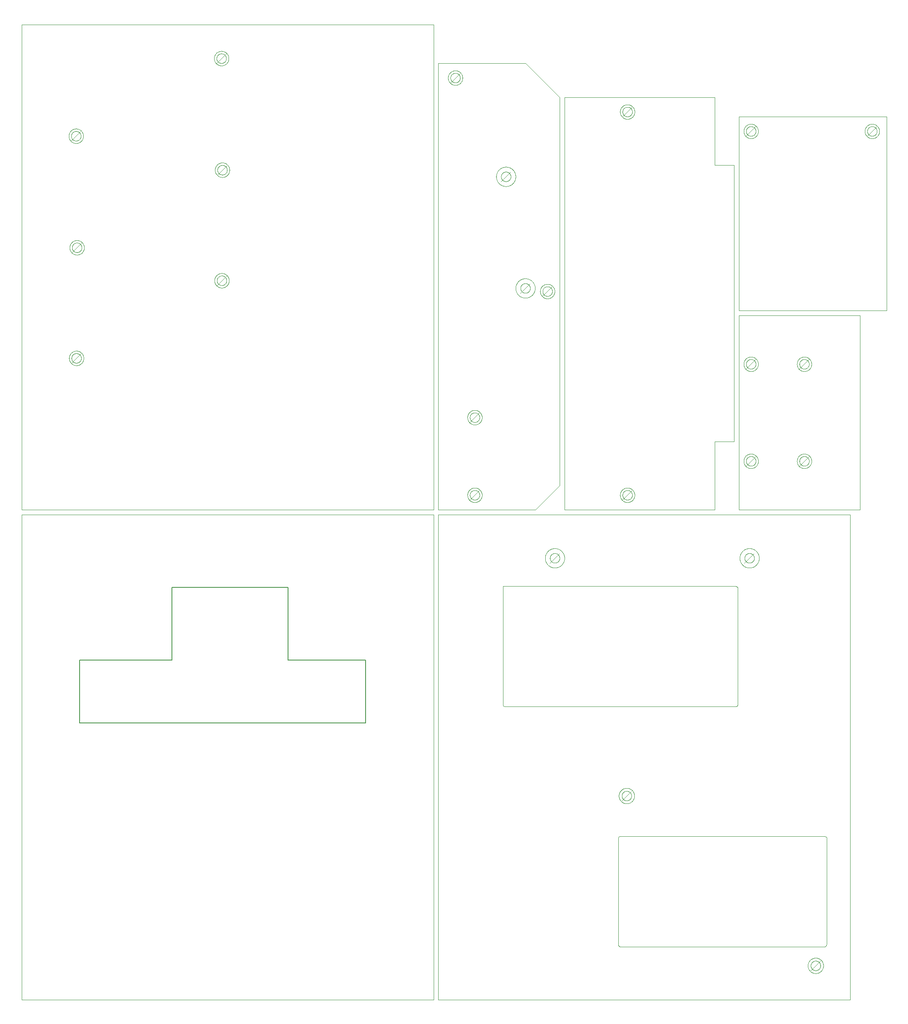
<source format=gbr>
G04 EAGLE Gerber RS-274X export*
G75*
%MOMM*%
%FSLAX34Y34*%
%LPD*%
%IN*%
%IPPOS*%
%AMOC8*
5,1,8,0,0,1.08239X$1,22.5*%
G01*
%ADD10C,0.000000*%
%ADD11C,0.200000*%
%ADD12C,0.025400*%


D10*
X0Y0D02*
X850000Y0D01*
X850000Y1000000D01*
X0Y1000000D01*
X0Y0D01*
D11*
X310000Y850000D02*
X550000Y850000D01*
X310000Y850000D02*
X310000Y700000D01*
X550000Y700000D02*
X550000Y850000D01*
X710000Y570000D02*
X120000Y570000D01*
X710000Y570000D02*
X710000Y700000D01*
X550000Y700000D01*
X310000Y700000D02*
X120000Y700000D01*
X120000Y570000D01*
D10*
X860000Y0D02*
X1710000Y0D01*
X1710000Y1000000D01*
X860000Y1000000D01*
X860000Y0D01*
X1232400Y420000D02*
X1232405Y420393D01*
X1232419Y420785D01*
X1232443Y421177D01*
X1232477Y421568D01*
X1232520Y421959D01*
X1232573Y422348D01*
X1232636Y422735D01*
X1232707Y423121D01*
X1232789Y423506D01*
X1232879Y423888D01*
X1232980Y424267D01*
X1233089Y424645D01*
X1233208Y425019D01*
X1233335Y425390D01*
X1233472Y425758D01*
X1233618Y426123D01*
X1233773Y426484D01*
X1233936Y426841D01*
X1234108Y427194D01*
X1234289Y427542D01*
X1234479Y427886D01*
X1234676Y428226D01*
X1234882Y428560D01*
X1235096Y428889D01*
X1235319Y429213D01*
X1235549Y429531D01*
X1235786Y429844D01*
X1236032Y430150D01*
X1236285Y430451D01*
X1236545Y430745D01*
X1236812Y431033D01*
X1237086Y431314D01*
X1237367Y431588D01*
X1237655Y431855D01*
X1237949Y432115D01*
X1238250Y432368D01*
X1238556Y432614D01*
X1238869Y432851D01*
X1239187Y433081D01*
X1239511Y433304D01*
X1239840Y433518D01*
X1240174Y433724D01*
X1240514Y433921D01*
X1240858Y434111D01*
X1241206Y434292D01*
X1241559Y434464D01*
X1241916Y434627D01*
X1242277Y434782D01*
X1242642Y434928D01*
X1243010Y435065D01*
X1243381Y435192D01*
X1243755Y435311D01*
X1244133Y435420D01*
X1244512Y435521D01*
X1244894Y435611D01*
X1245279Y435693D01*
X1245665Y435764D01*
X1246052Y435827D01*
X1246441Y435880D01*
X1246832Y435923D01*
X1247223Y435957D01*
X1247615Y435981D01*
X1248007Y435995D01*
X1248400Y436000D01*
X1248793Y435995D01*
X1249185Y435981D01*
X1249577Y435957D01*
X1249968Y435923D01*
X1250359Y435880D01*
X1250748Y435827D01*
X1251135Y435764D01*
X1251521Y435693D01*
X1251906Y435611D01*
X1252288Y435521D01*
X1252667Y435420D01*
X1253045Y435311D01*
X1253419Y435192D01*
X1253790Y435065D01*
X1254158Y434928D01*
X1254523Y434782D01*
X1254884Y434627D01*
X1255241Y434464D01*
X1255594Y434292D01*
X1255942Y434111D01*
X1256286Y433921D01*
X1256626Y433724D01*
X1256960Y433518D01*
X1257289Y433304D01*
X1257613Y433081D01*
X1257931Y432851D01*
X1258244Y432614D01*
X1258550Y432368D01*
X1258851Y432115D01*
X1259145Y431855D01*
X1259433Y431588D01*
X1259714Y431314D01*
X1259988Y431033D01*
X1260255Y430745D01*
X1260515Y430451D01*
X1260768Y430150D01*
X1261014Y429844D01*
X1261251Y429531D01*
X1261481Y429213D01*
X1261704Y428889D01*
X1261918Y428560D01*
X1262124Y428226D01*
X1262321Y427886D01*
X1262511Y427542D01*
X1262692Y427194D01*
X1262864Y426841D01*
X1263027Y426484D01*
X1263182Y426123D01*
X1263328Y425758D01*
X1263465Y425390D01*
X1263592Y425019D01*
X1263711Y424645D01*
X1263820Y424267D01*
X1263921Y423888D01*
X1264011Y423506D01*
X1264093Y423121D01*
X1264164Y422735D01*
X1264227Y422348D01*
X1264280Y421959D01*
X1264323Y421568D01*
X1264357Y421177D01*
X1264381Y420785D01*
X1264395Y420393D01*
X1264400Y420000D01*
X1264395Y419607D01*
X1264381Y419215D01*
X1264357Y418823D01*
X1264323Y418432D01*
X1264280Y418041D01*
X1264227Y417652D01*
X1264164Y417265D01*
X1264093Y416879D01*
X1264011Y416494D01*
X1263921Y416112D01*
X1263820Y415733D01*
X1263711Y415355D01*
X1263592Y414981D01*
X1263465Y414610D01*
X1263328Y414242D01*
X1263182Y413877D01*
X1263027Y413516D01*
X1262864Y413159D01*
X1262692Y412806D01*
X1262511Y412458D01*
X1262321Y412114D01*
X1262124Y411774D01*
X1261918Y411440D01*
X1261704Y411111D01*
X1261481Y410787D01*
X1261251Y410469D01*
X1261014Y410156D01*
X1260768Y409850D01*
X1260515Y409549D01*
X1260255Y409255D01*
X1259988Y408967D01*
X1259714Y408686D01*
X1259433Y408412D01*
X1259145Y408145D01*
X1258851Y407885D01*
X1258550Y407632D01*
X1258244Y407386D01*
X1257931Y407149D01*
X1257613Y406919D01*
X1257289Y406696D01*
X1256960Y406482D01*
X1256626Y406276D01*
X1256286Y406079D01*
X1255942Y405889D01*
X1255594Y405708D01*
X1255241Y405536D01*
X1254884Y405373D01*
X1254523Y405218D01*
X1254158Y405072D01*
X1253790Y404935D01*
X1253419Y404808D01*
X1253045Y404689D01*
X1252667Y404580D01*
X1252288Y404479D01*
X1251906Y404389D01*
X1251521Y404307D01*
X1251135Y404236D01*
X1250748Y404173D01*
X1250359Y404120D01*
X1249968Y404077D01*
X1249577Y404043D01*
X1249185Y404019D01*
X1248793Y404005D01*
X1248400Y404000D01*
X1248007Y404005D01*
X1247615Y404019D01*
X1247223Y404043D01*
X1246832Y404077D01*
X1246441Y404120D01*
X1246052Y404173D01*
X1245665Y404236D01*
X1245279Y404307D01*
X1244894Y404389D01*
X1244512Y404479D01*
X1244133Y404580D01*
X1243755Y404689D01*
X1243381Y404808D01*
X1243010Y404935D01*
X1242642Y405072D01*
X1242277Y405218D01*
X1241916Y405373D01*
X1241559Y405536D01*
X1241206Y405708D01*
X1240858Y405889D01*
X1240514Y406079D01*
X1240174Y406276D01*
X1239840Y406482D01*
X1239511Y406696D01*
X1239187Y406919D01*
X1238869Y407149D01*
X1238556Y407386D01*
X1238250Y407632D01*
X1237949Y407885D01*
X1237655Y408145D01*
X1237367Y408412D01*
X1237086Y408686D01*
X1236812Y408967D01*
X1236545Y409255D01*
X1236285Y409549D01*
X1236032Y409850D01*
X1235786Y410156D01*
X1235549Y410469D01*
X1235319Y410787D01*
X1235096Y411111D01*
X1234882Y411440D01*
X1234676Y411774D01*
X1234479Y412114D01*
X1234289Y412458D01*
X1234108Y412806D01*
X1233936Y413159D01*
X1233773Y413516D01*
X1233618Y413877D01*
X1233472Y414242D01*
X1233335Y414610D01*
X1233208Y414981D01*
X1233089Y415355D01*
X1232980Y415733D01*
X1232879Y416112D01*
X1232789Y416494D01*
X1232707Y416879D01*
X1232636Y417265D01*
X1232573Y417652D01*
X1232520Y418041D01*
X1232477Y418432D01*
X1232443Y418823D01*
X1232419Y419215D01*
X1232405Y419607D01*
X1232400Y420000D01*
D12*
X1238494Y420000D02*
X1238497Y420243D01*
X1238506Y420486D01*
X1238521Y420729D01*
X1238542Y420971D01*
X1238568Y421213D01*
X1238601Y421454D01*
X1238640Y421694D01*
X1238684Y421933D01*
X1238735Y422170D01*
X1238791Y422407D01*
X1238853Y422642D01*
X1238921Y422876D01*
X1238994Y423107D01*
X1239073Y423337D01*
X1239158Y423565D01*
X1239248Y423791D01*
X1239344Y424014D01*
X1239445Y424235D01*
X1239552Y424454D01*
X1239664Y424670D01*
X1239781Y424883D01*
X1239903Y425093D01*
X1240031Y425300D01*
X1240163Y425503D01*
X1240301Y425704D01*
X1240443Y425901D01*
X1240591Y426094D01*
X1240743Y426284D01*
X1240899Y426470D01*
X1241060Y426652D01*
X1241226Y426831D01*
X1241395Y427005D01*
X1241569Y427174D01*
X1241748Y427340D01*
X1241930Y427501D01*
X1242116Y427657D01*
X1242306Y427809D01*
X1242499Y427957D01*
X1242696Y428099D01*
X1242897Y428237D01*
X1243100Y428369D01*
X1243307Y428497D01*
X1243517Y428619D01*
X1243730Y428736D01*
X1243946Y428848D01*
X1244165Y428955D01*
X1244386Y429056D01*
X1244609Y429152D01*
X1244835Y429242D01*
X1245063Y429327D01*
X1245293Y429406D01*
X1245524Y429479D01*
X1245758Y429547D01*
X1245993Y429609D01*
X1246230Y429665D01*
X1246467Y429716D01*
X1246706Y429760D01*
X1246946Y429799D01*
X1247187Y429832D01*
X1247429Y429858D01*
X1247671Y429879D01*
X1247914Y429894D01*
X1248157Y429903D01*
X1248400Y429906D01*
X1248643Y429903D01*
X1248886Y429894D01*
X1249129Y429879D01*
X1249371Y429858D01*
X1249613Y429832D01*
X1249854Y429799D01*
X1250094Y429760D01*
X1250333Y429716D01*
X1250570Y429665D01*
X1250807Y429609D01*
X1251042Y429547D01*
X1251276Y429479D01*
X1251507Y429406D01*
X1251737Y429327D01*
X1251965Y429242D01*
X1252191Y429152D01*
X1252414Y429056D01*
X1252635Y428955D01*
X1252854Y428848D01*
X1253070Y428736D01*
X1253283Y428619D01*
X1253493Y428497D01*
X1253700Y428369D01*
X1253903Y428237D01*
X1254104Y428099D01*
X1254301Y427957D01*
X1254494Y427809D01*
X1254684Y427657D01*
X1254870Y427501D01*
X1255052Y427340D01*
X1255231Y427174D01*
X1255405Y427005D01*
X1255574Y426831D01*
X1255740Y426652D01*
X1255901Y426470D01*
X1256057Y426284D01*
X1256209Y426094D01*
X1256357Y425901D01*
X1256499Y425704D01*
X1256637Y425503D01*
X1256769Y425300D01*
X1256897Y425093D01*
X1257019Y424883D01*
X1257136Y424670D01*
X1257248Y424454D01*
X1257355Y424235D01*
X1257456Y424014D01*
X1257552Y423791D01*
X1257642Y423565D01*
X1257727Y423337D01*
X1257806Y423107D01*
X1257879Y422876D01*
X1257947Y422642D01*
X1258009Y422407D01*
X1258065Y422170D01*
X1258116Y421933D01*
X1258160Y421694D01*
X1258199Y421454D01*
X1258232Y421213D01*
X1258258Y420971D01*
X1258279Y420729D01*
X1258294Y420486D01*
X1258303Y420243D01*
X1258306Y420000D01*
X1258303Y419757D01*
X1258294Y419514D01*
X1258279Y419271D01*
X1258258Y419029D01*
X1258232Y418787D01*
X1258199Y418546D01*
X1258160Y418306D01*
X1258116Y418067D01*
X1258065Y417830D01*
X1258009Y417593D01*
X1257947Y417358D01*
X1257879Y417124D01*
X1257806Y416893D01*
X1257727Y416663D01*
X1257642Y416435D01*
X1257552Y416209D01*
X1257456Y415986D01*
X1257355Y415765D01*
X1257248Y415546D01*
X1257136Y415330D01*
X1257019Y415117D01*
X1256897Y414907D01*
X1256769Y414700D01*
X1256637Y414497D01*
X1256499Y414296D01*
X1256357Y414099D01*
X1256209Y413906D01*
X1256057Y413716D01*
X1255901Y413530D01*
X1255740Y413348D01*
X1255574Y413169D01*
X1255405Y412995D01*
X1255231Y412826D01*
X1255052Y412660D01*
X1254870Y412499D01*
X1254684Y412343D01*
X1254494Y412191D01*
X1254301Y412043D01*
X1254104Y411901D01*
X1253903Y411763D01*
X1253700Y411631D01*
X1253493Y411503D01*
X1253283Y411381D01*
X1253070Y411264D01*
X1252854Y411152D01*
X1252635Y411045D01*
X1252414Y410944D01*
X1252191Y410848D01*
X1251965Y410758D01*
X1251737Y410673D01*
X1251507Y410594D01*
X1251276Y410521D01*
X1251042Y410453D01*
X1250807Y410391D01*
X1250570Y410335D01*
X1250333Y410284D01*
X1250094Y410240D01*
X1249854Y410201D01*
X1249613Y410168D01*
X1249371Y410142D01*
X1249129Y410121D01*
X1248886Y410106D01*
X1248643Y410097D01*
X1248400Y410094D01*
X1248157Y410097D01*
X1247914Y410106D01*
X1247671Y410121D01*
X1247429Y410142D01*
X1247187Y410168D01*
X1246946Y410201D01*
X1246706Y410240D01*
X1246467Y410284D01*
X1246230Y410335D01*
X1245993Y410391D01*
X1245758Y410453D01*
X1245524Y410521D01*
X1245293Y410594D01*
X1245063Y410673D01*
X1244835Y410758D01*
X1244609Y410848D01*
X1244386Y410944D01*
X1244165Y411045D01*
X1243946Y411152D01*
X1243730Y411264D01*
X1243517Y411381D01*
X1243307Y411503D01*
X1243100Y411631D01*
X1242897Y411763D01*
X1242696Y411901D01*
X1242499Y412043D01*
X1242306Y412191D01*
X1242116Y412343D01*
X1241930Y412499D01*
X1241748Y412660D01*
X1241569Y412826D01*
X1241395Y412995D01*
X1241226Y413169D01*
X1241060Y413348D01*
X1240899Y413530D01*
X1240743Y413716D01*
X1240591Y413906D01*
X1240443Y414099D01*
X1240301Y414296D01*
X1240163Y414497D01*
X1240031Y414700D01*
X1239903Y414907D01*
X1239781Y415117D01*
X1239664Y415330D01*
X1239552Y415546D01*
X1239445Y415765D01*
X1239344Y415986D01*
X1239248Y416209D01*
X1239158Y416435D01*
X1239073Y416663D01*
X1238994Y416893D01*
X1238921Y417124D01*
X1238853Y417358D01*
X1238791Y417593D01*
X1238735Y417830D01*
X1238684Y418067D01*
X1238640Y418306D01*
X1238601Y418546D01*
X1238568Y418787D01*
X1238542Y419029D01*
X1238521Y419271D01*
X1238506Y419514D01*
X1238497Y419757D01*
X1238494Y420000D01*
X1238240Y409840D02*
X1258560Y430160D01*
D10*
X1622400Y70000D02*
X1622405Y70393D01*
X1622419Y70785D01*
X1622443Y71177D01*
X1622477Y71568D01*
X1622520Y71959D01*
X1622573Y72348D01*
X1622636Y72735D01*
X1622707Y73121D01*
X1622789Y73506D01*
X1622879Y73888D01*
X1622980Y74267D01*
X1623089Y74645D01*
X1623208Y75019D01*
X1623335Y75390D01*
X1623472Y75758D01*
X1623618Y76123D01*
X1623773Y76484D01*
X1623936Y76841D01*
X1624108Y77194D01*
X1624289Y77542D01*
X1624479Y77886D01*
X1624676Y78226D01*
X1624882Y78560D01*
X1625096Y78889D01*
X1625319Y79213D01*
X1625549Y79531D01*
X1625786Y79844D01*
X1626032Y80150D01*
X1626285Y80451D01*
X1626545Y80745D01*
X1626812Y81033D01*
X1627086Y81314D01*
X1627367Y81588D01*
X1627655Y81855D01*
X1627949Y82115D01*
X1628250Y82368D01*
X1628556Y82614D01*
X1628869Y82851D01*
X1629187Y83081D01*
X1629511Y83304D01*
X1629840Y83518D01*
X1630174Y83724D01*
X1630514Y83921D01*
X1630858Y84111D01*
X1631206Y84292D01*
X1631559Y84464D01*
X1631916Y84627D01*
X1632277Y84782D01*
X1632642Y84928D01*
X1633010Y85065D01*
X1633381Y85192D01*
X1633755Y85311D01*
X1634133Y85420D01*
X1634512Y85521D01*
X1634894Y85611D01*
X1635279Y85693D01*
X1635665Y85764D01*
X1636052Y85827D01*
X1636441Y85880D01*
X1636832Y85923D01*
X1637223Y85957D01*
X1637615Y85981D01*
X1638007Y85995D01*
X1638400Y86000D01*
X1638793Y85995D01*
X1639185Y85981D01*
X1639577Y85957D01*
X1639968Y85923D01*
X1640359Y85880D01*
X1640748Y85827D01*
X1641135Y85764D01*
X1641521Y85693D01*
X1641906Y85611D01*
X1642288Y85521D01*
X1642667Y85420D01*
X1643045Y85311D01*
X1643419Y85192D01*
X1643790Y85065D01*
X1644158Y84928D01*
X1644523Y84782D01*
X1644884Y84627D01*
X1645241Y84464D01*
X1645594Y84292D01*
X1645942Y84111D01*
X1646286Y83921D01*
X1646626Y83724D01*
X1646960Y83518D01*
X1647289Y83304D01*
X1647613Y83081D01*
X1647931Y82851D01*
X1648244Y82614D01*
X1648550Y82368D01*
X1648851Y82115D01*
X1649145Y81855D01*
X1649433Y81588D01*
X1649714Y81314D01*
X1649988Y81033D01*
X1650255Y80745D01*
X1650515Y80451D01*
X1650768Y80150D01*
X1651014Y79844D01*
X1651251Y79531D01*
X1651481Y79213D01*
X1651704Y78889D01*
X1651918Y78560D01*
X1652124Y78226D01*
X1652321Y77886D01*
X1652511Y77542D01*
X1652692Y77194D01*
X1652864Y76841D01*
X1653027Y76484D01*
X1653182Y76123D01*
X1653328Y75758D01*
X1653465Y75390D01*
X1653592Y75019D01*
X1653711Y74645D01*
X1653820Y74267D01*
X1653921Y73888D01*
X1654011Y73506D01*
X1654093Y73121D01*
X1654164Y72735D01*
X1654227Y72348D01*
X1654280Y71959D01*
X1654323Y71568D01*
X1654357Y71177D01*
X1654381Y70785D01*
X1654395Y70393D01*
X1654400Y70000D01*
X1654395Y69607D01*
X1654381Y69215D01*
X1654357Y68823D01*
X1654323Y68432D01*
X1654280Y68041D01*
X1654227Y67652D01*
X1654164Y67265D01*
X1654093Y66879D01*
X1654011Y66494D01*
X1653921Y66112D01*
X1653820Y65733D01*
X1653711Y65355D01*
X1653592Y64981D01*
X1653465Y64610D01*
X1653328Y64242D01*
X1653182Y63877D01*
X1653027Y63516D01*
X1652864Y63159D01*
X1652692Y62806D01*
X1652511Y62458D01*
X1652321Y62114D01*
X1652124Y61774D01*
X1651918Y61440D01*
X1651704Y61111D01*
X1651481Y60787D01*
X1651251Y60469D01*
X1651014Y60156D01*
X1650768Y59850D01*
X1650515Y59549D01*
X1650255Y59255D01*
X1649988Y58967D01*
X1649714Y58686D01*
X1649433Y58412D01*
X1649145Y58145D01*
X1648851Y57885D01*
X1648550Y57632D01*
X1648244Y57386D01*
X1647931Y57149D01*
X1647613Y56919D01*
X1647289Y56696D01*
X1646960Y56482D01*
X1646626Y56276D01*
X1646286Y56079D01*
X1645942Y55889D01*
X1645594Y55708D01*
X1645241Y55536D01*
X1644884Y55373D01*
X1644523Y55218D01*
X1644158Y55072D01*
X1643790Y54935D01*
X1643419Y54808D01*
X1643045Y54689D01*
X1642667Y54580D01*
X1642288Y54479D01*
X1641906Y54389D01*
X1641521Y54307D01*
X1641135Y54236D01*
X1640748Y54173D01*
X1640359Y54120D01*
X1639968Y54077D01*
X1639577Y54043D01*
X1639185Y54019D01*
X1638793Y54005D01*
X1638400Y54000D01*
X1638007Y54005D01*
X1637615Y54019D01*
X1637223Y54043D01*
X1636832Y54077D01*
X1636441Y54120D01*
X1636052Y54173D01*
X1635665Y54236D01*
X1635279Y54307D01*
X1634894Y54389D01*
X1634512Y54479D01*
X1634133Y54580D01*
X1633755Y54689D01*
X1633381Y54808D01*
X1633010Y54935D01*
X1632642Y55072D01*
X1632277Y55218D01*
X1631916Y55373D01*
X1631559Y55536D01*
X1631206Y55708D01*
X1630858Y55889D01*
X1630514Y56079D01*
X1630174Y56276D01*
X1629840Y56482D01*
X1629511Y56696D01*
X1629187Y56919D01*
X1628869Y57149D01*
X1628556Y57386D01*
X1628250Y57632D01*
X1627949Y57885D01*
X1627655Y58145D01*
X1627367Y58412D01*
X1627086Y58686D01*
X1626812Y58967D01*
X1626545Y59255D01*
X1626285Y59549D01*
X1626032Y59850D01*
X1625786Y60156D01*
X1625549Y60469D01*
X1625319Y60787D01*
X1625096Y61111D01*
X1624882Y61440D01*
X1624676Y61774D01*
X1624479Y62114D01*
X1624289Y62458D01*
X1624108Y62806D01*
X1623936Y63159D01*
X1623773Y63516D01*
X1623618Y63877D01*
X1623472Y64242D01*
X1623335Y64610D01*
X1623208Y64981D01*
X1623089Y65355D01*
X1622980Y65733D01*
X1622879Y66112D01*
X1622789Y66494D01*
X1622707Y66879D01*
X1622636Y67265D01*
X1622573Y67652D01*
X1622520Y68041D01*
X1622477Y68432D01*
X1622443Y68823D01*
X1622419Y69215D01*
X1622405Y69607D01*
X1622400Y70000D01*
D12*
X1628494Y70000D02*
X1628497Y70243D01*
X1628506Y70486D01*
X1628521Y70729D01*
X1628542Y70971D01*
X1628568Y71213D01*
X1628601Y71454D01*
X1628640Y71694D01*
X1628684Y71933D01*
X1628735Y72170D01*
X1628791Y72407D01*
X1628853Y72642D01*
X1628921Y72876D01*
X1628994Y73107D01*
X1629073Y73337D01*
X1629158Y73565D01*
X1629248Y73791D01*
X1629344Y74014D01*
X1629445Y74235D01*
X1629552Y74454D01*
X1629664Y74670D01*
X1629781Y74883D01*
X1629903Y75093D01*
X1630031Y75300D01*
X1630163Y75503D01*
X1630301Y75704D01*
X1630443Y75901D01*
X1630591Y76094D01*
X1630743Y76284D01*
X1630899Y76470D01*
X1631060Y76652D01*
X1631226Y76831D01*
X1631395Y77005D01*
X1631569Y77174D01*
X1631748Y77340D01*
X1631930Y77501D01*
X1632116Y77657D01*
X1632306Y77809D01*
X1632499Y77957D01*
X1632696Y78099D01*
X1632897Y78237D01*
X1633100Y78369D01*
X1633307Y78497D01*
X1633517Y78619D01*
X1633730Y78736D01*
X1633946Y78848D01*
X1634165Y78955D01*
X1634386Y79056D01*
X1634609Y79152D01*
X1634835Y79242D01*
X1635063Y79327D01*
X1635293Y79406D01*
X1635524Y79479D01*
X1635758Y79547D01*
X1635993Y79609D01*
X1636230Y79665D01*
X1636467Y79716D01*
X1636706Y79760D01*
X1636946Y79799D01*
X1637187Y79832D01*
X1637429Y79858D01*
X1637671Y79879D01*
X1637914Y79894D01*
X1638157Y79903D01*
X1638400Y79906D01*
X1638643Y79903D01*
X1638886Y79894D01*
X1639129Y79879D01*
X1639371Y79858D01*
X1639613Y79832D01*
X1639854Y79799D01*
X1640094Y79760D01*
X1640333Y79716D01*
X1640570Y79665D01*
X1640807Y79609D01*
X1641042Y79547D01*
X1641276Y79479D01*
X1641507Y79406D01*
X1641737Y79327D01*
X1641965Y79242D01*
X1642191Y79152D01*
X1642414Y79056D01*
X1642635Y78955D01*
X1642854Y78848D01*
X1643070Y78736D01*
X1643283Y78619D01*
X1643493Y78497D01*
X1643700Y78369D01*
X1643903Y78237D01*
X1644104Y78099D01*
X1644301Y77957D01*
X1644494Y77809D01*
X1644684Y77657D01*
X1644870Y77501D01*
X1645052Y77340D01*
X1645231Y77174D01*
X1645405Y77005D01*
X1645574Y76831D01*
X1645740Y76652D01*
X1645901Y76470D01*
X1646057Y76284D01*
X1646209Y76094D01*
X1646357Y75901D01*
X1646499Y75704D01*
X1646637Y75503D01*
X1646769Y75300D01*
X1646897Y75093D01*
X1647019Y74883D01*
X1647136Y74670D01*
X1647248Y74454D01*
X1647355Y74235D01*
X1647456Y74014D01*
X1647552Y73791D01*
X1647642Y73565D01*
X1647727Y73337D01*
X1647806Y73107D01*
X1647879Y72876D01*
X1647947Y72642D01*
X1648009Y72407D01*
X1648065Y72170D01*
X1648116Y71933D01*
X1648160Y71694D01*
X1648199Y71454D01*
X1648232Y71213D01*
X1648258Y70971D01*
X1648279Y70729D01*
X1648294Y70486D01*
X1648303Y70243D01*
X1648306Y70000D01*
X1648303Y69757D01*
X1648294Y69514D01*
X1648279Y69271D01*
X1648258Y69029D01*
X1648232Y68787D01*
X1648199Y68546D01*
X1648160Y68306D01*
X1648116Y68067D01*
X1648065Y67830D01*
X1648009Y67593D01*
X1647947Y67358D01*
X1647879Y67124D01*
X1647806Y66893D01*
X1647727Y66663D01*
X1647642Y66435D01*
X1647552Y66209D01*
X1647456Y65986D01*
X1647355Y65765D01*
X1647248Y65546D01*
X1647136Y65330D01*
X1647019Y65117D01*
X1646897Y64907D01*
X1646769Y64700D01*
X1646637Y64497D01*
X1646499Y64296D01*
X1646357Y64099D01*
X1646209Y63906D01*
X1646057Y63716D01*
X1645901Y63530D01*
X1645740Y63348D01*
X1645574Y63169D01*
X1645405Y62995D01*
X1645231Y62826D01*
X1645052Y62660D01*
X1644870Y62499D01*
X1644684Y62343D01*
X1644494Y62191D01*
X1644301Y62043D01*
X1644104Y61901D01*
X1643903Y61763D01*
X1643700Y61631D01*
X1643493Y61503D01*
X1643283Y61381D01*
X1643070Y61264D01*
X1642854Y61152D01*
X1642635Y61045D01*
X1642414Y60944D01*
X1642191Y60848D01*
X1641965Y60758D01*
X1641737Y60673D01*
X1641507Y60594D01*
X1641276Y60521D01*
X1641042Y60453D01*
X1640807Y60391D01*
X1640570Y60335D01*
X1640333Y60284D01*
X1640094Y60240D01*
X1639854Y60201D01*
X1639613Y60168D01*
X1639371Y60142D01*
X1639129Y60121D01*
X1638886Y60106D01*
X1638643Y60097D01*
X1638400Y60094D01*
X1638157Y60097D01*
X1637914Y60106D01*
X1637671Y60121D01*
X1637429Y60142D01*
X1637187Y60168D01*
X1636946Y60201D01*
X1636706Y60240D01*
X1636467Y60284D01*
X1636230Y60335D01*
X1635993Y60391D01*
X1635758Y60453D01*
X1635524Y60521D01*
X1635293Y60594D01*
X1635063Y60673D01*
X1634835Y60758D01*
X1634609Y60848D01*
X1634386Y60944D01*
X1634165Y61045D01*
X1633946Y61152D01*
X1633730Y61264D01*
X1633517Y61381D01*
X1633307Y61503D01*
X1633100Y61631D01*
X1632897Y61763D01*
X1632696Y61901D01*
X1632499Y62043D01*
X1632306Y62191D01*
X1632116Y62343D01*
X1631930Y62499D01*
X1631748Y62660D01*
X1631569Y62826D01*
X1631395Y62995D01*
X1631226Y63169D01*
X1631060Y63348D01*
X1630899Y63530D01*
X1630743Y63716D01*
X1630591Y63906D01*
X1630443Y64099D01*
X1630301Y64296D01*
X1630163Y64497D01*
X1630031Y64700D01*
X1629903Y64907D01*
X1629781Y65117D01*
X1629664Y65330D01*
X1629552Y65546D01*
X1629445Y65765D01*
X1629344Y65986D01*
X1629248Y66209D01*
X1629158Y66435D01*
X1629073Y66663D01*
X1628994Y66893D01*
X1628921Y67124D01*
X1628853Y67358D01*
X1628791Y67593D01*
X1628735Y67830D01*
X1628684Y68067D01*
X1628640Y68306D01*
X1628601Y68546D01*
X1628568Y68787D01*
X1628542Y69029D01*
X1628521Y69271D01*
X1628506Y69514D01*
X1628497Y69757D01*
X1628494Y70000D01*
X1628240Y59840D02*
X1648560Y80160D01*
D10*
X1473000Y852000D02*
X993000Y852000D01*
X998000Y604000D02*
X1473000Y604000D01*
X998000Y604000D02*
X997860Y604002D01*
X997720Y604008D01*
X997580Y604018D01*
X997440Y604031D01*
X997301Y604049D01*
X997162Y604071D01*
X997025Y604096D01*
X996887Y604125D01*
X996751Y604158D01*
X996616Y604195D01*
X996482Y604236D01*
X996349Y604281D01*
X996217Y604329D01*
X996087Y604381D01*
X995958Y604436D01*
X995831Y604495D01*
X995705Y604558D01*
X995581Y604624D01*
X995460Y604693D01*
X995340Y604766D01*
X995222Y604843D01*
X995107Y604922D01*
X994993Y605005D01*
X994883Y605091D01*
X994774Y605180D01*
X994668Y605272D01*
X994565Y605367D01*
X994464Y605464D01*
X994367Y605565D01*
X994272Y605668D01*
X994180Y605774D01*
X994091Y605883D01*
X994005Y605993D01*
X993922Y606107D01*
X993843Y606222D01*
X993766Y606340D01*
X993693Y606460D01*
X993624Y606581D01*
X993558Y606705D01*
X993495Y606831D01*
X993436Y606958D01*
X993381Y607087D01*
X993329Y607217D01*
X993281Y607349D01*
X993236Y607482D01*
X993195Y607616D01*
X993158Y607751D01*
X993125Y607887D01*
X993096Y608025D01*
X993071Y608162D01*
X993049Y608301D01*
X993031Y608440D01*
X993018Y608580D01*
X993008Y608720D01*
X993002Y608860D01*
X993000Y609000D01*
X993000Y852000D01*
X1231000Y332000D02*
X1231000Y114000D01*
X1661000Y114000D02*
X1661000Y334000D01*
X1658000Y337000D01*
X1236000Y337000D01*
X1235860Y336998D01*
X1235720Y336992D01*
X1235580Y336982D01*
X1235440Y336969D01*
X1235301Y336951D01*
X1235162Y336929D01*
X1235025Y336904D01*
X1234887Y336875D01*
X1234751Y336842D01*
X1234616Y336805D01*
X1234482Y336764D01*
X1234349Y336719D01*
X1234217Y336671D01*
X1234087Y336619D01*
X1233958Y336564D01*
X1233831Y336505D01*
X1233705Y336442D01*
X1233581Y336376D01*
X1233460Y336307D01*
X1233340Y336234D01*
X1233222Y336157D01*
X1233107Y336078D01*
X1232993Y335995D01*
X1232883Y335909D01*
X1232774Y335820D01*
X1232668Y335728D01*
X1232565Y335633D01*
X1232464Y335536D01*
X1232367Y335435D01*
X1232272Y335332D01*
X1232180Y335226D01*
X1232091Y335117D01*
X1232005Y335007D01*
X1231922Y334893D01*
X1231843Y334778D01*
X1231766Y334660D01*
X1231693Y334540D01*
X1231624Y334419D01*
X1231558Y334295D01*
X1231495Y334169D01*
X1231436Y334042D01*
X1231381Y333913D01*
X1231329Y333783D01*
X1231281Y333651D01*
X1231236Y333518D01*
X1231195Y333384D01*
X1231158Y333249D01*
X1231125Y333113D01*
X1231096Y332975D01*
X1231071Y332838D01*
X1231049Y332699D01*
X1231031Y332560D01*
X1231018Y332420D01*
X1231008Y332280D01*
X1231002Y332140D01*
X1231000Y332000D01*
X1656000Y109000D02*
X1656140Y109002D01*
X1656280Y109008D01*
X1656420Y109018D01*
X1656560Y109031D01*
X1656699Y109049D01*
X1656838Y109071D01*
X1656975Y109096D01*
X1657113Y109125D01*
X1657249Y109158D01*
X1657384Y109195D01*
X1657518Y109236D01*
X1657651Y109281D01*
X1657783Y109329D01*
X1657913Y109381D01*
X1658042Y109436D01*
X1658169Y109495D01*
X1658295Y109558D01*
X1658419Y109624D01*
X1658540Y109693D01*
X1658660Y109766D01*
X1658778Y109843D01*
X1658893Y109922D01*
X1659007Y110005D01*
X1659117Y110091D01*
X1659226Y110180D01*
X1659332Y110272D01*
X1659435Y110367D01*
X1659536Y110464D01*
X1659633Y110565D01*
X1659728Y110668D01*
X1659820Y110774D01*
X1659909Y110883D01*
X1659995Y110993D01*
X1660078Y111107D01*
X1660157Y111222D01*
X1660234Y111340D01*
X1660307Y111460D01*
X1660376Y111581D01*
X1660442Y111705D01*
X1660505Y111831D01*
X1660564Y111958D01*
X1660619Y112087D01*
X1660671Y112217D01*
X1660719Y112349D01*
X1660764Y112482D01*
X1660805Y112616D01*
X1660842Y112751D01*
X1660875Y112887D01*
X1660904Y113025D01*
X1660929Y113162D01*
X1660951Y113301D01*
X1660969Y113440D01*
X1660982Y113580D01*
X1660992Y113720D01*
X1660998Y113860D01*
X1661000Y114000D01*
X1473000Y604000D02*
X1473140Y604002D01*
X1473280Y604008D01*
X1473420Y604018D01*
X1473560Y604031D01*
X1473699Y604049D01*
X1473838Y604071D01*
X1473975Y604096D01*
X1474113Y604125D01*
X1474249Y604158D01*
X1474384Y604195D01*
X1474518Y604236D01*
X1474651Y604281D01*
X1474783Y604329D01*
X1474913Y604381D01*
X1475042Y604436D01*
X1475169Y604495D01*
X1475295Y604558D01*
X1475419Y604624D01*
X1475540Y604693D01*
X1475660Y604766D01*
X1475778Y604843D01*
X1475893Y604922D01*
X1476007Y605005D01*
X1476117Y605091D01*
X1476226Y605180D01*
X1476332Y605272D01*
X1476435Y605367D01*
X1476536Y605464D01*
X1476633Y605565D01*
X1476728Y605668D01*
X1476820Y605774D01*
X1476909Y605883D01*
X1476995Y605993D01*
X1477078Y606107D01*
X1477157Y606222D01*
X1477234Y606340D01*
X1477307Y606460D01*
X1477376Y606581D01*
X1477442Y606705D01*
X1477505Y606831D01*
X1477564Y606958D01*
X1477619Y607087D01*
X1477671Y607217D01*
X1477719Y607349D01*
X1477764Y607482D01*
X1477805Y607616D01*
X1477842Y607751D01*
X1477875Y607887D01*
X1477904Y608025D01*
X1477929Y608162D01*
X1477951Y608301D01*
X1477969Y608440D01*
X1477982Y608580D01*
X1477992Y608720D01*
X1477998Y608860D01*
X1478000Y609000D01*
X1478000Y847000D01*
X1477998Y847140D01*
X1477992Y847280D01*
X1477982Y847420D01*
X1477969Y847560D01*
X1477951Y847699D01*
X1477929Y847838D01*
X1477904Y847975D01*
X1477875Y848113D01*
X1477842Y848249D01*
X1477805Y848384D01*
X1477764Y848518D01*
X1477719Y848651D01*
X1477671Y848783D01*
X1477619Y848913D01*
X1477564Y849042D01*
X1477505Y849169D01*
X1477442Y849295D01*
X1477376Y849419D01*
X1477307Y849540D01*
X1477234Y849660D01*
X1477157Y849778D01*
X1477078Y849893D01*
X1476995Y850007D01*
X1476909Y850117D01*
X1476820Y850226D01*
X1476728Y850332D01*
X1476633Y850435D01*
X1476536Y850536D01*
X1476435Y850633D01*
X1476332Y850728D01*
X1476226Y850820D01*
X1476117Y850909D01*
X1476007Y850995D01*
X1475893Y851078D01*
X1475778Y851157D01*
X1475660Y851234D01*
X1475540Y851307D01*
X1475419Y851376D01*
X1475295Y851442D01*
X1475169Y851505D01*
X1475042Y851564D01*
X1474913Y851619D01*
X1474783Y851671D01*
X1474651Y851719D01*
X1474518Y851764D01*
X1474384Y851805D01*
X1474249Y851842D01*
X1474113Y851875D01*
X1473975Y851904D01*
X1473838Y851929D01*
X1473699Y851951D01*
X1473560Y851969D01*
X1473420Y851982D01*
X1473280Y851992D01*
X1473140Y851998D01*
X1473000Y852000D01*
X1656000Y109000D02*
X1236000Y109000D01*
X1235860Y109002D01*
X1235720Y109008D01*
X1235580Y109018D01*
X1235440Y109031D01*
X1235301Y109049D01*
X1235162Y109071D01*
X1235025Y109096D01*
X1234887Y109125D01*
X1234751Y109158D01*
X1234616Y109195D01*
X1234482Y109236D01*
X1234349Y109281D01*
X1234217Y109329D01*
X1234087Y109381D01*
X1233958Y109436D01*
X1233831Y109495D01*
X1233705Y109558D01*
X1233581Y109624D01*
X1233460Y109693D01*
X1233340Y109766D01*
X1233222Y109843D01*
X1233107Y109922D01*
X1232993Y110005D01*
X1232883Y110091D01*
X1232774Y110180D01*
X1232668Y110272D01*
X1232565Y110367D01*
X1232464Y110464D01*
X1232367Y110565D01*
X1232272Y110668D01*
X1232180Y110774D01*
X1232091Y110883D01*
X1232005Y110993D01*
X1231922Y111107D01*
X1231843Y111222D01*
X1231766Y111340D01*
X1231693Y111460D01*
X1231624Y111581D01*
X1231558Y111705D01*
X1231495Y111831D01*
X1231436Y111958D01*
X1231381Y112087D01*
X1231329Y112217D01*
X1231281Y112349D01*
X1231236Y112482D01*
X1231195Y112616D01*
X1231158Y112751D01*
X1231125Y112887D01*
X1231096Y113025D01*
X1231071Y113162D01*
X1231049Y113301D01*
X1231031Y113440D01*
X1231018Y113580D01*
X1231008Y113720D01*
X1231002Y113860D01*
X1231000Y114000D01*
X1080200Y910100D02*
X1080206Y910591D01*
X1080224Y911081D01*
X1080254Y911571D01*
X1080296Y912060D01*
X1080350Y912548D01*
X1080416Y913035D01*
X1080494Y913519D01*
X1080584Y914002D01*
X1080686Y914482D01*
X1080799Y914960D01*
X1080924Y915434D01*
X1081061Y915906D01*
X1081209Y916374D01*
X1081369Y916838D01*
X1081540Y917298D01*
X1081722Y917754D01*
X1081916Y918205D01*
X1082120Y918651D01*
X1082336Y919092D01*
X1082562Y919528D01*
X1082798Y919958D01*
X1083045Y920382D01*
X1083303Y920800D01*
X1083571Y921211D01*
X1083848Y921616D01*
X1084136Y922014D01*
X1084433Y922405D01*
X1084740Y922788D01*
X1085056Y923163D01*
X1085381Y923531D01*
X1085715Y923891D01*
X1086058Y924242D01*
X1086409Y924585D01*
X1086769Y924919D01*
X1087137Y925244D01*
X1087512Y925560D01*
X1087895Y925867D01*
X1088286Y926164D01*
X1088684Y926452D01*
X1089089Y926729D01*
X1089500Y926997D01*
X1089918Y927255D01*
X1090342Y927502D01*
X1090772Y927738D01*
X1091208Y927964D01*
X1091649Y928180D01*
X1092095Y928384D01*
X1092546Y928578D01*
X1093002Y928760D01*
X1093462Y928931D01*
X1093926Y929091D01*
X1094394Y929239D01*
X1094866Y929376D01*
X1095340Y929501D01*
X1095818Y929614D01*
X1096298Y929716D01*
X1096781Y929806D01*
X1097265Y929884D01*
X1097752Y929950D01*
X1098240Y930004D01*
X1098729Y930046D01*
X1099219Y930076D01*
X1099709Y930094D01*
X1100200Y930100D01*
X1100691Y930094D01*
X1101181Y930076D01*
X1101671Y930046D01*
X1102160Y930004D01*
X1102648Y929950D01*
X1103135Y929884D01*
X1103619Y929806D01*
X1104102Y929716D01*
X1104582Y929614D01*
X1105060Y929501D01*
X1105534Y929376D01*
X1106006Y929239D01*
X1106474Y929091D01*
X1106938Y928931D01*
X1107398Y928760D01*
X1107854Y928578D01*
X1108305Y928384D01*
X1108751Y928180D01*
X1109192Y927964D01*
X1109628Y927738D01*
X1110058Y927502D01*
X1110482Y927255D01*
X1110900Y926997D01*
X1111311Y926729D01*
X1111716Y926452D01*
X1112114Y926164D01*
X1112505Y925867D01*
X1112888Y925560D01*
X1113263Y925244D01*
X1113631Y924919D01*
X1113991Y924585D01*
X1114342Y924242D01*
X1114685Y923891D01*
X1115019Y923531D01*
X1115344Y923163D01*
X1115660Y922788D01*
X1115967Y922405D01*
X1116264Y922014D01*
X1116552Y921616D01*
X1116829Y921211D01*
X1117097Y920800D01*
X1117355Y920382D01*
X1117602Y919958D01*
X1117838Y919528D01*
X1118064Y919092D01*
X1118280Y918651D01*
X1118484Y918205D01*
X1118678Y917754D01*
X1118860Y917298D01*
X1119031Y916838D01*
X1119191Y916374D01*
X1119339Y915906D01*
X1119476Y915434D01*
X1119601Y914960D01*
X1119714Y914482D01*
X1119816Y914002D01*
X1119906Y913519D01*
X1119984Y913035D01*
X1120050Y912548D01*
X1120104Y912060D01*
X1120146Y911571D01*
X1120176Y911081D01*
X1120194Y910591D01*
X1120200Y910100D01*
X1120194Y909609D01*
X1120176Y909119D01*
X1120146Y908629D01*
X1120104Y908140D01*
X1120050Y907652D01*
X1119984Y907165D01*
X1119906Y906681D01*
X1119816Y906198D01*
X1119714Y905718D01*
X1119601Y905240D01*
X1119476Y904766D01*
X1119339Y904294D01*
X1119191Y903826D01*
X1119031Y903362D01*
X1118860Y902902D01*
X1118678Y902446D01*
X1118484Y901995D01*
X1118280Y901549D01*
X1118064Y901108D01*
X1117838Y900672D01*
X1117602Y900242D01*
X1117355Y899818D01*
X1117097Y899400D01*
X1116829Y898989D01*
X1116552Y898584D01*
X1116264Y898186D01*
X1115967Y897795D01*
X1115660Y897412D01*
X1115344Y897037D01*
X1115019Y896669D01*
X1114685Y896309D01*
X1114342Y895958D01*
X1113991Y895615D01*
X1113631Y895281D01*
X1113263Y894956D01*
X1112888Y894640D01*
X1112505Y894333D01*
X1112114Y894036D01*
X1111716Y893748D01*
X1111311Y893471D01*
X1110900Y893203D01*
X1110482Y892945D01*
X1110058Y892698D01*
X1109628Y892462D01*
X1109192Y892236D01*
X1108751Y892020D01*
X1108305Y891816D01*
X1107854Y891622D01*
X1107398Y891440D01*
X1106938Y891269D01*
X1106474Y891109D01*
X1106006Y890961D01*
X1105534Y890824D01*
X1105060Y890699D01*
X1104582Y890586D01*
X1104102Y890484D01*
X1103619Y890394D01*
X1103135Y890316D01*
X1102648Y890250D01*
X1102160Y890196D01*
X1101671Y890154D01*
X1101181Y890124D01*
X1100691Y890106D01*
X1100200Y890100D01*
X1099709Y890106D01*
X1099219Y890124D01*
X1098729Y890154D01*
X1098240Y890196D01*
X1097752Y890250D01*
X1097265Y890316D01*
X1096781Y890394D01*
X1096298Y890484D01*
X1095818Y890586D01*
X1095340Y890699D01*
X1094866Y890824D01*
X1094394Y890961D01*
X1093926Y891109D01*
X1093462Y891269D01*
X1093002Y891440D01*
X1092546Y891622D01*
X1092095Y891816D01*
X1091649Y892020D01*
X1091208Y892236D01*
X1090772Y892462D01*
X1090342Y892698D01*
X1089918Y892945D01*
X1089500Y893203D01*
X1089089Y893471D01*
X1088684Y893748D01*
X1088286Y894036D01*
X1087895Y894333D01*
X1087512Y894640D01*
X1087137Y894956D01*
X1086769Y895281D01*
X1086409Y895615D01*
X1086058Y895958D01*
X1085715Y896309D01*
X1085381Y896669D01*
X1085056Y897037D01*
X1084740Y897412D01*
X1084433Y897795D01*
X1084136Y898186D01*
X1083848Y898584D01*
X1083571Y898989D01*
X1083303Y899400D01*
X1083045Y899818D01*
X1082798Y900242D01*
X1082562Y900672D01*
X1082336Y901108D01*
X1082120Y901549D01*
X1081916Y901995D01*
X1081722Y902446D01*
X1081540Y902902D01*
X1081369Y903362D01*
X1081209Y903826D01*
X1081061Y904294D01*
X1080924Y904766D01*
X1080799Y905240D01*
X1080686Y905718D01*
X1080584Y906198D01*
X1080494Y906681D01*
X1080416Y907165D01*
X1080350Y907652D01*
X1080296Y908140D01*
X1080254Y908629D01*
X1080224Y909119D01*
X1080206Y909609D01*
X1080200Y910100D01*
D12*
X1090294Y910100D02*
X1090297Y910343D01*
X1090306Y910586D01*
X1090321Y910829D01*
X1090342Y911071D01*
X1090368Y911313D01*
X1090401Y911554D01*
X1090440Y911794D01*
X1090484Y912033D01*
X1090535Y912270D01*
X1090591Y912507D01*
X1090653Y912742D01*
X1090721Y912976D01*
X1090794Y913207D01*
X1090873Y913437D01*
X1090958Y913665D01*
X1091048Y913891D01*
X1091144Y914114D01*
X1091245Y914335D01*
X1091352Y914554D01*
X1091464Y914770D01*
X1091581Y914983D01*
X1091703Y915193D01*
X1091831Y915400D01*
X1091963Y915603D01*
X1092101Y915804D01*
X1092243Y916001D01*
X1092391Y916194D01*
X1092543Y916384D01*
X1092699Y916570D01*
X1092860Y916752D01*
X1093026Y916931D01*
X1093195Y917105D01*
X1093369Y917274D01*
X1093548Y917440D01*
X1093730Y917601D01*
X1093916Y917757D01*
X1094106Y917909D01*
X1094299Y918057D01*
X1094496Y918199D01*
X1094697Y918337D01*
X1094900Y918469D01*
X1095107Y918597D01*
X1095317Y918719D01*
X1095530Y918836D01*
X1095746Y918948D01*
X1095965Y919055D01*
X1096186Y919156D01*
X1096409Y919252D01*
X1096635Y919342D01*
X1096863Y919427D01*
X1097093Y919506D01*
X1097324Y919579D01*
X1097558Y919647D01*
X1097793Y919709D01*
X1098030Y919765D01*
X1098267Y919816D01*
X1098506Y919860D01*
X1098746Y919899D01*
X1098987Y919932D01*
X1099229Y919958D01*
X1099471Y919979D01*
X1099714Y919994D01*
X1099957Y920003D01*
X1100200Y920006D01*
X1100443Y920003D01*
X1100686Y919994D01*
X1100929Y919979D01*
X1101171Y919958D01*
X1101413Y919932D01*
X1101654Y919899D01*
X1101894Y919860D01*
X1102133Y919816D01*
X1102370Y919765D01*
X1102607Y919709D01*
X1102842Y919647D01*
X1103076Y919579D01*
X1103307Y919506D01*
X1103537Y919427D01*
X1103765Y919342D01*
X1103991Y919252D01*
X1104214Y919156D01*
X1104435Y919055D01*
X1104654Y918948D01*
X1104870Y918836D01*
X1105083Y918719D01*
X1105293Y918597D01*
X1105500Y918469D01*
X1105703Y918337D01*
X1105904Y918199D01*
X1106101Y918057D01*
X1106294Y917909D01*
X1106484Y917757D01*
X1106670Y917601D01*
X1106852Y917440D01*
X1107031Y917274D01*
X1107205Y917105D01*
X1107374Y916931D01*
X1107540Y916752D01*
X1107701Y916570D01*
X1107857Y916384D01*
X1108009Y916194D01*
X1108157Y916001D01*
X1108299Y915804D01*
X1108437Y915603D01*
X1108569Y915400D01*
X1108697Y915193D01*
X1108819Y914983D01*
X1108936Y914770D01*
X1109048Y914554D01*
X1109155Y914335D01*
X1109256Y914114D01*
X1109352Y913891D01*
X1109442Y913665D01*
X1109527Y913437D01*
X1109606Y913207D01*
X1109679Y912976D01*
X1109747Y912742D01*
X1109809Y912507D01*
X1109865Y912270D01*
X1109916Y912033D01*
X1109960Y911794D01*
X1109999Y911554D01*
X1110032Y911313D01*
X1110058Y911071D01*
X1110079Y910829D01*
X1110094Y910586D01*
X1110103Y910343D01*
X1110106Y910100D01*
X1110103Y909857D01*
X1110094Y909614D01*
X1110079Y909371D01*
X1110058Y909129D01*
X1110032Y908887D01*
X1109999Y908646D01*
X1109960Y908406D01*
X1109916Y908167D01*
X1109865Y907930D01*
X1109809Y907693D01*
X1109747Y907458D01*
X1109679Y907224D01*
X1109606Y906993D01*
X1109527Y906763D01*
X1109442Y906535D01*
X1109352Y906309D01*
X1109256Y906086D01*
X1109155Y905865D01*
X1109048Y905646D01*
X1108936Y905430D01*
X1108819Y905217D01*
X1108697Y905007D01*
X1108569Y904800D01*
X1108437Y904597D01*
X1108299Y904396D01*
X1108157Y904199D01*
X1108009Y904006D01*
X1107857Y903816D01*
X1107701Y903630D01*
X1107540Y903448D01*
X1107374Y903269D01*
X1107205Y903095D01*
X1107031Y902926D01*
X1106852Y902760D01*
X1106670Y902599D01*
X1106484Y902443D01*
X1106294Y902291D01*
X1106101Y902143D01*
X1105904Y902001D01*
X1105703Y901863D01*
X1105500Y901731D01*
X1105293Y901603D01*
X1105083Y901481D01*
X1104870Y901364D01*
X1104654Y901252D01*
X1104435Y901145D01*
X1104214Y901044D01*
X1103991Y900948D01*
X1103765Y900858D01*
X1103537Y900773D01*
X1103307Y900694D01*
X1103076Y900621D01*
X1102842Y900553D01*
X1102607Y900491D01*
X1102370Y900435D01*
X1102133Y900384D01*
X1101894Y900340D01*
X1101654Y900301D01*
X1101413Y900268D01*
X1101171Y900242D01*
X1100929Y900221D01*
X1100686Y900206D01*
X1100443Y900197D01*
X1100200Y900194D01*
X1099957Y900197D01*
X1099714Y900206D01*
X1099471Y900221D01*
X1099229Y900242D01*
X1098987Y900268D01*
X1098746Y900301D01*
X1098506Y900340D01*
X1098267Y900384D01*
X1098030Y900435D01*
X1097793Y900491D01*
X1097558Y900553D01*
X1097324Y900621D01*
X1097093Y900694D01*
X1096863Y900773D01*
X1096635Y900858D01*
X1096409Y900948D01*
X1096186Y901044D01*
X1095965Y901145D01*
X1095746Y901252D01*
X1095530Y901364D01*
X1095317Y901481D01*
X1095107Y901603D01*
X1094900Y901731D01*
X1094697Y901863D01*
X1094496Y902001D01*
X1094299Y902143D01*
X1094106Y902291D01*
X1093916Y902443D01*
X1093730Y902599D01*
X1093548Y902760D01*
X1093369Y902926D01*
X1093195Y903095D01*
X1093026Y903269D01*
X1092860Y903448D01*
X1092699Y903630D01*
X1092543Y903816D01*
X1092391Y904006D01*
X1092243Y904199D01*
X1092101Y904396D01*
X1091963Y904597D01*
X1091831Y904800D01*
X1091703Y905007D01*
X1091581Y905217D01*
X1091464Y905430D01*
X1091352Y905646D01*
X1091245Y905865D01*
X1091144Y906086D01*
X1091048Y906309D01*
X1090958Y906535D01*
X1090873Y906763D01*
X1090794Y906993D01*
X1090721Y907224D01*
X1090653Y907458D01*
X1090591Y907693D01*
X1090535Y907930D01*
X1090484Y908167D01*
X1090440Y908406D01*
X1090401Y908646D01*
X1090368Y908887D01*
X1090342Y909129D01*
X1090321Y909371D01*
X1090306Y909614D01*
X1090297Y909857D01*
X1090294Y910100D01*
X1090040Y899940D02*
X1110360Y920260D01*
D10*
X1481800Y910100D02*
X1481806Y910591D01*
X1481824Y911081D01*
X1481854Y911571D01*
X1481896Y912060D01*
X1481950Y912548D01*
X1482016Y913035D01*
X1482094Y913519D01*
X1482184Y914002D01*
X1482286Y914482D01*
X1482399Y914960D01*
X1482524Y915434D01*
X1482661Y915906D01*
X1482809Y916374D01*
X1482969Y916838D01*
X1483140Y917298D01*
X1483322Y917754D01*
X1483516Y918205D01*
X1483720Y918651D01*
X1483936Y919092D01*
X1484162Y919528D01*
X1484398Y919958D01*
X1484645Y920382D01*
X1484903Y920800D01*
X1485171Y921211D01*
X1485448Y921616D01*
X1485736Y922014D01*
X1486033Y922405D01*
X1486340Y922788D01*
X1486656Y923163D01*
X1486981Y923531D01*
X1487315Y923891D01*
X1487658Y924242D01*
X1488009Y924585D01*
X1488369Y924919D01*
X1488737Y925244D01*
X1489112Y925560D01*
X1489495Y925867D01*
X1489886Y926164D01*
X1490284Y926452D01*
X1490689Y926729D01*
X1491100Y926997D01*
X1491518Y927255D01*
X1491942Y927502D01*
X1492372Y927738D01*
X1492808Y927964D01*
X1493249Y928180D01*
X1493695Y928384D01*
X1494146Y928578D01*
X1494602Y928760D01*
X1495062Y928931D01*
X1495526Y929091D01*
X1495994Y929239D01*
X1496466Y929376D01*
X1496940Y929501D01*
X1497418Y929614D01*
X1497898Y929716D01*
X1498381Y929806D01*
X1498865Y929884D01*
X1499352Y929950D01*
X1499840Y930004D01*
X1500329Y930046D01*
X1500819Y930076D01*
X1501309Y930094D01*
X1501800Y930100D01*
X1502291Y930094D01*
X1502781Y930076D01*
X1503271Y930046D01*
X1503760Y930004D01*
X1504248Y929950D01*
X1504735Y929884D01*
X1505219Y929806D01*
X1505702Y929716D01*
X1506182Y929614D01*
X1506660Y929501D01*
X1507134Y929376D01*
X1507606Y929239D01*
X1508074Y929091D01*
X1508538Y928931D01*
X1508998Y928760D01*
X1509454Y928578D01*
X1509905Y928384D01*
X1510351Y928180D01*
X1510792Y927964D01*
X1511228Y927738D01*
X1511658Y927502D01*
X1512082Y927255D01*
X1512500Y926997D01*
X1512911Y926729D01*
X1513316Y926452D01*
X1513714Y926164D01*
X1514105Y925867D01*
X1514488Y925560D01*
X1514863Y925244D01*
X1515231Y924919D01*
X1515591Y924585D01*
X1515942Y924242D01*
X1516285Y923891D01*
X1516619Y923531D01*
X1516944Y923163D01*
X1517260Y922788D01*
X1517567Y922405D01*
X1517864Y922014D01*
X1518152Y921616D01*
X1518429Y921211D01*
X1518697Y920800D01*
X1518955Y920382D01*
X1519202Y919958D01*
X1519438Y919528D01*
X1519664Y919092D01*
X1519880Y918651D01*
X1520084Y918205D01*
X1520278Y917754D01*
X1520460Y917298D01*
X1520631Y916838D01*
X1520791Y916374D01*
X1520939Y915906D01*
X1521076Y915434D01*
X1521201Y914960D01*
X1521314Y914482D01*
X1521416Y914002D01*
X1521506Y913519D01*
X1521584Y913035D01*
X1521650Y912548D01*
X1521704Y912060D01*
X1521746Y911571D01*
X1521776Y911081D01*
X1521794Y910591D01*
X1521800Y910100D01*
X1521794Y909609D01*
X1521776Y909119D01*
X1521746Y908629D01*
X1521704Y908140D01*
X1521650Y907652D01*
X1521584Y907165D01*
X1521506Y906681D01*
X1521416Y906198D01*
X1521314Y905718D01*
X1521201Y905240D01*
X1521076Y904766D01*
X1520939Y904294D01*
X1520791Y903826D01*
X1520631Y903362D01*
X1520460Y902902D01*
X1520278Y902446D01*
X1520084Y901995D01*
X1519880Y901549D01*
X1519664Y901108D01*
X1519438Y900672D01*
X1519202Y900242D01*
X1518955Y899818D01*
X1518697Y899400D01*
X1518429Y898989D01*
X1518152Y898584D01*
X1517864Y898186D01*
X1517567Y897795D01*
X1517260Y897412D01*
X1516944Y897037D01*
X1516619Y896669D01*
X1516285Y896309D01*
X1515942Y895958D01*
X1515591Y895615D01*
X1515231Y895281D01*
X1514863Y894956D01*
X1514488Y894640D01*
X1514105Y894333D01*
X1513714Y894036D01*
X1513316Y893748D01*
X1512911Y893471D01*
X1512500Y893203D01*
X1512082Y892945D01*
X1511658Y892698D01*
X1511228Y892462D01*
X1510792Y892236D01*
X1510351Y892020D01*
X1509905Y891816D01*
X1509454Y891622D01*
X1508998Y891440D01*
X1508538Y891269D01*
X1508074Y891109D01*
X1507606Y890961D01*
X1507134Y890824D01*
X1506660Y890699D01*
X1506182Y890586D01*
X1505702Y890484D01*
X1505219Y890394D01*
X1504735Y890316D01*
X1504248Y890250D01*
X1503760Y890196D01*
X1503271Y890154D01*
X1502781Y890124D01*
X1502291Y890106D01*
X1501800Y890100D01*
X1501309Y890106D01*
X1500819Y890124D01*
X1500329Y890154D01*
X1499840Y890196D01*
X1499352Y890250D01*
X1498865Y890316D01*
X1498381Y890394D01*
X1497898Y890484D01*
X1497418Y890586D01*
X1496940Y890699D01*
X1496466Y890824D01*
X1495994Y890961D01*
X1495526Y891109D01*
X1495062Y891269D01*
X1494602Y891440D01*
X1494146Y891622D01*
X1493695Y891816D01*
X1493249Y892020D01*
X1492808Y892236D01*
X1492372Y892462D01*
X1491942Y892698D01*
X1491518Y892945D01*
X1491100Y893203D01*
X1490689Y893471D01*
X1490284Y893748D01*
X1489886Y894036D01*
X1489495Y894333D01*
X1489112Y894640D01*
X1488737Y894956D01*
X1488369Y895281D01*
X1488009Y895615D01*
X1487658Y895958D01*
X1487315Y896309D01*
X1486981Y896669D01*
X1486656Y897037D01*
X1486340Y897412D01*
X1486033Y897795D01*
X1485736Y898186D01*
X1485448Y898584D01*
X1485171Y898989D01*
X1484903Y899400D01*
X1484645Y899818D01*
X1484398Y900242D01*
X1484162Y900672D01*
X1483936Y901108D01*
X1483720Y901549D01*
X1483516Y901995D01*
X1483322Y902446D01*
X1483140Y902902D01*
X1482969Y903362D01*
X1482809Y903826D01*
X1482661Y904294D01*
X1482524Y904766D01*
X1482399Y905240D01*
X1482286Y905718D01*
X1482184Y906198D01*
X1482094Y906681D01*
X1482016Y907165D01*
X1481950Y907652D01*
X1481896Y908140D01*
X1481854Y908629D01*
X1481824Y909119D01*
X1481806Y909609D01*
X1481800Y910100D01*
D12*
X1491894Y910100D02*
X1491897Y910343D01*
X1491906Y910586D01*
X1491921Y910829D01*
X1491942Y911071D01*
X1491968Y911313D01*
X1492001Y911554D01*
X1492040Y911794D01*
X1492084Y912033D01*
X1492135Y912270D01*
X1492191Y912507D01*
X1492253Y912742D01*
X1492321Y912976D01*
X1492394Y913207D01*
X1492473Y913437D01*
X1492558Y913665D01*
X1492648Y913891D01*
X1492744Y914114D01*
X1492845Y914335D01*
X1492952Y914554D01*
X1493064Y914770D01*
X1493181Y914983D01*
X1493303Y915193D01*
X1493431Y915400D01*
X1493563Y915603D01*
X1493701Y915804D01*
X1493843Y916001D01*
X1493991Y916194D01*
X1494143Y916384D01*
X1494299Y916570D01*
X1494460Y916752D01*
X1494626Y916931D01*
X1494795Y917105D01*
X1494969Y917274D01*
X1495148Y917440D01*
X1495330Y917601D01*
X1495516Y917757D01*
X1495706Y917909D01*
X1495899Y918057D01*
X1496096Y918199D01*
X1496297Y918337D01*
X1496500Y918469D01*
X1496707Y918597D01*
X1496917Y918719D01*
X1497130Y918836D01*
X1497346Y918948D01*
X1497565Y919055D01*
X1497786Y919156D01*
X1498009Y919252D01*
X1498235Y919342D01*
X1498463Y919427D01*
X1498693Y919506D01*
X1498924Y919579D01*
X1499158Y919647D01*
X1499393Y919709D01*
X1499630Y919765D01*
X1499867Y919816D01*
X1500106Y919860D01*
X1500346Y919899D01*
X1500587Y919932D01*
X1500829Y919958D01*
X1501071Y919979D01*
X1501314Y919994D01*
X1501557Y920003D01*
X1501800Y920006D01*
X1502043Y920003D01*
X1502286Y919994D01*
X1502529Y919979D01*
X1502771Y919958D01*
X1503013Y919932D01*
X1503254Y919899D01*
X1503494Y919860D01*
X1503733Y919816D01*
X1503970Y919765D01*
X1504207Y919709D01*
X1504442Y919647D01*
X1504676Y919579D01*
X1504907Y919506D01*
X1505137Y919427D01*
X1505365Y919342D01*
X1505591Y919252D01*
X1505814Y919156D01*
X1506035Y919055D01*
X1506254Y918948D01*
X1506470Y918836D01*
X1506683Y918719D01*
X1506893Y918597D01*
X1507100Y918469D01*
X1507303Y918337D01*
X1507504Y918199D01*
X1507701Y918057D01*
X1507894Y917909D01*
X1508084Y917757D01*
X1508270Y917601D01*
X1508452Y917440D01*
X1508631Y917274D01*
X1508805Y917105D01*
X1508974Y916931D01*
X1509140Y916752D01*
X1509301Y916570D01*
X1509457Y916384D01*
X1509609Y916194D01*
X1509757Y916001D01*
X1509899Y915804D01*
X1510037Y915603D01*
X1510169Y915400D01*
X1510297Y915193D01*
X1510419Y914983D01*
X1510536Y914770D01*
X1510648Y914554D01*
X1510755Y914335D01*
X1510856Y914114D01*
X1510952Y913891D01*
X1511042Y913665D01*
X1511127Y913437D01*
X1511206Y913207D01*
X1511279Y912976D01*
X1511347Y912742D01*
X1511409Y912507D01*
X1511465Y912270D01*
X1511516Y912033D01*
X1511560Y911794D01*
X1511599Y911554D01*
X1511632Y911313D01*
X1511658Y911071D01*
X1511679Y910829D01*
X1511694Y910586D01*
X1511703Y910343D01*
X1511706Y910100D01*
X1511703Y909857D01*
X1511694Y909614D01*
X1511679Y909371D01*
X1511658Y909129D01*
X1511632Y908887D01*
X1511599Y908646D01*
X1511560Y908406D01*
X1511516Y908167D01*
X1511465Y907930D01*
X1511409Y907693D01*
X1511347Y907458D01*
X1511279Y907224D01*
X1511206Y906993D01*
X1511127Y906763D01*
X1511042Y906535D01*
X1510952Y906309D01*
X1510856Y906086D01*
X1510755Y905865D01*
X1510648Y905646D01*
X1510536Y905430D01*
X1510419Y905217D01*
X1510297Y905007D01*
X1510169Y904800D01*
X1510037Y904597D01*
X1509899Y904396D01*
X1509757Y904199D01*
X1509609Y904006D01*
X1509457Y903816D01*
X1509301Y903630D01*
X1509140Y903448D01*
X1508974Y903269D01*
X1508805Y903095D01*
X1508631Y902926D01*
X1508452Y902760D01*
X1508270Y902599D01*
X1508084Y902443D01*
X1507894Y902291D01*
X1507701Y902143D01*
X1507504Y902001D01*
X1507303Y901863D01*
X1507100Y901731D01*
X1506893Y901603D01*
X1506683Y901481D01*
X1506470Y901364D01*
X1506254Y901252D01*
X1506035Y901145D01*
X1505814Y901044D01*
X1505591Y900948D01*
X1505365Y900858D01*
X1505137Y900773D01*
X1504907Y900694D01*
X1504676Y900621D01*
X1504442Y900553D01*
X1504207Y900491D01*
X1503970Y900435D01*
X1503733Y900384D01*
X1503494Y900340D01*
X1503254Y900301D01*
X1503013Y900268D01*
X1502771Y900242D01*
X1502529Y900221D01*
X1502286Y900206D01*
X1502043Y900197D01*
X1501800Y900194D01*
X1501557Y900197D01*
X1501314Y900206D01*
X1501071Y900221D01*
X1500829Y900242D01*
X1500587Y900268D01*
X1500346Y900301D01*
X1500106Y900340D01*
X1499867Y900384D01*
X1499630Y900435D01*
X1499393Y900491D01*
X1499158Y900553D01*
X1498924Y900621D01*
X1498693Y900694D01*
X1498463Y900773D01*
X1498235Y900858D01*
X1498009Y900948D01*
X1497786Y901044D01*
X1497565Y901145D01*
X1497346Y901252D01*
X1497130Y901364D01*
X1496917Y901481D01*
X1496707Y901603D01*
X1496500Y901731D01*
X1496297Y901863D01*
X1496096Y902001D01*
X1495899Y902143D01*
X1495706Y902291D01*
X1495516Y902443D01*
X1495330Y902599D01*
X1495148Y902760D01*
X1494969Y902926D01*
X1494795Y903095D01*
X1494626Y903269D01*
X1494460Y903448D01*
X1494299Y903630D01*
X1494143Y903816D01*
X1493991Y904006D01*
X1493843Y904199D01*
X1493701Y904396D01*
X1493563Y904597D01*
X1493431Y904800D01*
X1493303Y905007D01*
X1493181Y905217D01*
X1493064Y905430D01*
X1492952Y905646D01*
X1492845Y905865D01*
X1492744Y906086D01*
X1492648Y906309D01*
X1492558Y906535D01*
X1492473Y906763D01*
X1492394Y906993D01*
X1492321Y907224D01*
X1492253Y907458D01*
X1492191Y907693D01*
X1492135Y907930D01*
X1492084Y908167D01*
X1492040Y908406D01*
X1492001Y908646D01*
X1491968Y908887D01*
X1491942Y909129D01*
X1491921Y909371D01*
X1491906Y909614D01*
X1491897Y909857D01*
X1491894Y910100D01*
X1491640Y899940D02*
X1511960Y920260D01*
D10*
X850000Y1010000D02*
X0Y1010000D01*
X850000Y1010000D02*
X850000Y2010000D01*
X0Y2010000D01*
X0Y1010000D01*
X860000Y1010000D02*
X860000Y1930000D01*
X860000Y1010000D02*
X1060000Y1010000D01*
X1110000Y1060000D01*
X1110000Y1860000D01*
X1040000Y1930000D01*
X860000Y1930000D01*
X880000Y1900000D02*
X880005Y1900368D01*
X880018Y1900736D01*
X880041Y1901103D01*
X880072Y1901470D01*
X880113Y1901836D01*
X880162Y1902201D01*
X880221Y1902564D01*
X880288Y1902926D01*
X880364Y1903287D01*
X880450Y1903645D01*
X880543Y1904001D01*
X880646Y1904354D01*
X880757Y1904705D01*
X880877Y1905053D01*
X881005Y1905398D01*
X881142Y1905740D01*
X881287Y1906079D01*
X881440Y1906413D01*
X881602Y1906744D01*
X881771Y1907071D01*
X881949Y1907393D01*
X882134Y1907712D01*
X882327Y1908025D01*
X882528Y1908334D01*
X882736Y1908637D01*
X882952Y1908935D01*
X883175Y1909228D01*
X883405Y1909516D01*
X883642Y1909798D01*
X883886Y1910073D01*
X884136Y1910343D01*
X884393Y1910607D01*
X884657Y1910864D01*
X884927Y1911114D01*
X885202Y1911358D01*
X885484Y1911595D01*
X885772Y1911825D01*
X886065Y1912048D01*
X886363Y1912264D01*
X886666Y1912472D01*
X886975Y1912673D01*
X887288Y1912866D01*
X887607Y1913051D01*
X887929Y1913229D01*
X888256Y1913398D01*
X888587Y1913560D01*
X888921Y1913713D01*
X889260Y1913858D01*
X889602Y1913995D01*
X889947Y1914123D01*
X890295Y1914243D01*
X890646Y1914354D01*
X890999Y1914457D01*
X891355Y1914550D01*
X891713Y1914636D01*
X892074Y1914712D01*
X892436Y1914779D01*
X892799Y1914838D01*
X893164Y1914887D01*
X893530Y1914928D01*
X893897Y1914959D01*
X894264Y1914982D01*
X894632Y1914995D01*
X895000Y1915000D01*
X895368Y1914995D01*
X895736Y1914982D01*
X896103Y1914959D01*
X896470Y1914928D01*
X896836Y1914887D01*
X897201Y1914838D01*
X897564Y1914779D01*
X897926Y1914712D01*
X898287Y1914636D01*
X898645Y1914550D01*
X899001Y1914457D01*
X899354Y1914354D01*
X899705Y1914243D01*
X900053Y1914123D01*
X900398Y1913995D01*
X900740Y1913858D01*
X901079Y1913713D01*
X901413Y1913560D01*
X901744Y1913398D01*
X902071Y1913229D01*
X902393Y1913051D01*
X902712Y1912866D01*
X903025Y1912673D01*
X903334Y1912472D01*
X903637Y1912264D01*
X903935Y1912048D01*
X904228Y1911825D01*
X904516Y1911595D01*
X904798Y1911358D01*
X905073Y1911114D01*
X905343Y1910864D01*
X905607Y1910607D01*
X905864Y1910343D01*
X906114Y1910073D01*
X906358Y1909798D01*
X906595Y1909516D01*
X906825Y1909228D01*
X907048Y1908935D01*
X907264Y1908637D01*
X907472Y1908334D01*
X907673Y1908025D01*
X907866Y1907712D01*
X908051Y1907393D01*
X908229Y1907071D01*
X908398Y1906744D01*
X908560Y1906413D01*
X908713Y1906079D01*
X908858Y1905740D01*
X908995Y1905398D01*
X909123Y1905053D01*
X909243Y1904705D01*
X909354Y1904354D01*
X909457Y1904001D01*
X909550Y1903645D01*
X909636Y1903287D01*
X909712Y1902926D01*
X909779Y1902564D01*
X909838Y1902201D01*
X909887Y1901836D01*
X909928Y1901470D01*
X909959Y1901103D01*
X909982Y1900736D01*
X909995Y1900368D01*
X910000Y1900000D01*
X909995Y1899632D01*
X909982Y1899264D01*
X909959Y1898897D01*
X909928Y1898530D01*
X909887Y1898164D01*
X909838Y1897799D01*
X909779Y1897436D01*
X909712Y1897074D01*
X909636Y1896713D01*
X909550Y1896355D01*
X909457Y1895999D01*
X909354Y1895646D01*
X909243Y1895295D01*
X909123Y1894947D01*
X908995Y1894602D01*
X908858Y1894260D01*
X908713Y1893921D01*
X908560Y1893587D01*
X908398Y1893256D01*
X908229Y1892929D01*
X908051Y1892607D01*
X907866Y1892288D01*
X907673Y1891975D01*
X907472Y1891666D01*
X907264Y1891363D01*
X907048Y1891065D01*
X906825Y1890772D01*
X906595Y1890484D01*
X906358Y1890202D01*
X906114Y1889927D01*
X905864Y1889657D01*
X905607Y1889393D01*
X905343Y1889136D01*
X905073Y1888886D01*
X904798Y1888642D01*
X904516Y1888405D01*
X904228Y1888175D01*
X903935Y1887952D01*
X903637Y1887736D01*
X903334Y1887528D01*
X903025Y1887327D01*
X902712Y1887134D01*
X902393Y1886949D01*
X902071Y1886771D01*
X901744Y1886602D01*
X901413Y1886440D01*
X901079Y1886287D01*
X900740Y1886142D01*
X900398Y1886005D01*
X900053Y1885877D01*
X899705Y1885757D01*
X899354Y1885646D01*
X899001Y1885543D01*
X898645Y1885450D01*
X898287Y1885364D01*
X897926Y1885288D01*
X897564Y1885221D01*
X897201Y1885162D01*
X896836Y1885113D01*
X896470Y1885072D01*
X896103Y1885041D01*
X895736Y1885018D01*
X895368Y1885005D01*
X895000Y1885000D01*
X894632Y1885005D01*
X894264Y1885018D01*
X893897Y1885041D01*
X893530Y1885072D01*
X893164Y1885113D01*
X892799Y1885162D01*
X892436Y1885221D01*
X892074Y1885288D01*
X891713Y1885364D01*
X891355Y1885450D01*
X890999Y1885543D01*
X890646Y1885646D01*
X890295Y1885757D01*
X889947Y1885877D01*
X889602Y1886005D01*
X889260Y1886142D01*
X888921Y1886287D01*
X888587Y1886440D01*
X888256Y1886602D01*
X887929Y1886771D01*
X887607Y1886949D01*
X887288Y1887134D01*
X886975Y1887327D01*
X886666Y1887528D01*
X886363Y1887736D01*
X886065Y1887952D01*
X885772Y1888175D01*
X885484Y1888405D01*
X885202Y1888642D01*
X884927Y1888886D01*
X884657Y1889136D01*
X884393Y1889393D01*
X884136Y1889657D01*
X883886Y1889927D01*
X883642Y1890202D01*
X883405Y1890484D01*
X883175Y1890772D01*
X882952Y1891065D01*
X882736Y1891363D01*
X882528Y1891666D01*
X882327Y1891975D01*
X882134Y1892288D01*
X881949Y1892607D01*
X881771Y1892929D01*
X881602Y1893256D01*
X881440Y1893587D01*
X881287Y1893921D01*
X881142Y1894260D01*
X881005Y1894602D01*
X880877Y1894947D01*
X880757Y1895295D01*
X880646Y1895646D01*
X880543Y1895999D01*
X880450Y1896355D01*
X880364Y1896713D01*
X880288Y1897074D01*
X880221Y1897436D01*
X880162Y1897799D01*
X880113Y1898164D01*
X880072Y1898530D01*
X880041Y1898897D01*
X880018Y1899264D01*
X880005Y1899632D01*
X880000Y1900000D01*
D12*
X885094Y1900000D02*
X885097Y1900243D01*
X885106Y1900486D01*
X885121Y1900729D01*
X885142Y1900971D01*
X885168Y1901213D01*
X885201Y1901454D01*
X885240Y1901694D01*
X885284Y1901933D01*
X885335Y1902170D01*
X885391Y1902407D01*
X885453Y1902642D01*
X885521Y1902876D01*
X885594Y1903107D01*
X885673Y1903337D01*
X885758Y1903565D01*
X885848Y1903791D01*
X885944Y1904014D01*
X886045Y1904235D01*
X886152Y1904454D01*
X886264Y1904670D01*
X886381Y1904883D01*
X886503Y1905093D01*
X886631Y1905300D01*
X886763Y1905503D01*
X886901Y1905704D01*
X887043Y1905901D01*
X887191Y1906094D01*
X887343Y1906284D01*
X887499Y1906470D01*
X887660Y1906652D01*
X887826Y1906831D01*
X887995Y1907005D01*
X888169Y1907174D01*
X888348Y1907340D01*
X888530Y1907501D01*
X888716Y1907657D01*
X888906Y1907809D01*
X889099Y1907957D01*
X889296Y1908099D01*
X889497Y1908237D01*
X889700Y1908369D01*
X889907Y1908497D01*
X890117Y1908619D01*
X890330Y1908736D01*
X890546Y1908848D01*
X890765Y1908955D01*
X890986Y1909056D01*
X891209Y1909152D01*
X891435Y1909242D01*
X891663Y1909327D01*
X891893Y1909406D01*
X892124Y1909479D01*
X892358Y1909547D01*
X892593Y1909609D01*
X892830Y1909665D01*
X893067Y1909716D01*
X893306Y1909760D01*
X893546Y1909799D01*
X893787Y1909832D01*
X894029Y1909858D01*
X894271Y1909879D01*
X894514Y1909894D01*
X894757Y1909903D01*
X895000Y1909906D01*
X895243Y1909903D01*
X895486Y1909894D01*
X895729Y1909879D01*
X895971Y1909858D01*
X896213Y1909832D01*
X896454Y1909799D01*
X896694Y1909760D01*
X896933Y1909716D01*
X897170Y1909665D01*
X897407Y1909609D01*
X897642Y1909547D01*
X897876Y1909479D01*
X898107Y1909406D01*
X898337Y1909327D01*
X898565Y1909242D01*
X898791Y1909152D01*
X899014Y1909056D01*
X899235Y1908955D01*
X899454Y1908848D01*
X899670Y1908736D01*
X899883Y1908619D01*
X900093Y1908497D01*
X900300Y1908369D01*
X900503Y1908237D01*
X900704Y1908099D01*
X900901Y1907957D01*
X901094Y1907809D01*
X901284Y1907657D01*
X901470Y1907501D01*
X901652Y1907340D01*
X901831Y1907174D01*
X902005Y1907005D01*
X902174Y1906831D01*
X902340Y1906652D01*
X902501Y1906470D01*
X902657Y1906284D01*
X902809Y1906094D01*
X902957Y1905901D01*
X903099Y1905704D01*
X903237Y1905503D01*
X903369Y1905300D01*
X903497Y1905093D01*
X903619Y1904883D01*
X903736Y1904670D01*
X903848Y1904454D01*
X903955Y1904235D01*
X904056Y1904014D01*
X904152Y1903791D01*
X904242Y1903565D01*
X904327Y1903337D01*
X904406Y1903107D01*
X904479Y1902876D01*
X904547Y1902642D01*
X904609Y1902407D01*
X904665Y1902170D01*
X904716Y1901933D01*
X904760Y1901694D01*
X904799Y1901454D01*
X904832Y1901213D01*
X904858Y1900971D01*
X904879Y1900729D01*
X904894Y1900486D01*
X904903Y1900243D01*
X904906Y1900000D01*
X904903Y1899757D01*
X904894Y1899514D01*
X904879Y1899271D01*
X904858Y1899029D01*
X904832Y1898787D01*
X904799Y1898546D01*
X904760Y1898306D01*
X904716Y1898067D01*
X904665Y1897830D01*
X904609Y1897593D01*
X904547Y1897358D01*
X904479Y1897124D01*
X904406Y1896893D01*
X904327Y1896663D01*
X904242Y1896435D01*
X904152Y1896209D01*
X904056Y1895986D01*
X903955Y1895765D01*
X903848Y1895546D01*
X903736Y1895330D01*
X903619Y1895117D01*
X903497Y1894907D01*
X903369Y1894700D01*
X903237Y1894497D01*
X903099Y1894296D01*
X902957Y1894099D01*
X902809Y1893906D01*
X902657Y1893716D01*
X902501Y1893530D01*
X902340Y1893348D01*
X902174Y1893169D01*
X902005Y1892995D01*
X901831Y1892826D01*
X901652Y1892660D01*
X901470Y1892499D01*
X901284Y1892343D01*
X901094Y1892191D01*
X900901Y1892043D01*
X900704Y1891901D01*
X900503Y1891763D01*
X900300Y1891631D01*
X900093Y1891503D01*
X899883Y1891381D01*
X899670Y1891264D01*
X899454Y1891152D01*
X899235Y1891045D01*
X899014Y1890944D01*
X898791Y1890848D01*
X898565Y1890758D01*
X898337Y1890673D01*
X898107Y1890594D01*
X897876Y1890521D01*
X897642Y1890453D01*
X897407Y1890391D01*
X897170Y1890335D01*
X896933Y1890284D01*
X896694Y1890240D01*
X896454Y1890201D01*
X896213Y1890168D01*
X895971Y1890142D01*
X895729Y1890121D01*
X895486Y1890106D01*
X895243Y1890097D01*
X895000Y1890094D01*
X894757Y1890097D01*
X894514Y1890106D01*
X894271Y1890121D01*
X894029Y1890142D01*
X893787Y1890168D01*
X893546Y1890201D01*
X893306Y1890240D01*
X893067Y1890284D01*
X892830Y1890335D01*
X892593Y1890391D01*
X892358Y1890453D01*
X892124Y1890521D01*
X891893Y1890594D01*
X891663Y1890673D01*
X891435Y1890758D01*
X891209Y1890848D01*
X890986Y1890944D01*
X890765Y1891045D01*
X890546Y1891152D01*
X890330Y1891264D01*
X890117Y1891381D01*
X889907Y1891503D01*
X889700Y1891631D01*
X889497Y1891763D01*
X889296Y1891901D01*
X889099Y1892043D01*
X888906Y1892191D01*
X888716Y1892343D01*
X888530Y1892499D01*
X888348Y1892660D01*
X888169Y1892826D01*
X887995Y1892995D01*
X887826Y1893169D01*
X887660Y1893348D01*
X887499Y1893530D01*
X887343Y1893716D01*
X887191Y1893906D01*
X887043Y1894099D01*
X886901Y1894296D01*
X886763Y1894497D01*
X886631Y1894700D01*
X886503Y1894907D01*
X886381Y1895117D01*
X886264Y1895330D01*
X886152Y1895546D01*
X886045Y1895765D01*
X885944Y1895986D01*
X885848Y1896209D01*
X885758Y1896435D01*
X885673Y1896663D01*
X885594Y1896893D01*
X885521Y1897124D01*
X885453Y1897358D01*
X885391Y1897593D01*
X885335Y1897830D01*
X885284Y1898067D01*
X885240Y1898306D01*
X885201Y1898546D01*
X885168Y1898787D01*
X885142Y1899029D01*
X885121Y1899271D01*
X885106Y1899514D01*
X885097Y1899757D01*
X885094Y1900000D01*
X884840Y1889840D02*
X905160Y1910160D01*
D10*
X1070000Y1460000D02*
X1070005Y1460368D01*
X1070018Y1460736D01*
X1070041Y1461103D01*
X1070072Y1461470D01*
X1070113Y1461836D01*
X1070162Y1462201D01*
X1070221Y1462564D01*
X1070288Y1462926D01*
X1070364Y1463287D01*
X1070450Y1463645D01*
X1070543Y1464001D01*
X1070646Y1464354D01*
X1070757Y1464705D01*
X1070877Y1465053D01*
X1071005Y1465398D01*
X1071142Y1465740D01*
X1071287Y1466079D01*
X1071440Y1466413D01*
X1071602Y1466744D01*
X1071771Y1467071D01*
X1071949Y1467393D01*
X1072134Y1467712D01*
X1072327Y1468025D01*
X1072528Y1468334D01*
X1072736Y1468637D01*
X1072952Y1468935D01*
X1073175Y1469228D01*
X1073405Y1469516D01*
X1073642Y1469798D01*
X1073886Y1470073D01*
X1074136Y1470343D01*
X1074393Y1470607D01*
X1074657Y1470864D01*
X1074927Y1471114D01*
X1075202Y1471358D01*
X1075484Y1471595D01*
X1075772Y1471825D01*
X1076065Y1472048D01*
X1076363Y1472264D01*
X1076666Y1472472D01*
X1076975Y1472673D01*
X1077288Y1472866D01*
X1077607Y1473051D01*
X1077929Y1473229D01*
X1078256Y1473398D01*
X1078587Y1473560D01*
X1078921Y1473713D01*
X1079260Y1473858D01*
X1079602Y1473995D01*
X1079947Y1474123D01*
X1080295Y1474243D01*
X1080646Y1474354D01*
X1080999Y1474457D01*
X1081355Y1474550D01*
X1081713Y1474636D01*
X1082074Y1474712D01*
X1082436Y1474779D01*
X1082799Y1474838D01*
X1083164Y1474887D01*
X1083530Y1474928D01*
X1083897Y1474959D01*
X1084264Y1474982D01*
X1084632Y1474995D01*
X1085000Y1475000D01*
X1085368Y1474995D01*
X1085736Y1474982D01*
X1086103Y1474959D01*
X1086470Y1474928D01*
X1086836Y1474887D01*
X1087201Y1474838D01*
X1087564Y1474779D01*
X1087926Y1474712D01*
X1088287Y1474636D01*
X1088645Y1474550D01*
X1089001Y1474457D01*
X1089354Y1474354D01*
X1089705Y1474243D01*
X1090053Y1474123D01*
X1090398Y1473995D01*
X1090740Y1473858D01*
X1091079Y1473713D01*
X1091413Y1473560D01*
X1091744Y1473398D01*
X1092071Y1473229D01*
X1092393Y1473051D01*
X1092712Y1472866D01*
X1093025Y1472673D01*
X1093334Y1472472D01*
X1093637Y1472264D01*
X1093935Y1472048D01*
X1094228Y1471825D01*
X1094516Y1471595D01*
X1094798Y1471358D01*
X1095073Y1471114D01*
X1095343Y1470864D01*
X1095607Y1470607D01*
X1095864Y1470343D01*
X1096114Y1470073D01*
X1096358Y1469798D01*
X1096595Y1469516D01*
X1096825Y1469228D01*
X1097048Y1468935D01*
X1097264Y1468637D01*
X1097472Y1468334D01*
X1097673Y1468025D01*
X1097866Y1467712D01*
X1098051Y1467393D01*
X1098229Y1467071D01*
X1098398Y1466744D01*
X1098560Y1466413D01*
X1098713Y1466079D01*
X1098858Y1465740D01*
X1098995Y1465398D01*
X1099123Y1465053D01*
X1099243Y1464705D01*
X1099354Y1464354D01*
X1099457Y1464001D01*
X1099550Y1463645D01*
X1099636Y1463287D01*
X1099712Y1462926D01*
X1099779Y1462564D01*
X1099838Y1462201D01*
X1099887Y1461836D01*
X1099928Y1461470D01*
X1099959Y1461103D01*
X1099982Y1460736D01*
X1099995Y1460368D01*
X1100000Y1460000D01*
X1099995Y1459632D01*
X1099982Y1459264D01*
X1099959Y1458897D01*
X1099928Y1458530D01*
X1099887Y1458164D01*
X1099838Y1457799D01*
X1099779Y1457436D01*
X1099712Y1457074D01*
X1099636Y1456713D01*
X1099550Y1456355D01*
X1099457Y1455999D01*
X1099354Y1455646D01*
X1099243Y1455295D01*
X1099123Y1454947D01*
X1098995Y1454602D01*
X1098858Y1454260D01*
X1098713Y1453921D01*
X1098560Y1453587D01*
X1098398Y1453256D01*
X1098229Y1452929D01*
X1098051Y1452607D01*
X1097866Y1452288D01*
X1097673Y1451975D01*
X1097472Y1451666D01*
X1097264Y1451363D01*
X1097048Y1451065D01*
X1096825Y1450772D01*
X1096595Y1450484D01*
X1096358Y1450202D01*
X1096114Y1449927D01*
X1095864Y1449657D01*
X1095607Y1449393D01*
X1095343Y1449136D01*
X1095073Y1448886D01*
X1094798Y1448642D01*
X1094516Y1448405D01*
X1094228Y1448175D01*
X1093935Y1447952D01*
X1093637Y1447736D01*
X1093334Y1447528D01*
X1093025Y1447327D01*
X1092712Y1447134D01*
X1092393Y1446949D01*
X1092071Y1446771D01*
X1091744Y1446602D01*
X1091413Y1446440D01*
X1091079Y1446287D01*
X1090740Y1446142D01*
X1090398Y1446005D01*
X1090053Y1445877D01*
X1089705Y1445757D01*
X1089354Y1445646D01*
X1089001Y1445543D01*
X1088645Y1445450D01*
X1088287Y1445364D01*
X1087926Y1445288D01*
X1087564Y1445221D01*
X1087201Y1445162D01*
X1086836Y1445113D01*
X1086470Y1445072D01*
X1086103Y1445041D01*
X1085736Y1445018D01*
X1085368Y1445005D01*
X1085000Y1445000D01*
X1084632Y1445005D01*
X1084264Y1445018D01*
X1083897Y1445041D01*
X1083530Y1445072D01*
X1083164Y1445113D01*
X1082799Y1445162D01*
X1082436Y1445221D01*
X1082074Y1445288D01*
X1081713Y1445364D01*
X1081355Y1445450D01*
X1080999Y1445543D01*
X1080646Y1445646D01*
X1080295Y1445757D01*
X1079947Y1445877D01*
X1079602Y1446005D01*
X1079260Y1446142D01*
X1078921Y1446287D01*
X1078587Y1446440D01*
X1078256Y1446602D01*
X1077929Y1446771D01*
X1077607Y1446949D01*
X1077288Y1447134D01*
X1076975Y1447327D01*
X1076666Y1447528D01*
X1076363Y1447736D01*
X1076065Y1447952D01*
X1075772Y1448175D01*
X1075484Y1448405D01*
X1075202Y1448642D01*
X1074927Y1448886D01*
X1074657Y1449136D01*
X1074393Y1449393D01*
X1074136Y1449657D01*
X1073886Y1449927D01*
X1073642Y1450202D01*
X1073405Y1450484D01*
X1073175Y1450772D01*
X1072952Y1451065D01*
X1072736Y1451363D01*
X1072528Y1451666D01*
X1072327Y1451975D01*
X1072134Y1452288D01*
X1071949Y1452607D01*
X1071771Y1452929D01*
X1071602Y1453256D01*
X1071440Y1453587D01*
X1071287Y1453921D01*
X1071142Y1454260D01*
X1071005Y1454602D01*
X1070877Y1454947D01*
X1070757Y1455295D01*
X1070646Y1455646D01*
X1070543Y1455999D01*
X1070450Y1456355D01*
X1070364Y1456713D01*
X1070288Y1457074D01*
X1070221Y1457436D01*
X1070162Y1457799D01*
X1070113Y1458164D01*
X1070072Y1458530D01*
X1070041Y1458897D01*
X1070018Y1459264D01*
X1070005Y1459632D01*
X1070000Y1460000D01*
D12*
X1075094Y1460000D02*
X1075097Y1460243D01*
X1075106Y1460486D01*
X1075121Y1460729D01*
X1075142Y1460971D01*
X1075168Y1461213D01*
X1075201Y1461454D01*
X1075240Y1461694D01*
X1075284Y1461933D01*
X1075335Y1462170D01*
X1075391Y1462407D01*
X1075453Y1462642D01*
X1075521Y1462876D01*
X1075594Y1463107D01*
X1075673Y1463337D01*
X1075758Y1463565D01*
X1075848Y1463791D01*
X1075944Y1464014D01*
X1076045Y1464235D01*
X1076152Y1464454D01*
X1076264Y1464670D01*
X1076381Y1464883D01*
X1076503Y1465093D01*
X1076631Y1465300D01*
X1076763Y1465503D01*
X1076901Y1465704D01*
X1077043Y1465901D01*
X1077191Y1466094D01*
X1077343Y1466284D01*
X1077499Y1466470D01*
X1077660Y1466652D01*
X1077826Y1466831D01*
X1077995Y1467005D01*
X1078169Y1467174D01*
X1078348Y1467340D01*
X1078530Y1467501D01*
X1078716Y1467657D01*
X1078906Y1467809D01*
X1079099Y1467957D01*
X1079296Y1468099D01*
X1079497Y1468237D01*
X1079700Y1468369D01*
X1079907Y1468497D01*
X1080117Y1468619D01*
X1080330Y1468736D01*
X1080546Y1468848D01*
X1080765Y1468955D01*
X1080986Y1469056D01*
X1081209Y1469152D01*
X1081435Y1469242D01*
X1081663Y1469327D01*
X1081893Y1469406D01*
X1082124Y1469479D01*
X1082358Y1469547D01*
X1082593Y1469609D01*
X1082830Y1469665D01*
X1083067Y1469716D01*
X1083306Y1469760D01*
X1083546Y1469799D01*
X1083787Y1469832D01*
X1084029Y1469858D01*
X1084271Y1469879D01*
X1084514Y1469894D01*
X1084757Y1469903D01*
X1085000Y1469906D01*
X1085243Y1469903D01*
X1085486Y1469894D01*
X1085729Y1469879D01*
X1085971Y1469858D01*
X1086213Y1469832D01*
X1086454Y1469799D01*
X1086694Y1469760D01*
X1086933Y1469716D01*
X1087170Y1469665D01*
X1087407Y1469609D01*
X1087642Y1469547D01*
X1087876Y1469479D01*
X1088107Y1469406D01*
X1088337Y1469327D01*
X1088565Y1469242D01*
X1088791Y1469152D01*
X1089014Y1469056D01*
X1089235Y1468955D01*
X1089454Y1468848D01*
X1089670Y1468736D01*
X1089883Y1468619D01*
X1090093Y1468497D01*
X1090300Y1468369D01*
X1090503Y1468237D01*
X1090704Y1468099D01*
X1090901Y1467957D01*
X1091094Y1467809D01*
X1091284Y1467657D01*
X1091470Y1467501D01*
X1091652Y1467340D01*
X1091831Y1467174D01*
X1092005Y1467005D01*
X1092174Y1466831D01*
X1092340Y1466652D01*
X1092501Y1466470D01*
X1092657Y1466284D01*
X1092809Y1466094D01*
X1092957Y1465901D01*
X1093099Y1465704D01*
X1093237Y1465503D01*
X1093369Y1465300D01*
X1093497Y1465093D01*
X1093619Y1464883D01*
X1093736Y1464670D01*
X1093848Y1464454D01*
X1093955Y1464235D01*
X1094056Y1464014D01*
X1094152Y1463791D01*
X1094242Y1463565D01*
X1094327Y1463337D01*
X1094406Y1463107D01*
X1094479Y1462876D01*
X1094547Y1462642D01*
X1094609Y1462407D01*
X1094665Y1462170D01*
X1094716Y1461933D01*
X1094760Y1461694D01*
X1094799Y1461454D01*
X1094832Y1461213D01*
X1094858Y1460971D01*
X1094879Y1460729D01*
X1094894Y1460486D01*
X1094903Y1460243D01*
X1094906Y1460000D01*
X1094903Y1459757D01*
X1094894Y1459514D01*
X1094879Y1459271D01*
X1094858Y1459029D01*
X1094832Y1458787D01*
X1094799Y1458546D01*
X1094760Y1458306D01*
X1094716Y1458067D01*
X1094665Y1457830D01*
X1094609Y1457593D01*
X1094547Y1457358D01*
X1094479Y1457124D01*
X1094406Y1456893D01*
X1094327Y1456663D01*
X1094242Y1456435D01*
X1094152Y1456209D01*
X1094056Y1455986D01*
X1093955Y1455765D01*
X1093848Y1455546D01*
X1093736Y1455330D01*
X1093619Y1455117D01*
X1093497Y1454907D01*
X1093369Y1454700D01*
X1093237Y1454497D01*
X1093099Y1454296D01*
X1092957Y1454099D01*
X1092809Y1453906D01*
X1092657Y1453716D01*
X1092501Y1453530D01*
X1092340Y1453348D01*
X1092174Y1453169D01*
X1092005Y1452995D01*
X1091831Y1452826D01*
X1091652Y1452660D01*
X1091470Y1452499D01*
X1091284Y1452343D01*
X1091094Y1452191D01*
X1090901Y1452043D01*
X1090704Y1451901D01*
X1090503Y1451763D01*
X1090300Y1451631D01*
X1090093Y1451503D01*
X1089883Y1451381D01*
X1089670Y1451264D01*
X1089454Y1451152D01*
X1089235Y1451045D01*
X1089014Y1450944D01*
X1088791Y1450848D01*
X1088565Y1450758D01*
X1088337Y1450673D01*
X1088107Y1450594D01*
X1087876Y1450521D01*
X1087642Y1450453D01*
X1087407Y1450391D01*
X1087170Y1450335D01*
X1086933Y1450284D01*
X1086694Y1450240D01*
X1086454Y1450201D01*
X1086213Y1450168D01*
X1085971Y1450142D01*
X1085729Y1450121D01*
X1085486Y1450106D01*
X1085243Y1450097D01*
X1085000Y1450094D01*
X1084757Y1450097D01*
X1084514Y1450106D01*
X1084271Y1450121D01*
X1084029Y1450142D01*
X1083787Y1450168D01*
X1083546Y1450201D01*
X1083306Y1450240D01*
X1083067Y1450284D01*
X1082830Y1450335D01*
X1082593Y1450391D01*
X1082358Y1450453D01*
X1082124Y1450521D01*
X1081893Y1450594D01*
X1081663Y1450673D01*
X1081435Y1450758D01*
X1081209Y1450848D01*
X1080986Y1450944D01*
X1080765Y1451045D01*
X1080546Y1451152D01*
X1080330Y1451264D01*
X1080117Y1451381D01*
X1079907Y1451503D01*
X1079700Y1451631D01*
X1079497Y1451763D01*
X1079296Y1451901D01*
X1079099Y1452043D01*
X1078906Y1452191D01*
X1078716Y1452343D01*
X1078530Y1452499D01*
X1078348Y1452660D01*
X1078169Y1452826D01*
X1077995Y1452995D01*
X1077826Y1453169D01*
X1077660Y1453348D01*
X1077499Y1453530D01*
X1077343Y1453716D01*
X1077191Y1453906D01*
X1077043Y1454099D01*
X1076901Y1454296D01*
X1076763Y1454497D01*
X1076631Y1454700D01*
X1076503Y1454907D01*
X1076381Y1455117D01*
X1076264Y1455330D01*
X1076152Y1455546D01*
X1076045Y1455765D01*
X1075944Y1455986D01*
X1075848Y1456209D01*
X1075758Y1456435D01*
X1075673Y1456663D01*
X1075594Y1456893D01*
X1075521Y1457124D01*
X1075453Y1457358D01*
X1075391Y1457593D01*
X1075335Y1457830D01*
X1075284Y1458067D01*
X1075240Y1458306D01*
X1075201Y1458546D01*
X1075168Y1458787D01*
X1075142Y1459029D01*
X1075121Y1459271D01*
X1075106Y1459514D01*
X1075097Y1459757D01*
X1075094Y1460000D01*
X1074840Y1449840D02*
X1095160Y1470160D01*
D10*
X920000Y1040000D02*
X920005Y1040368D01*
X920018Y1040736D01*
X920041Y1041103D01*
X920072Y1041470D01*
X920113Y1041836D01*
X920162Y1042201D01*
X920221Y1042564D01*
X920288Y1042926D01*
X920364Y1043287D01*
X920450Y1043645D01*
X920543Y1044001D01*
X920646Y1044354D01*
X920757Y1044705D01*
X920877Y1045053D01*
X921005Y1045398D01*
X921142Y1045740D01*
X921287Y1046079D01*
X921440Y1046413D01*
X921602Y1046744D01*
X921771Y1047071D01*
X921949Y1047393D01*
X922134Y1047712D01*
X922327Y1048025D01*
X922528Y1048334D01*
X922736Y1048637D01*
X922952Y1048935D01*
X923175Y1049228D01*
X923405Y1049516D01*
X923642Y1049798D01*
X923886Y1050073D01*
X924136Y1050343D01*
X924393Y1050607D01*
X924657Y1050864D01*
X924927Y1051114D01*
X925202Y1051358D01*
X925484Y1051595D01*
X925772Y1051825D01*
X926065Y1052048D01*
X926363Y1052264D01*
X926666Y1052472D01*
X926975Y1052673D01*
X927288Y1052866D01*
X927607Y1053051D01*
X927929Y1053229D01*
X928256Y1053398D01*
X928587Y1053560D01*
X928921Y1053713D01*
X929260Y1053858D01*
X929602Y1053995D01*
X929947Y1054123D01*
X930295Y1054243D01*
X930646Y1054354D01*
X930999Y1054457D01*
X931355Y1054550D01*
X931713Y1054636D01*
X932074Y1054712D01*
X932436Y1054779D01*
X932799Y1054838D01*
X933164Y1054887D01*
X933530Y1054928D01*
X933897Y1054959D01*
X934264Y1054982D01*
X934632Y1054995D01*
X935000Y1055000D01*
X935368Y1054995D01*
X935736Y1054982D01*
X936103Y1054959D01*
X936470Y1054928D01*
X936836Y1054887D01*
X937201Y1054838D01*
X937564Y1054779D01*
X937926Y1054712D01*
X938287Y1054636D01*
X938645Y1054550D01*
X939001Y1054457D01*
X939354Y1054354D01*
X939705Y1054243D01*
X940053Y1054123D01*
X940398Y1053995D01*
X940740Y1053858D01*
X941079Y1053713D01*
X941413Y1053560D01*
X941744Y1053398D01*
X942071Y1053229D01*
X942393Y1053051D01*
X942712Y1052866D01*
X943025Y1052673D01*
X943334Y1052472D01*
X943637Y1052264D01*
X943935Y1052048D01*
X944228Y1051825D01*
X944516Y1051595D01*
X944798Y1051358D01*
X945073Y1051114D01*
X945343Y1050864D01*
X945607Y1050607D01*
X945864Y1050343D01*
X946114Y1050073D01*
X946358Y1049798D01*
X946595Y1049516D01*
X946825Y1049228D01*
X947048Y1048935D01*
X947264Y1048637D01*
X947472Y1048334D01*
X947673Y1048025D01*
X947866Y1047712D01*
X948051Y1047393D01*
X948229Y1047071D01*
X948398Y1046744D01*
X948560Y1046413D01*
X948713Y1046079D01*
X948858Y1045740D01*
X948995Y1045398D01*
X949123Y1045053D01*
X949243Y1044705D01*
X949354Y1044354D01*
X949457Y1044001D01*
X949550Y1043645D01*
X949636Y1043287D01*
X949712Y1042926D01*
X949779Y1042564D01*
X949838Y1042201D01*
X949887Y1041836D01*
X949928Y1041470D01*
X949959Y1041103D01*
X949982Y1040736D01*
X949995Y1040368D01*
X950000Y1040000D01*
X949995Y1039632D01*
X949982Y1039264D01*
X949959Y1038897D01*
X949928Y1038530D01*
X949887Y1038164D01*
X949838Y1037799D01*
X949779Y1037436D01*
X949712Y1037074D01*
X949636Y1036713D01*
X949550Y1036355D01*
X949457Y1035999D01*
X949354Y1035646D01*
X949243Y1035295D01*
X949123Y1034947D01*
X948995Y1034602D01*
X948858Y1034260D01*
X948713Y1033921D01*
X948560Y1033587D01*
X948398Y1033256D01*
X948229Y1032929D01*
X948051Y1032607D01*
X947866Y1032288D01*
X947673Y1031975D01*
X947472Y1031666D01*
X947264Y1031363D01*
X947048Y1031065D01*
X946825Y1030772D01*
X946595Y1030484D01*
X946358Y1030202D01*
X946114Y1029927D01*
X945864Y1029657D01*
X945607Y1029393D01*
X945343Y1029136D01*
X945073Y1028886D01*
X944798Y1028642D01*
X944516Y1028405D01*
X944228Y1028175D01*
X943935Y1027952D01*
X943637Y1027736D01*
X943334Y1027528D01*
X943025Y1027327D01*
X942712Y1027134D01*
X942393Y1026949D01*
X942071Y1026771D01*
X941744Y1026602D01*
X941413Y1026440D01*
X941079Y1026287D01*
X940740Y1026142D01*
X940398Y1026005D01*
X940053Y1025877D01*
X939705Y1025757D01*
X939354Y1025646D01*
X939001Y1025543D01*
X938645Y1025450D01*
X938287Y1025364D01*
X937926Y1025288D01*
X937564Y1025221D01*
X937201Y1025162D01*
X936836Y1025113D01*
X936470Y1025072D01*
X936103Y1025041D01*
X935736Y1025018D01*
X935368Y1025005D01*
X935000Y1025000D01*
X934632Y1025005D01*
X934264Y1025018D01*
X933897Y1025041D01*
X933530Y1025072D01*
X933164Y1025113D01*
X932799Y1025162D01*
X932436Y1025221D01*
X932074Y1025288D01*
X931713Y1025364D01*
X931355Y1025450D01*
X930999Y1025543D01*
X930646Y1025646D01*
X930295Y1025757D01*
X929947Y1025877D01*
X929602Y1026005D01*
X929260Y1026142D01*
X928921Y1026287D01*
X928587Y1026440D01*
X928256Y1026602D01*
X927929Y1026771D01*
X927607Y1026949D01*
X927288Y1027134D01*
X926975Y1027327D01*
X926666Y1027528D01*
X926363Y1027736D01*
X926065Y1027952D01*
X925772Y1028175D01*
X925484Y1028405D01*
X925202Y1028642D01*
X924927Y1028886D01*
X924657Y1029136D01*
X924393Y1029393D01*
X924136Y1029657D01*
X923886Y1029927D01*
X923642Y1030202D01*
X923405Y1030484D01*
X923175Y1030772D01*
X922952Y1031065D01*
X922736Y1031363D01*
X922528Y1031666D01*
X922327Y1031975D01*
X922134Y1032288D01*
X921949Y1032607D01*
X921771Y1032929D01*
X921602Y1033256D01*
X921440Y1033587D01*
X921287Y1033921D01*
X921142Y1034260D01*
X921005Y1034602D01*
X920877Y1034947D01*
X920757Y1035295D01*
X920646Y1035646D01*
X920543Y1035999D01*
X920450Y1036355D01*
X920364Y1036713D01*
X920288Y1037074D01*
X920221Y1037436D01*
X920162Y1037799D01*
X920113Y1038164D01*
X920072Y1038530D01*
X920041Y1038897D01*
X920018Y1039264D01*
X920005Y1039632D01*
X920000Y1040000D01*
D12*
X925094Y1040000D02*
X925097Y1040243D01*
X925106Y1040486D01*
X925121Y1040729D01*
X925142Y1040971D01*
X925168Y1041213D01*
X925201Y1041454D01*
X925240Y1041694D01*
X925284Y1041933D01*
X925335Y1042170D01*
X925391Y1042407D01*
X925453Y1042642D01*
X925521Y1042876D01*
X925594Y1043107D01*
X925673Y1043337D01*
X925758Y1043565D01*
X925848Y1043791D01*
X925944Y1044014D01*
X926045Y1044235D01*
X926152Y1044454D01*
X926264Y1044670D01*
X926381Y1044883D01*
X926503Y1045093D01*
X926631Y1045300D01*
X926763Y1045503D01*
X926901Y1045704D01*
X927043Y1045901D01*
X927191Y1046094D01*
X927343Y1046284D01*
X927499Y1046470D01*
X927660Y1046652D01*
X927826Y1046831D01*
X927995Y1047005D01*
X928169Y1047174D01*
X928348Y1047340D01*
X928530Y1047501D01*
X928716Y1047657D01*
X928906Y1047809D01*
X929099Y1047957D01*
X929296Y1048099D01*
X929497Y1048237D01*
X929700Y1048369D01*
X929907Y1048497D01*
X930117Y1048619D01*
X930330Y1048736D01*
X930546Y1048848D01*
X930765Y1048955D01*
X930986Y1049056D01*
X931209Y1049152D01*
X931435Y1049242D01*
X931663Y1049327D01*
X931893Y1049406D01*
X932124Y1049479D01*
X932358Y1049547D01*
X932593Y1049609D01*
X932830Y1049665D01*
X933067Y1049716D01*
X933306Y1049760D01*
X933546Y1049799D01*
X933787Y1049832D01*
X934029Y1049858D01*
X934271Y1049879D01*
X934514Y1049894D01*
X934757Y1049903D01*
X935000Y1049906D01*
X935243Y1049903D01*
X935486Y1049894D01*
X935729Y1049879D01*
X935971Y1049858D01*
X936213Y1049832D01*
X936454Y1049799D01*
X936694Y1049760D01*
X936933Y1049716D01*
X937170Y1049665D01*
X937407Y1049609D01*
X937642Y1049547D01*
X937876Y1049479D01*
X938107Y1049406D01*
X938337Y1049327D01*
X938565Y1049242D01*
X938791Y1049152D01*
X939014Y1049056D01*
X939235Y1048955D01*
X939454Y1048848D01*
X939670Y1048736D01*
X939883Y1048619D01*
X940093Y1048497D01*
X940300Y1048369D01*
X940503Y1048237D01*
X940704Y1048099D01*
X940901Y1047957D01*
X941094Y1047809D01*
X941284Y1047657D01*
X941470Y1047501D01*
X941652Y1047340D01*
X941831Y1047174D01*
X942005Y1047005D01*
X942174Y1046831D01*
X942340Y1046652D01*
X942501Y1046470D01*
X942657Y1046284D01*
X942809Y1046094D01*
X942957Y1045901D01*
X943099Y1045704D01*
X943237Y1045503D01*
X943369Y1045300D01*
X943497Y1045093D01*
X943619Y1044883D01*
X943736Y1044670D01*
X943848Y1044454D01*
X943955Y1044235D01*
X944056Y1044014D01*
X944152Y1043791D01*
X944242Y1043565D01*
X944327Y1043337D01*
X944406Y1043107D01*
X944479Y1042876D01*
X944547Y1042642D01*
X944609Y1042407D01*
X944665Y1042170D01*
X944716Y1041933D01*
X944760Y1041694D01*
X944799Y1041454D01*
X944832Y1041213D01*
X944858Y1040971D01*
X944879Y1040729D01*
X944894Y1040486D01*
X944903Y1040243D01*
X944906Y1040000D01*
X944903Y1039757D01*
X944894Y1039514D01*
X944879Y1039271D01*
X944858Y1039029D01*
X944832Y1038787D01*
X944799Y1038546D01*
X944760Y1038306D01*
X944716Y1038067D01*
X944665Y1037830D01*
X944609Y1037593D01*
X944547Y1037358D01*
X944479Y1037124D01*
X944406Y1036893D01*
X944327Y1036663D01*
X944242Y1036435D01*
X944152Y1036209D01*
X944056Y1035986D01*
X943955Y1035765D01*
X943848Y1035546D01*
X943736Y1035330D01*
X943619Y1035117D01*
X943497Y1034907D01*
X943369Y1034700D01*
X943237Y1034497D01*
X943099Y1034296D01*
X942957Y1034099D01*
X942809Y1033906D01*
X942657Y1033716D01*
X942501Y1033530D01*
X942340Y1033348D01*
X942174Y1033169D01*
X942005Y1032995D01*
X941831Y1032826D01*
X941652Y1032660D01*
X941470Y1032499D01*
X941284Y1032343D01*
X941094Y1032191D01*
X940901Y1032043D01*
X940704Y1031901D01*
X940503Y1031763D01*
X940300Y1031631D01*
X940093Y1031503D01*
X939883Y1031381D01*
X939670Y1031264D01*
X939454Y1031152D01*
X939235Y1031045D01*
X939014Y1030944D01*
X938791Y1030848D01*
X938565Y1030758D01*
X938337Y1030673D01*
X938107Y1030594D01*
X937876Y1030521D01*
X937642Y1030453D01*
X937407Y1030391D01*
X937170Y1030335D01*
X936933Y1030284D01*
X936694Y1030240D01*
X936454Y1030201D01*
X936213Y1030168D01*
X935971Y1030142D01*
X935729Y1030121D01*
X935486Y1030106D01*
X935243Y1030097D01*
X935000Y1030094D01*
X934757Y1030097D01*
X934514Y1030106D01*
X934271Y1030121D01*
X934029Y1030142D01*
X933787Y1030168D01*
X933546Y1030201D01*
X933306Y1030240D01*
X933067Y1030284D01*
X932830Y1030335D01*
X932593Y1030391D01*
X932358Y1030453D01*
X932124Y1030521D01*
X931893Y1030594D01*
X931663Y1030673D01*
X931435Y1030758D01*
X931209Y1030848D01*
X930986Y1030944D01*
X930765Y1031045D01*
X930546Y1031152D01*
X930330Y1031264D01*
X930117Y1031381D01*
X929907Y1031503D01*
X929700Y1031631D01*
X929497Y1031763D01*
X929296Y1031901D01*
X929099Y1032043D01*
X928906Y1032191D01*
X928716Y1032343D01*
X928530Y1032499D01*
X928348Y1032660D01*
X928169Y1032826D01*
X927995Y1032995D01*
X927826Y1033169D01*
X927660Y1033348D01*
X927499Y1033530D01*
X927343Y1033716D01*
X927191Y1033906D01*
X927043Y1034099D01*
X926901Y1034296D01*
X926763Y1034497D01*
X926631Y1034700D01*
X926503Y1034907D01*
X926381Y1035117D01*
X926264Y1035330D01*
X926152Y1035546D01*
X926045Y1035765D01*
X925944Y1035986D01*
X925848Y1036209D01*
X925758Y1036435D01*
X925673Y1036663D01*
X925594Y1036893D01*
X925521Y1037124D01*
X925453Y1037358D01*
X925391Y1037593D01*
X925335Y1037830D01*
X925284Y1038067D01*
X925240Y1038306D01*
X925201Y1038546D01*
X925168Y1038787D01*
X925142Y1039029D01*
X925121Y1039271D01*
X925106Y1039514D01*
X925097Y1039757D01*
X925094Y1040000D01*
X924840Y1029840D02*
X945160Y1050160D01*
D10*
X920000Y1200000D02*
X920005Y1200368D01*
X920018Y1200736D01*
X920041Y1201103D01*
X920072Y1201470D01*
X920113Y1201836D01*
X920162Y1202201D01*
X920221Y1202564D01*
X920288Y1202926D01*
X920364Y1203287D01*
X920450Y1203645D01*
X920543Y1204001D01*
X920646Y1204354D01*
X920757Y1204705D01*
X920877Y1205053D01*
X921005Y1205398D01*
X921142Y1205740D01*
X921287Y1206079D01*
X921440Y1206413D01*
X921602Y1206744D01*
X921771Y1207071D01*
X921949Y1207393D01*
X922134Y1207712D01*
X922327Y1208025D01*
X922528Y1208334D01*
X922736Y1208637D01*
X922952Y1208935D01*
X923175Y1209228D01*
X923405Y1209516D01*
X923642Y1209798D01*
X923886Y1210073D01*
X924136Y1210343D01*
X924393Y1210607D01*
X924657Y1210864D01*
X924927Y1211114D01*
X925202Y1211358D01*
X925484Y1211595D01*
X925772Y1211825D01*
X926065Y1212048D01*
X926363Y1212264D01*
X926666Y1212472D01*
X926975Y1212673D01*
X927288Y1212866D01*
X927607Y1213051D01*
X927929Y1213229D01*
X928256Y1213398D01*
X928587Y1213560D01*
X928921Y1213713D01*
X929260Y1213858D01*
X929602Y1213995D01*
X929947Y1214123D01*
X930295Y1214243D01*
X930646Y1214354D01*
X930999Y1214457D01*
X931355Y1214550D01*
X931713Y1214636D01*
X932074Y1214712D01*
X932436Y1214779D01*
X932799Y1214838D01*
X933164Y1214887D01*
X933530Y1214928D01*
X933897Y1214959D01*
X934264Y1214982D01*
X934632Y1214995D01*
X935000Y1215000D01*
X935368Y1214995D01*
X935736Y1214982D01*
X936103Y1214959D01*
X936470Y1214928D01*
X936836Y1214887D01*
X937201Y1214838D01*
X937564Y1214779D01*
X937926Y1214712D01*
X938287Y1214636D01*
X938645Y1214550D01*
X939001Y1214457D01*
X939354Y1214354D01*
X939705Y1214243D01*
X940053Y1214123D01*
X940398Y1213995D01*
X940740Y1213858D01*
X941079Y1213713D01*
X941413Y1213560D01*
X941744Y1213398D01*
X942071Y1213229D01*
X942393Y1213051D01*
X942712Y1212866D01*
X943025Y1212673D01*
X943334Y1212472D01*
X943637Y1212264D01*
X943935Y1212048D01*
X944228Y1211825D01*
X944516Y1211595D01*
X944798Y1211358D01*
X945073Y1211114D01*
X945343Y1210864D01*
X945607Y1210607D01*
X945864Y1210343D01*
X946114Y1210073D01*
X946358Y1209798D01*
X946595Y1209516D01*
X946825Y1209228D01*
X947048Y1208935D01*
X947264Y1208637D01*
X947472Y1208334D01*
X947673Y1208025D01*
X947866Y1207712D01*
X948051Y1207393D01*
X948229Y1207071D01*
X948398Y1206744D01*
X948560Y1206413D01*
X948713Y1206079D01*
X948858Y1205740D01*
X948995Y1205398D01*
X949123Y1205053D01*
X949243Y1204705D01*
X949354Y1204354D01*
X949457Y1204001D01*
X949550Y1203645D01*
X949636Y1203287D01*
X949712Y1202926D01*
X949779Y1202564D01*
X949838Y1202201D01*
X949887Y1201836D01*
X949928Y1201470D01*
X949959Y1201103D01*
X949982Y1200736D01*
X949995Y1200368D01*
X950000Y1200000D01*
X949995Y1199632D01*
X949982Y1199264D01*
X949959Y1198897D01*
X949928Y1198530D01*
X949887Y1198164D01*
X949838Y1197799D01*
X949779Y1197436D01*
X949712Y1197074D01*
X949636Y1196713D01*
X949550Y1196355D01*
X949457Y1195999D01*
X949354Y1195646D01*
X949243Y1195295D01*
X949123Y1194947D01*
X948995Y1194602D01*
X948858Y1194260D01*
X948713Y1193921D01*
X948560Y1193587D01*
X948398Y1193256D01*
X948229Y1192929D01*
X948051Y1192607D01*
X947866Y1192288D01*
X947673Y1191975D01*
X947472Y1191666D01*
X947264Y1191363D01*
X947048Y1191065D01*
X946825Y1190772D01*
X946595Y1190484D01*
X946358Y1190202D01*
X946114Y1189927D01*
X945864Y1189657D01*
X945607Y1189393D01*
X945343Y1189136D01*
X945073Y1188886D01*
X944798Y1188642D01*
X944516Y1188405D01*
X944228Y1188175D01*
X943935Y1187952D01*
X943637Y1187736D01*
X943334Y1187528D01*
X943025Y1187327D01*
X942712Y1187134D01*
X942393Y1186949D01*
X942071Y1186771D01*
X941744Y1186602D01*
X941413Y1186440D01*
X941079Y1186287D01*
X940740Y1186142D01*
X940398Y1186005D01*
X940053Y1185877D01*
X939705Y1185757D01*
X939354Y1185646D01*
X939001Y1185543D01*
X938645Y1185450D01*
X938287Y1185364D01*
X937926Y1185288D01*
X937564Y1185221D01*
X937201Y1185162D01*
X936836Y1185113D01*
X936470Y1185072D01*
X936103Y1185041D01*
X935736Y1185018D01*
X935368Y1185005D01*
X935000Y1185000D01*
X934632Y1185005D01*
X934264Y1185018D01*
X933897Y1185041D01*
X933530Y1185072D01*
X933164Y1185113D01*
X932799Y1185162D01*
X932436Y1185221D01*
X932074Y1185288D01*
X931713Y1185364D01*
X931355Y1185450D01*
X930999Y1185543D01*
X930646Y1185646D01*
X930295Y1185757D01*
X929947Y1185877D01*
X929602Y1186005D01*
X929260Y1186142D01*
X928921Y1186287D01*
X928587Y1186440D01*
X928256Y1186602D01*
X927929Y1186771D01*
X927607Y1186949D01*
X927288Y1187134D01*
X926975Y1187327D01*
X926666Y1187528D01*
X926363Y1187736D01*
X926065Y1187952D01*
X925772Y1188175D01*
X925484Y1188405D01*
X925202Y1188642D01*
X924927Y1188886D01*
X924657Y1189136D01*
X924393Y1189393D01*
X924136Y1189657D01*
X923886Y1189927D01*
X923642Y1190202D01*
X923405Y1190484D01*
X923175Y1190772D01*
X922952Y1191065D01*
X922736Y1191363D01*
X922528Y1191666D01*
X922327Y1191975D01*
X922134Y1192288D01*
X921949Y1192607D01*
X921771Y1192929D01*
X921602Y1193256D01*
X921440Y1193587D01*
X921287Y1193921D01*
X921142Y1194260D01*
X921005Y1194602D01*
X920877Y1194947D01*
X920757Y1195295D01*
X920646Y1195646D01*
X920543Y1195999D01*
X920450Y1196355D01*
X920364Y1196713D01*
X920288Y1197074D01*
X920221Y1197436D01*
X920162Y1197799D01*
X920113Y1198164D01*
X920072Y1198530D01*
X920041Y1198897D01*
X920018Y1199264D01*
X920005Y1199632D01*
X920000Y1200000D01*
D12*
X925094Y1200000D02*
X925097Y1200243D01*
X925106Y1200486D01*
X925121Y1200729D01*
X925142Y1200971D01*
X925168Y1201213D01*
X925201Y1201454D01*
X925240Y1201694D01*
X925284Y1201933D01*
X925335Y1202170D01*
X925391Y1202407D01*
X925453Y1202642D01*
X925521Y1202876D01*
X925594Y1203107D01*
X925673Y1203337D01*
X925758Y1203565D01*
X925848Y1203791D01*
X925944Y1204014D01*
X926045Y1204235D01*
X926152Y1204454D01*
X926264Y1204670D01*
X926381Y1204883D01*
X926503Y1205093D01*
X926631Y1205300D01*
X926763Y1205503D01*
X926901Y1205704D01*
X927043Y1205901D01*
X927191Y1206094D01*
X927343Y1206284D01*
X927499Y1206470D01*
X927660Y1206652D01*
X927826Y1206831D01*
X927995Y1207005D01*
X928169Y1207174D01*
X928348Y1207340D01*
X928530Y1207501D01*
X928716Y1207657D01*
X928906Y1207809D01*
X929099Y1207957D01*
X929296Y1208099D01*
X929497Y1208237D01*
X929700Y1208369D01*
X929907Y1208497D01*
X930117Y1208619D01*
X930330Y1208736D01*
X930546Y1208848D01*
X930765Y1208955D01*
X930986Y1209056D01*
X931209Y1209152D01*
X931435Y1209242D01*
X931663Y1209327D01*
X931893Y1209406D01*
X932124Y1209479D01*
X932358Y1209547D01*
X932593Y1209609D01*
X932830Y1209665D01*
X933067Y1209716D01*
X933306Y1209760D01*
X933546Y1209799D01*
X933787Y1209832D01*
X934029Y1209858D01*
X934271Y1209879D01*
X934514Y1209894D01*
X934757Y1209903D01*
X935000Y1209906D01*
X935243Y1209903D01*
X935486Y1209894D01*
X935729Y1209879D01*
X935971Y1209858D01*
X936213Y1209832D01*
X936454Y1209799D01*
X936694Y1209760D01*
X936933Y1209716D01*
X937170Y1209665D01*
X937407Y1209609D01*
X937642Y1209547D01*
X937876Y1209479D01*
X938107Y1209406D01*
X938337Y1209327D01*
X938565Y1209242D01*
X938791Y1209152D01*
X939014Y1209056D01*
X939235Y1208955D01*
X939454Y1208848D01*
X939670Y1208736D01*
X939883Y1208619D01*
X940093Y1208497D01*
X940300Y1208369D01*
X940503Y1208237D01*
X940704Y1208099D01*
X940901Y1207957D01*
X941094Y1207809D01*
X941284Y1207657D01*
X941470Y1207501D01*
X941652Y1207340D01*
X941831Y1207174D01*
X942005Y1207005D01*
X942174Y1206831D01*
X942340Y1206652D01*
X942501Y1206470D01*
X942657Y1206284D01*
X942809Y1206094D01*
X942957Y1205901D01*
X943099Y1205704D01*
X943237Y1205503D01*
X943369Y1205300D01*
X943497Y1205093D01*
X943619Y1204883D01*
X943736Y1204670D01*
X943848Y1204454D01*
X943955Y1204235D01*
X944056Y1204014D01*
X944152Y1203791D01*
X944242Y1203565D01*
X944327Y1203337D01*
X944406Y1203107D01*
X944479Y1202876D01*
X944547Y1202642D01*
X944609Y1202407D01*
X944665Y1202170D01*
X944716Y1201933D01*
X944760Y1201694D01*
X944799Y1201454D01*
X944832Y1201213D01*
X944858Y1200971D01*
X944879Y1200729D01*
X944894Y1200486D01*
X944903Y1200243D01*
X944906Y1200000D01*
X944903Y1199757D01*
X944894Y1199514D01*
X944879Y1199271D01*
X944858Y1199029D01*
X944832Y1198787D01*
X944799Y1198546D01*
X944760Y1198306D01*
X944716Y1198067D01*
X944665Y1197830D01*
X944609Y1197593D01*
X944547Y1197358D01*
X944479Y1197124D01*
X944406Y1196893D01*
X944327Y1196663D01*
X944242Y1196435D01*
X944152Y1196209D01*
X944056Y1195986D01*
X943955Y1195765D01*
X943848Y1195546D01*
X943736Y1195330D01*
X943619Y1195117D01*
X943497Y1194907D01*
X943369Y1194700D01*
X943237Y1194497D01*
X943099Y1194296D01*
X942957Y1194099D01*
X942809Y1193906D01*
X942657Y1193716D01*
X942501Y1193530D01*
X942340Y1193348D01*
X942174Y1193169D01*
X942005Y1192995D01*
X941831Y1192826D01*
X941652Y1192660D01*
X941470Y1192499D01*
X941284Y1192343D01*
X941094Y1192191D01*
X940901Y1192043D01*
X940704Y1191901D01*
X940503Y1191763D01*
X940300Y1191631D01*
X940093Y1191503D01*
X939883Y1191381D01*
X939670Y1191264D01*
X939454Y1191152D01*
X939235Y1191045D01*
X939014Y1190944D01*
X938791Y1190848D01*
X938565Y1190758D01*
X938337Y1190673D01*
X938107Y1190594D01*
X937876Y1190521D01*
X937642Y1190453D01*
X937407Y1190391D01*
X937170Y1190335D01*
X936933Y1190284D01*
X936694Y1190240D01*
X936454Y1190201D01*
X936213Y1190168D01*
X935971Y1190142D01*
X935729Y1190121D01*
X935486Y1190106D01*
X935243Y1190097D01*
X935000Y1190094D01*
X934757Y1190097D01*
X934514Y1190106D01*
X934271Y1190121D01*
X934029Y1190142D01*
X933787Y1190168D01*
X933546Y1190201D01*
X933306Y1190240D01*
X933067Y1190284D01*
X932830Y1190335D01*
X932593Y1190391D01*
X932358Y1190453D01*
X932124Y1190521D01*
X931893Y1190594D01*
X931663Y1190673D01*
X931435Y1190758D01*
X931209Y1190848D01*
X930986Y1190944D01*
X930765Y1191045D01*
X930546Y1191152D01*
X930330Y1191264D01*
X930117Y1191381D01*
X929907Y1191503D01*
X929700Y1191631D01*
X929497Y1191763D01*
X929296Y1191901D01*
X929099Y1192043D01*
X928906Y1192191D01*
X928716Y1192343D01*
X928530Y1192499D01*
X928348Y1192660D01*
X928169Y1192826D01*
X927995Y1192995D01*
X927826Y1193169D01*
X927660Y1193348D01*
X927499Y1193530D01*
X927343Y1193716D01*
X927191Y1193906D01*
X927043Y1194099D01*
X926901Y1194296D01*
X926763Y1194497D01*
X926631Y1194700D01*
X926503Y1194907D01*
X926381Y1195117D01*
X926264Y1195330D01*
X926152Y1195546D01*
X926045Y1195765D01*
X925944Y1195986D01*
X925848Y1196209D01*
X925758Y1196435D01*
X925673Y1196663D01*
X925594Y1196893D01*
X925521Y1197124D01*
X925453Y1197358D01*
X925391Y1197593D01*
X925335Y1197830D01*
X925284Y1198067D01*
X925240Y1198306D01*
X925201Y1198546D01*
X925168Y1198787D01*
X925142Y1199029D01*
X925121Y1199271D01*
X925106Y1199514D01*
X925097Y1199757D01*
X925094Y1200000D01*
X924840Y1189840D02*
X945160Y1210160D01*
D10*
X1470000Y1150000D02*
X1470000Y1720000D01*
X1430000Y1860000D02*
X1120000Y1860000D01*
X1120000Y1010000D01*
X1430000Y1010000D01*
X1430000Y1150000D01*
X1470000Y1150000D01*
X1235000Y1040000D02*
X1235005Y1040368D01*
X1235018Y1040736D01*
X1235041Y1041103D01*
X1235072Y1041470D01*
X1235113Y1041836D01*
X1235162Y1042201D01*
X1235221Y1042564D01*
X1235288Y1042926D01*
X1235364Y1043287D01*
X1235450Y1043645D01*
X1235543Y1044001D01*
X1235646Y1044354D01*
X1235757Y1044705D01*
X1235877Y1045053D01*
X1236005Y1045398D01*
X1236142Y1045740D01*
X1236287Y1046079D01*
X1236440Y1046413D01*
X1236602Y1046744D01*
X1236771Y1047071D01*
X1236949Y1047393D01*
X1237134Y1047712D01*
X1237327Y1048025D01*
X1237528Y1048334D01*
X1237736Y1048637D01*
X1237952Y1048935D01*
X1238175Y1049228D01*
X1238405Y1049516D01*
X1238642Y1049798D01*
X1238886Y1050073D01*
X1239136Y1050343D01*
X1239393Y1050607D01*
X1239657Y1050864D01*
X1239927Y1051114D01*
X1240202Y1051358D01*
X1240484Y1051595D01*
X1240772Y1051825D01*
X1241065Y1052048D01*
X1241363Y1052264D01*
X1241666Y1052472D01*
X1241975Y1052673D01*
X1242288Y1052866D01*
X1242607Y1053051D01*
X1242929Y1053229D01*
X1243256Y1053398D01*
X1243587Y1053560D01*
X1243921Y1053713D01*
X1244260Y1053858D01*
X1244602Y1053995D01*
X1244947Y1054123D01*
X1245295Y1054243D01*
X1245646Y1054354D01*
X1245999Y1054457D01*
X1246355Y1054550D01*
X1246713Y1054636D01*
X1247074Y1054712D01*
X1247436Y1054779D01*
X1247799Y1054838D01*
X1248164Y1054887D01*
X1248530Y1054928D01*
X1248897Y1054959D01*
X1249264Y1054982D01*
X1249632Y1054995D01*
X1250000Y1055000D01*
X1250368Y1054995D01*
X1250736Y1054982D01*
X1251103Y1054959D01*
X1251470Y1054928D01*
X1251836Y1054887D01*
X1252201Y1054838D01*
X1252564Y1054779D01*
X1252926Y1054712D01*
X1253287Y1054636D01*
X1253645Y1054550D01*
X1254001Y1054457D01*
X1254354Y1054354D01*
X1254705Y1054243D01*
X1255053Y1054123D01*
X1255398Y1053995D01*
X1255740Y1053858D01*
X1256079Y1053713D01*
X1256413Y1053560D01*
X1256744Y1053398D01*
X1257071Y1053229D01*
X1257393Y1053051D01*
X1257712Y1052866D01*
X1258025Y1052673D01*
X1258334Y1052472D01*
X1258637Y1052264D01*
X1258935Y1052048D01*
X1259228Y1051825D01*
X1259516Y1051595D01*
X1259798Y1051358D01*
X1260073Y1051114D01*
X1260343Y1050864D01*
X1260607Y1050607D01*
X1260864Y1050343D01*
X1261114Y1050073D01*
X1261358Y1049798D01*
X1261595Y1049516D01*
X1261825Y1049228D01*
X1262048Y1048935D01*
X1262264Y1048637D01*
X1262472Y1048334D01*
X1262673Y1048025D01*
X1262866Y1047712D01*
X1263051Y1047393D01*
X1263229Y1047071D01*
X1263398Y1046744D01*
X1263560Y1046413D01*
X1263713Y1046079D01*
X1263858Y1045740D01*
X1263995Y1045398D01*
X1264123Y1045053D01*
X1264243Y1044705D01*
X1264354Y1044354D01*
X1264457Y1044001D01*
X1264550Y1043645D01*
X1264636Y1043287D01*
X1264712Y1042926D01*
X1264779Y1042564D01*
X1264838Y1042201D01*
X1264887Y1041836D01*
X1264928Y1041470D01*
X1264959Y1041103D01*
X1264982Y1040736D01*
X1264995Y1040368D01*
X1265000Y1040000D01*
X1264995Y1039632D01*
X1264982Y1039264D01*
X1264959Y1038897D01*
X1264928Y1038530D01*
X1264887Y1038164D01*
X1264838Y1037799D01*
X1264779Y1037436D01*
X1264712Y1037074D01*
X1264636Y1036713D01*
X1264550Y1036355D01*
X1264457Y1035999D01*
X1264354Y1035646D01*
X1264243Y1035295D01*
X1264123Y1034947D01*
X1263995Y1034602D01*
X1263858Y1034260D01*
X1263713Y1033921D01*
X1263560Y1033587D01*
X1263398Y1033256D01*
X1263229Y1032929D01*
X1263051Y1032607D01*
X1262866Y1032288D01*
X1262673Y1031975D01*
X1262472Y1031666D01*
X1262264Y1031363D01*
X1262048Y1031065D01*
X1261825Y1030772D01*
X1261595Y1030484D01*
X1261358Y1030202D01*
X1261114Y1029927D01*
X1260864Y1029657D01*
X1260607Y1029393D01*
X1260343Y1029136D01*
X1260073Y1028886D01*
X1259798Y1028642D01*
X1259516Y1028405D01*
X1259228Y1028175D01*
X1258935Y1027952D01*
X1258637Y1027736D01*
X1258334Y1027528D01*
X1258025Y1027327D01*
X1257712Y1027134D01*
X1257393Y1026949D01*
X1257071Y1026771D01*
X1256744Y1026602D01*
X1256413Y1026440D01*
X1256079Y1026287D01*
X1255740Y1026142D01*
X1255398Y1026005D01*
X1255053Y1025877D01*
X1254705Y1025757D01*
X1254354Y1025646D01*
X1254001Y1025543D01*
X1253645Y1025450D01*
X1253287Y1025364D01*
X1252926Y1025288D01*
X1252564Y1025221D01*
X1252201Y1025162D01*
X1251836Y1025113D01*
X1251470Y1025072D01*
X1251103Y1025041D01*
X1250736Y1025018D01*
X1250368Y1025005D01*
X1250000Y1025000D01*
X1249632Y1025005D01*
X1249264Y1025018D01*
X1248897Y1025041D01*
X1248530Y1025072D01*
X1248164Y1025113D01*
X1247799Y1025162D01*
X1247436Y1025221D01*
X1247074Y1025288D01*
X1246713Y1025364D01*
X1246355Y1025450D01*
X1245999Y1025543D01*
X1245646Y1025646D01*
X1245295Y1025757D01*
X1244947Y1025877D01*
X1244602Y1026005D01*
X1244260Y1026142D01*
X1243921Y1026287D01*
X1243587Y1026440D01*
X1243256Y1026602D01*
X1242929Y1026771D01*
X1242607Y1026949D01*
X1242288Y1027134D01*
X1241975Y1027327D01*
X1241666Y1027528D01*
X1241363Y1027736D01*
X1241065Y1027952D01*
X1240772Y1028175D01*
X1240484Y1028405D01*
X1240202Y1028642D01*
X1239927Y1028886D01*
X1239657Y1029136D01*
X1239393Y1029393D01*
X1239136Y1029657D01*
X1238886Y1029927D01*
X1238642Y1030202D01*
X1238405Y1030484D01*
X1238175Y1030772D01*
X1237952Y1031065D01*
X1237736Y1031363D01*
X1237528Y1031666D01*
X1237327Y1031975D01*
X1237134Y1032288D01*
X1236949Y1032607D01*
X1236771Y1032929D01*
X1236602Y1033256D01*
X1236440Y1033587D01*
X1236287Y1033921D01*
X1236142Y1034260D01*
X1236005Y1034602D01*
X1235877Y1034947D01*
X1235757Y1035295D01*
X1235646Y1035646D01*
X1235543Y1035999D01*
X1235450Y1036355D01*
X1235364Y1036713D01*
X1235288Y1037074D01*
X1235221Y1037436D01*
X1235162Y1037799D01*
X1235113Y1038164D01*
X1235072Y1038530D01*
X1235041Y1038897D01*
X1235018Y1039264D01*
X1235005Y1039632D01*
X1235000Y1040000D01*
D12*
X1240094Y1040000D02*
X1240097Y1040243D01*
X1240106Y1040486D01*
X1240121Y1040729D01*
X1240142Y1040971D01*
X1240168Y1041213D01*
X1240201Y1041454D01*
X1240240Y1041694D01*
X1240284Y1041933D01*
X1240335Y1042170D01*
X1240391Y1042407D01*
X1240453Y1042642D01*
X1240521Y1042876D01*
X1240594Y1043107D01*
X1240673Y1043337D01*
X1240758Y1043565D01*
X1240848Y1043791D01*
X1240944Y1044014D01*
X1241045Y1044235D01*
X1241152Y1044454D01*
X1241264Y1044670D01*
X1241381Y1044883D01*
X1241503Y1045093D01*
X1241631Y1045300D01*
X1241763Y1045503D01*
X1241901Y1045704D01*
X1242043Y1045901D01*
X1242191Y1046094D01*
X1242343Y1046284D01*
X1242499Y1046470D01*
X1242660Y1046652D01*
X1242826Y1046831D01*
X1242995Y1047005D01*
X1243169Y1047174D01*
X1243348Y1047340D01*
X1243530Y1047501D01*
X1243716Y1047657D01*
X1243906Y1047809D01*
X1244099Y1047957D01*
X1244296Y1048099D01*
X1244497Y1048237D01*
X1244700Y1048369D01*
X1244907Y1048497D01*
X1245117Y1048619D01*
X1245330Y1048736D01*
X1245546Y1048848D01*
X1245765Y1048955D01*
X1245986Y1049056D01*
X1246209Y1049152D01*
X1246435Y1049242D01*
X1246663Y1049327D01*
X1246893Y1049406D01*
X1247124Y1049479D01*
X1247358Y1049547D01*
X1247593Y1049609D01*
X1247830Y1049665D01*
X1248067Y1049716D01*
X1248306Y1049760D01*
X1248546Y1049799D01*
X1248787Y1049832D01*
X1249029Y1049858D01*
X1249271Y1049879D01*
X1249514Y1049894D01*
X1249757Y1049903D01*
X1250000Y1049906D01*
X1250243Y1049903D01*
X1250486Y1049894D01*
X1250729Y1049879D01*
X1250971Y1049858D01*
X1251213Y1049832D01*
X1251454Y1049799D01*
X1251694Y1049760D01*
X1251933Y1049716D01*
X1252170Y1049665D01*
X1252407Y1049609D01*
X1252642Y1049547D01*
X1252876Y1049479D01*
X1253107Y1049406D01*
X1253337Y1049327D01*
X1253565Y1049242D01*
X1253791Y1049152D01*
X1254014Y1049056D01*
X1254235Y1048955D01*
X1254454Y1048848D01*
X1254670Y1048736D01*
X1254883Y1048619D01*
X1255093Y1048497D01*
X1255300Y1048369D01*
X1255503Y1048237D01*
X1255704Y1048099D01*
X1255901Y1047957D01*
X1256094Y1047809D01*
X1256284Y1047657D01*
X1256470Y1047501D01*
X1256652Y1047340D01*
X1256831Y1047174D01*
X1257005Y1047005D01*
X1257174Y1046831D01*
X1257340Y1046652D01*
X1257501Y1046470D01*
X1257657Y1046284D01*
X1257809Y1046094D01*
X1257957Y1045901D01*
X1258099Y1045704D01*
X1258237Y1045503D01*
X1258369Y1045300D01*
X1258497Y1045093D01*
X1258619Y1044883D01*
X1258736Y1044670D01*
X1258848Y1044454D01*
X1258955Y1044235D01*
X1259056Y1044014D01*
X1259152Y1043791D01*
X1259242Y1043565D01*
X1259327Y1043337D01*
X1259406Y1043107D01*
X1259479Y1042876D01*
X1259547Y1042642D01*
X1259609Y1042407D01*
X1259665Y1042170D01*
X1259716Y1041933D01*
X1259760Y1041694D01*
X1259799Y1041454D01*
X1259832Y1041213D01*
X1259858Y1040971D01*
X1259879Y1040729D01*
X1259894Y1040486D01*
X1259903Y1040243D01*
X1259906Y1040000D01*
X1259903Y1039757D01*
X1259894Y1039514D01*
X1259879Y1039271D01*
X1259858Y1039029D01*
X1259832Y1038787D01*
X1259799Y1038546D01*
X1259760Y1038306D01*
X1259716Y1038067D01*
X1259665Y1037830D01*
X1259609Y1037593D01*
X1259547Y1037358D01*
X1259479Y1037124D01*
X1259406Y1036893D01*
X1259327Y1036663D01*
X1259242Y1036435D01*
X1259152Y1036209D01*
X1259056Y1035986D01*
X1258955Y1035765D01*
X1258848Y1035546D01*
X1258736Y1035330D01*
X1258619Y1035117D01*
X1258497Y1034907D01*
X1258369Y1034700D01*
X1258237Y1034497D01*
X1258099Y1034296D01*
X1257957Y1034099D01*
X1257809Y1033906D01*
X1257657Y1033716D01*
X1257501Y1033530D01*
X1257340Y1033348D01*
X1257174Y1033169D01*
X1257005Y1032995D01*
X1256831Y1032826D01*
X1256652Y1032660D01*
X1256470Y1032499D01*
X1256284Y1032343D01*
X1256094Y1032191D01*
X1255901Y1032043D01*
X1255704Y1031901D01*
X1255503Y1031763D01*
X1255300Y1031631D01*
X1255093Y1031503D01*
X1254883Y1031381D01*
X1254670Y1031264D01*
X1254454Y1031152D01*
X1254235Y1031045D01*
X1254014Y1030944D01*
X1253791Y1030848D01*
X1253565Y1030758D01*
X1253337Y1030673D01*
X1253107Y1030594D01*
X1252876Y1030521D01*
X1252642Y1030453D01*
X1252407Y1030391D01*
X1252170Y1030335D01*
X1251933Y1030284D01*
X1251694Y1030240D01*
X1251454Y1030201D01*
X1251213Y1030168D01*
X1250971Y1030142D01*
X1250729Y1030121D01*
X1250486Y1030106D01*
X1250243Y1030097D01*
X1250000Y1030094D01*
X1249757Y1030097D01*
X1249514Y1030106D01*
X1249271Y1030121D01*
X1249029Y1030142D01*
X1248787Y1030168D01*
X1248546Y1030201D01*
X1248306Y1030240D01*
X1248067Y1030284D01*
X1247830Y1030335D01*
X1247593Y1030391D01*
X1247358Y1030453D01*
X1247124Y1030521D01*
X1246893Y1030594D01*
X1246663Y1030673D01*
X1246435Y1030758D01*
X1246209Y1030848D01*
X1245986Y1030944D01*
X1245765Y1031045D01*
X1245546Y1031152D01*
X1245330Y1031264D01*
X1245117Y1031381D01*
X1244907Y1031503D01*
X1244700Y1031631D01*
X1244497Y1031763D01*
X1244296Y1031901D01*
X1244099Y1032043D01*
X1243906Y1032191D01*
X1243716Y1032343D01*
X1243530Y1032499D01*
X1243348Y1032660D01*
X1243169Y1032826D01*
X1242995Y1032995D01*
X1242826Y1033169D01*
X1242660Y1033348D01*
X1242499Y1033530D01*
X1242343Y1033716D01*
X1242191Y1033906D01*
X1242043Y1034099D01*
X1241901Y1034296D01*
X1241763Y1034497D01*
X1241631Y1034700D01*
X1241503Y1034907D01*
X1241381Y1035117D01*
X1241264Y1035330D01*
X1241152Y1035546D01*
X1241045Y1035765D01*
X1240944Y1035986D01*
X1240848Y1036209D01*
X1240758Y1036435D01*
X1240673Y1036663D01*
X1240594Y1036893D01*
X1240521Y1037124D01*
X1240453Y1037358D01*
X1240391Y1037593D01*
X1240335Y1037830D01*
X1240284Y1038067D01*
X1240240Y1038306D01*
X1240201Y1038546D01*
X1240168Y1038787D01*
X1240142Y1039029D01*
X1240121Y1039271D01*
X1240106Y1039514D01*
X1240097Y1039757D01*
X1240094Y1040000D01*
X1239840Y1029840D02*
X1260160Y1050160D01*
D10*
X1235000Y1830000D02*
X1235005Y1830368D01*
X1235018Y1830736D01*
X1235041Y1831103D01*
X1235072Y1831470D01*
X1235113Y1831836D01*
X1235162Y1832201D01*
X1235221Y1832564D01*
X1235288Y1832926D01*
X1235364Y1833287D01*
X1235450Y1833645D01*
X1235543Y1834001D01*
X1235646Y1834354D01*
X1235757Y1834705D01*
X1235877Y1835053D01*
X1236005Y1835398D01*
X1236142Y1835740D01*
X1236287Y1836079D01*
X1236440Y1836413D01*
X1236602Y1836744D01*
X1236771Y1837071D01*
X1236949Y1837393D01*
X1237134Y1837712D01*
X1237327Y1838025D01*
X1237528Y1838334D01*
X1237736Y1838637D01*
X1237952Y1838935D01*
X1238175Y1839228D01*
X1238405Y1839516D01*
X1238642Y1839798D01*
X1238886Y1840073D01*
X1239136Y1840343D01*
X1239393Y1840607D01*
X1239657Y1840864D01*
X1239927Y1841114D01*
X1240202Y1841358D01*
X1240484Y1841595D01*
X1240772Y1841825D01*
X1241065Y1842048D01*
X1241363Y1842264D01*
X1241666Y1842472D01*
X1241975Y1842673D01*
X1242288Y1842866D01*
X1242607Y1843051D01*
X1242929Y1843229D01*
X1243256Y1843398D01*
X1243587Y1843560D01*
X1243921Y1843713D01*
X1244260Y1843858D01*
X1244602Y1843995D01*
X1244947Y1844123D01*
X1245295Y1844243D01*
X1245646Y1844354D01*
X1245999Y1844457D01*
X1246355Y1844550D01*
X1246713Y1844636D01*
X1247074Y1844712D01*
X1247436Y1844779D01*
X1247799Y1844838D01*
X1248164Y1844887D01*
X1248530Y1844928D01*
X1248897Y1844959D01*
X1249264Y1844982D01*
X1249632Y1844995D01*
X1250000Y1845000D01*
X1250368Y1844995D01*
X1250736Y1844982D01*
X1251103Y1844959D01*
X1251470Y1844928D01*
X1251836Y1844887D01*
X1252201Y1844838D01*
X1252564Y1844779D01*
X1252926Y1844712D01*
X1253287Y1844636D01*
X1253645Y1844550D01*
X1254001Y1844457D01*
X1254354Y1844354D01*
X1254705Y1844243D01*
X1255053Y1844123D01*
X1255398Y1843995D01*
X1255740Y1843858D01*
X1256079Y1843713D01*
X1256413Y1843560D01*
X1256744Y1843398D01*
X1257071Y1843229D01*
X1257393Y1843051D01*
X1257712Y1842866D01*
X1258025Y1842673D01*
X1258334Y1842472D01*
X1258637Y1842264D01*
X1258935Y1842048D01*
X1259228Y1841825D01*
X1259516Y1841595D01*
X1259798Y1841358D01*
X1260073Y1841114D01*
X1260343Y1840864D01*
X1260607Y1840607D01*
X1260864Y1840343D01*
X1261114Y1840073D01*
X1261358Y1839798D01*
X1261595Y1839516D01*
X1261825Y1839228D01*
X1262048Y1838935D01*
X1262264Y1838637D01*
X1262472Y1838334D01*
X1262673Y1838025D01*
X1262866Y1837712D01*
X1263051Y1837393D01*
X1263229Y1837071D01*
X1263398Y1836744D01*
X1263560Y1836413D01*
X1263713Y1836079D01*
X1263858Y1835740D01*
X1263995Y1835398D01*
X1264123Y1835053D01*
X1264243Y1834705D01*
X1264354Y1834354D01*
X1264457Y1834001D01*
X1264550Y1833645D01*
X1264636Y1833287D01*
X1264712Y1832926D01*
X1264779Y1832564D01*
X1264838Y1832201D01*
X1264887Y1831836D01*
X1264928Y1831470D01*
X1264959Y1831103D01*
X1264982Y1830736D01*
X1264995Y1830368D01*
X1265000Y1830000D01*
X1264995Y1829632D01*
X1264982Y1829264D01*
X1264959Y1828897D01*
X1264928Y1828530D01*
X1264887Y1828164D01*
X1264838Y1827799D01*
X1264779Y1827436D01*
X1264712Y1827074D01*
X1264636Y1826713D01*
X1264550Y1826355D01*
X1264457Y1825999D01*
X1264354Y1825646D01*
X1264243Y1825295D01*
X1264123Y1824947D01*
X1263995Y1824602D01*
X1263858Y1824260D01*
X1263713Y1823921D01*
X1263560Y1823587D01*
X1263398Y1823256D01*
X1263229Y1822929D01*
X1263051Y1822607D01*
X1262866Y1822288D01*
X1262673Y1821975D01*
X1262472Y1821666D01*
X1262264Y1821363D01*
X1262048Y1821065D01*
X1261825Y1820772D01*
X1261595Y1820484D01*
X1261358Y1820202D01*
X1261114Y1819927D01*
X1260864Y1819657D01*
X1260607Y1819393D01*
X1260343Y1819136D01*
X1260073Y1818886D01*
X1259798Y1818642D01*
X1259516Y1818405D01*
X1259228Y1818175D01*
X1258935Y1817952D01*
X1258637Y1817736D01*
X1258334Y1817528D01*
X1258025Y1817327D01*
X1257712Y1817134D01*
X1257393Y1816949D01*
X1257071Y1816771D01*
X1256744Y1816602D01*
X1256413Y1816440D01*
X1256079Y1816287D01*
X1255740Y1816142D01*
X1255398Y1816005D01*
X1255053Y1815877D01*
X1254705Y1815757D01*
X1254354Y1815646D01*
X1254001Y1815543D01*
X1253645Y1815450D01*
X1253287Y1815364D01*
X1252926Y1815288D01*
X1252564Y1815221D01*
X1252201Y1815162D01*
X1251836Y1815113D01*
X1251470Y1815072D01*
X1251103Y1815041D01*
X1250736Y1815018D01*
X1250368Y1815005D01*
X1250000Y1815000D01*
X1249632Y1815005D01*
X1249264Y1815018D01*
X1248897Y1815041D01*
X1248530Y1815072D01*
X1248164Y1815113D01*
X1247799Y1815162D01*
X1247436Y1815221D01*
X1247074Y1815288D01*
X1246713Y1815364D01*
X1246355Y1815450D01*
X1245999Y1815543D01*
X1245646Y1815646D01*
X1245295Y1815757D01*
X1244947Y1815877D01*
X1244602Y1816005D01*
X1244260Y1816142D01*
X1243921Y1816287D01*
X1243587Y1816440D01*
X1243256Y1816602D01*
X1242929Y1816771D01*
X1242607Y1816949D01*
X1242288Y1817134D01*
X1241975Y1817327D01*
X1241666Y1817528D01*
X1241363Y1817736D01*
X1241065Y1817952D01*
X1240772Y1818175D01*
X1240484Y1818405D01*
X1240202Y1818642D01*
X1239927Y1818886D01*
X1239657Y1819136D01*
X1239393Y1819393D01*
X1239136Y1819657D01*
X1238886Y1819927D01*
X1238642Y1820202D01*
X1238405Y1820484D01*
X1238175Y1820772D01*
X1237952Y1821065D01*
X1237736Y1821363D01*
X1237528Y1821666D01*
X1237327Y1821975D01*
X1237134Y1822288D01*
X1236949Y1822607D01*
X1236771Y1822929D01*
X1236602Y1823256D01*
X1236440Y1823587D01*
X1236287Y1823921D01*
X1236142Y1824260D01*
X1236005Y1824602D01*
X1235877Y1824947D01*
X1235757Y1825295D01*
X1235646Y1825646D01*
X1235543Y1825999D01*
X1235450Y1826355D01*
X1235364Y1826713D01*
X1235288Y1827074D01*
X1235221Y1827436D01*
X1235162Y1827799D01*
X1235113Y1828164D01*
X1235072Y1828530D01*
X1235041Y1828897D01*
X1235018Y1829264D01*
X1235005Y1829632D01*
X1235000Y1830000D01*
D12*
X1240094Y1830000D02*
X1240097Y1830243D01*
X1240106Y1830486D01*
X1240121Y1830729D01*
X1240142Y1830971D01*
X1240168Y1831213D01*
X1240201Y1831454D01*
X1240240Y1831694D01*
X1240284Y1831933D01*
X1240335Y1832170D01*
X1240391Y1832407D01*
X1240453Y1832642D01*
X1240521Y1832876D01*
X1240594Y1833107D01*
X1240673Y1833337D01*
X1240758Y1833565D01*
X1240848Y1833791D01*
X1240944Y1834014D01*
X1241045Y1834235D01*
X1241152Y1834454D01*
X1241264Y1834670D01*
X1241381Y1834883D01*
X1241503Y1835093D01*
X1241631Y1835300D01*
X1241763Y1835503D01*
X1241901Y1835704D01*
X1242043Y1835901D01*
X1242191Y1836094D01*
X1242343Y1836284D01*
X1242499Y1836470D01*
X1242660Y1836652D01*
X1242826Y1836831D01*
X1242995Y1837005D01*
X1243169Y1837174D01*
X1243348Y1837340D01*
X1243530Y1837501D01*
X1243716Y1837657D01*
X1243906Y1837809D01*
X1244099Y1837957D01*
X1244296Y1838099D01*
X1244497Y1838237D01*
X1244700Y1838369D01*
X1244907Y1838497D01*
X1245117Y1838619D01*
X1245330Y1838736D01*
X1245546Y1838848D01*
X1245765Y1838955D01*
X1245986Y1839056D01*
X1246209Y1839152D01*
X1246435Y1839242D01*
X1246663Y1839327D01*
X1246893Y1839406D01*
X1247124Y1839479D01*
X1247358Y1839547D01*
X1247593Y1839609D01*
X1247830Y1839665D01*
X1248067Y1839716D01*
X1248306Y1839760D01*
X1248546Y1839799D01*
X1248787Y1839832D01*
X1249029Y1839858D01*
X1249271Y1839879D01*
X1249514Y1839894D01*
X1249757Y1839903D01*
X1250000Y1839906D01*
X1250243Y1839903D01*
X1250486Y1839894D01*
X1250729Y1839879D01*
X1250971Y1839858D01*
X1251213Y1839832D01*
X1251454Y1839799D01*
X1251694Y1839760D01*
X1251933Y1839716D01*
X1252170Y1839665D01*
X1252407Y1839609D01*
X1252642Y1839547D01*
X1252876Y1839479D01*
X1253107Y1839406D01*
X1253337Y1839327D01*
X1253565Y1839242D01*
X1253791Y1839152D01*
X1254014Y1839056D01*
X1254235Y1838955D01*
X1254454Y1838848D01*
X1254670Y1838736D01*
X1254883Y1838619D01*
X1255093Y1838497D01*
X1255300Y1838369D01*
X1255503Y1838237D01*
X1255704Y1838099D01*
X1255901Y1837957D01*
X1256094Y1837809D01*
X1256284Y1837657D01*
X1256470Y1837501D01*
X1256652Y1837340D01*
X1256831Y1837174D01*
X1257005Y1837005D01*
X1257174Y1836831D01*
X1257340Y1836652D01*
X1257501Y1836470D01*
X1257657Y1836284D01*
X1257809Y1836094D01*
X1257957Y1835901D01*
X1258099Y1835704D01*
X1258237Y1835503D01*
X1258369Y1835300D01*
X1258497Y1835093D01*
X1258619Y1834883D01*
X1258736Y1834670D01*
X1258848Y1834454D01*
X1258955Y1834235D01*
X1259056Y1834014D01*
X1259152Y1833791D01*
X1259242Y1833565D01*
X1259327Y1833337D01*
X1259406Y1833107D01*
X1259479Y1832876D01*
X1259547Y1832642D01*
X1259609Y1832407D01*
X1259665Y1832170D01*
X1259716Y1831933D01*
X1259760Y1831694D01*
X1259799Y1831454D01*
X1259832Y1831213D01*
X1259858Y1830971D01*
X1259879Y1830729D01*
X1259894Y1830486D01*
X1259903Y1830243D01*
X1259906Y1830000D01*
X1259903Y1829757D01*
X1259894Y1829514D01*
X1259879Y1829271D01*
X1259858Y1829029D01*
X1259832Y1828787D01*
X1259799Y1828546D01*
X1259760Y1828306D01*
X1259716Y1828067D01*
X1259665Y1827830D01*
X1259609Y1827593D01*
X1259547Y1827358D01*
X1259479Y1827124D01*
X1259406Y1826893D01*
X1259327Y1826663D01*
X1259242Y1826435D01*
X1259152Y1826209D01*
X1259056Y1825986D01*
X1258955Y1825765D01*
X1258848Y1825546D01*
X1258736Y1825330D01*
X1258619Y1825117D01*
X1258497Y1824907D01*
X1258369Y1824700D01*
X1258237Y1824497D01*
X1258099Y1824296D01*
X1257957Y1824099D01*
X1257809Y1823906D01*
X1257657Y1823716D01*
X1257501Y1823530D01*
X1257340Y1823348D01*
X1257174Y1823169D01*
X1257005Y1822995D01*
X1256831Y1822826D01*
X1256652Y1822660D01*
X1256470Y1822499D01*
X1256284Y1822343D01*
X1256094Y1822191D01*
X1255901Y1822043D01*
X1255704Y1821901D01*
X1255503Y1821763D01*
X1255300Y1821631D01*
X1255093Y1821503D01*
X1254883Y1821381D01*
X1254670Y1821264D01*
X1254454Y1821152D01*
X1254235Y1821045D01*
X1254014Y1820944D01*
X1253791Y1820848D01*
X1253565Y1820758D01*
X1253337Y1820673D01*
X1253107Y1820594D01*
X1252876Y1820521D01*
X1252642Y1820453D01*
X1252407Y1820391D01*
X1252170Y1820335D01*
X1251933Y1820284D01*
X1251694Y1820240D01*
X1251454Y1820201D01*
X1251213Y1820168D01*
X1250971Y1820142D01*
X1250729Y1820121D01*
X1250486Y1820106D01*
X1250243Y1820097D01*
X1250000Y1820094D01*
X1249757Y1820097D01*
X1249514Y1820106D01*
X1249271Y1820121D01*
X1249029Y1820142D01*
X1248787Y1820168D01*
X1248546Y1820201D01*
X1248306Y1820240D01*
X1248067Y1820284D01*
X1247830Y1820335D01*
X1247593Y1820391D01*
X1247358Y1820453D01*
X1247124Y1820521D01*
X1246893Y1820594D01*
X1246663Y1820673D01*
X1246435Y1820758D01*
X1246209Y1820848D01*
X1245986Y1820944D01*
X1245765Y1821045D01*
X1245546Y1821152D01*
X1245330Y1821264D01*
X1245117Y1821381D01*
X1244907Y1821503D01*
X1244700Y1821631D01*
X1244497Y1821763D01*
X1244296Y1821901D01*
X1244099Y1822043D01*
X1243906Y1822191D01*
X1243716Y1822343D01*
X1243530Y1822499D01*
X1243348Y1822660D01*
X1243169Y1822826D01*
X1242995Y1822995D01*
X1242826Y1823169D01*
X1242660Y1823348D01*
X1242499Y1823530D01*
X1242343Y1823716D01*
X1242191Y1823906D01*
X1242043Y1824099D01*
X1241901Y1824296D01*
X1241763Y1824497D01*
X1241631Y1824700D01*
X1241503Y1824907D01*
X1241381Y1825117D01*
X1241264Y1825330D01*
X1241152Y1825546D01*
X1241045Y1825765D01*
X1240944Y1825986D01*
X1240848Y1826209D01*
X1240758Y1826435D01*
X1240673Y1826663D01*
X1240594Y1826893D01*
X1240521Y1827124D01*
X1240453Y1827358D01*
X1240391Y1827593D01*
X1240335Y1827830D01*
X1240284Y1828067D01*
X1240240Y1828306D01*
X1240201Y1828546D01*
X1240168Y1828787D01*
X1240142Y1829029D01*
X1240121Y1829271D01*
X1240106Y1829514D01*
X1240097Y1829757D01*
X1240094Y1830000D01*
X1239840Y1819840D02*
X1260160Y1840160D01*
D10*
X1430000Y1860000D02*
X1430000Y1720000D01*
X1470000Y1720000D01*
X1480000Y1410000D02*
X1480000Y1010000D01*
X1730000Y1010000D01*
X1730000Y1410000D01*
X1480000Y1410000D01*
X1490000Y1310000D02*
X1490005Y1310368D01*
X1490018Y1310736D01*
X1490041Y1311103D01*
X1490072Y1311470D01*
X1490113Y1311836D01*
X1490162Y1312201D01*
X1490221Y1312564D01*
X1490288Y1312926D01*
X1490364Y1313287D01*
X1490450Y1313645D01*
X1490543Y1314001D01*
X1490646Y1314354D01*
X1490757Y1314705D01*
X1490877Y1315053D01*
X1491005Y1315398D01*
X1491142Y1315740D01*
X1491287Y1316079D01*
X1491440Y1316413D01*
X1491602Y1316744D01*
X1491771Y1317071D01*
X1491949Y1317393D01*
X1492134Y1317712D01*
X1492327Y1318025D01*
X1492528Y1318334D01*
X1492736Y1318637D01*
X1492952Y1318935D01*
X1493175Y1319228D01*
X1493405Y1319516D01*
X1493642Y1319798D01*
X1493886Y1320073D01*
X1494136Y1320343D01*
X1494393Y1320607D01*
X1494657Y1320864D01*
X1494927Y1321114D01*
X1495202Y1321358D01*
X1495484Y1321595D01*
X1495772Y1321825D01*
X1496065Y1322048D01*
X1496363Y1322264D01*
X1496666Y1322472D01*
X1496975Y1322673D01*
X1497288Y1322866D01*
X1497607Y1323051D01*
X1497929Y1323229D01*
X1498256Y1323398D01*
X1498587Y1323560D01*
X1498921Y1323713D01*
X1499260Y1323858D01*
X1499602Y1323995D01*
X1499947Y1324123D01*
X1500295Y1324243D01*
X1500646Y1324354D01*
X1500999Y1324457D01*
X1501355Y1324550D01*
X1501713Y1324636D01*
X1502074Y1324712D01*
X1502436Y1324779D01*
X1502799Y1324838D01*
X1503164Y1324887D01*
X1503530Y1324928D01*
X1503897Y1324959D01*
X1504264Y1324982D01*
X1504632Y1324995D01*
X1505000Y1325000D01*
X1505368Y1324995D01*
X1505736Y1324982D01*
X1506103Y1324959D01*
X1506470Y1324928D01*
X1506836Y1324887D01*
X1507201Y1324838D01*
X1507564Y1324779D01*
X1507926Y1324712D01*
X1508287Y1324636D01*
X1508645Y1324550D01*
X1509001Y1324457D01*
X1509354Y1324354D01*
X1509705Y1324243D01*
X1510053Y1324123D01*
X1510398Y1323995D01*
X1510740Y1323858D01*
X1511079Y1323713D01*
X1511413Y1323560D01*
X1511744Y1323398D01*
X1512071Y1323229D01*
X1512393Y1323051D01*
X1512712Y1322866D01*
X1513025Y1322673D01*
X1513334Y1322472D01*
X1513637Y1322264D01*
X1513935Y1322048D01*
X1514228Y1321825D01*
X1514516Y1321595D01*
X1514798Y1321358D01*
X1515073Y1321114D01*
X1515343Y1320864D01*
X1515607Y1320607D01*
X1515864Y1320343D01*
X1516114Y1320073D01*
X1516358Y1319798D01*
X1516595Y1319516D01*
X1516825Y1319228D01*
X1517048Y1318935D01*
X1517264Y1318637D01*
X1517472Y1318334D01*
X1517673Y1318025D01*
X1517866Y1317712D01*
X1518051Y1317393D01*
X1518229Y1317071D01*
X1518398Y1316744D01*
X1518560Y1316413D01*
X1518713Y1316079D01*
X1518858Y1315740D01*
X1518995Y1315398D01*
X1519123Y1315053D01*
X1519243Y1314705D01*
X1519354Y1314354D01*
X1519457Y1314001D01*
X1519550Y1313645D01*
X1519636Y1313287D01*
X1519712Y1312926D01*
X1519779Y1312564D01*
X1519838Y1312201D01*
X1519887Y1311836D01*
X1519928Y1311470D01*
X1519959Y1311103D01*
X1519982Y1310736D01*
X1519995Y1310368D01*
X1520000Y1310000D01*
X1519995Y1309632D01*
X1519982Y1309264D01*
X1519959Y1308897D01*
X1519928Y1308530D01*
X1519887Y1308164D01*
X1519838Y1307799D01*
X1519779Y1307436D01*
X1519712Y1307074D01*
X1519636Y1306713D01*
X1519550Y1306355D01*
X1519457Y1305999D01*
X1519354Y1305646D01*
X1519243Y1305295D01*
X1519123Y1304947D01*
X1518995Y1304602D01*
X1518858Y1304260D01*
X1518713Y1303921D01*
X1518560Y1303587D01*
X1518398Y1303256D01*
X1518229Y1302929D01*
X1518051Y1302607D01*
X1517866Y1302288D01*
X1517673Y1301975D01*
X1517472Y1301666D01*
X1517264Y1301363D01*
X1517048Y1301065D01*
X1516825Y1300772D01*
X1516595Y1300484D01*
X1516358Y1300202D01*
X1516114Y1299927D01*
X1515864Y1299657D01*
X1515607Y1299393D01*
X1515343Y1299136D01*
X1515073Y1298886D01*
X1514798Y1298642D01*
X1514516Y1298405D01*
X1514228Y1298175D01*
X1513935Y1297952D01*
X1513637Y1297736D01*
X1513334Y1297528D01*
X1513025Y1297327D01*
X1512712Y1297134D01*
X1512393Y1296949D01*
X1512071Y1296771D01*
X1511744Y1296602D01*
X1511413Y1296440D01*
X1511079Y1296287D01*
X1510740Y1296142D01*
X1510398Y1296005D01*
X1510053Y1295877D01*
X1509705Y1295757D01*
X1509354Y1295646D01*
X1509001Y1295543D01*
X1508645Y1295450D01*
X1508287Y1295364D01*
X1507926Y1295288D01*
X1507564Y1295221D01*
X1507201Y1295162D01*
X1506836Y1295113D01*
X1506470Y1295072D01*
X1506103Y1295041D01*
X1505736Y1295018D01*
X1505368Y1295005D01*
X1505000Y1295000D01*
X1504632Y1295005D01*
X1504264Y1295018D01*
X1503897Y1295041D01*
X1503530Y1295072D01*
X1503164Y1295113D01*
X1502799Y1295162D01*
X1502436Y1295221D01*
X1502074Y1295288D01*
X1501713Y1295364D01*
X1501355Y1295450D01*
X1500999Y1295543D01*
X1500646Y1295646D01*
X1500295Y1295757D01*
X1499947Y1295877D01*
X1499602Y1296005D01*
X1499260Y1296142D01*
X1498921Y1296287D01*
X1498587Y1296440D01*
X1498256Y1296602D01*
X1497929Y1296771D01*
X1497607Y1296949D01*
X1497288Y1297134D01*
X1496975Y1297327D01*
X1496666Y1297528D01*
X1496363Y1297736D01*
X1496065Y1297952D01*
X1495772Y1298175D01*
X1495484Y1298405D01*
X1495202Y1298642D01*
X1494927Y1298886D01*
X1494657Y1299136D01*
X1494393Y1299393D01*
X1494136Y1299657D01*
X1493886Y1299927D01*
X1493642Y1300202D01*
X1493405Y1300484D01*
X1493175Y1300772D01*
X1492952Y1301065D01*
X1492736Y1301363D01*
X1492528Y1301666D01*
X1492327Y1301975D01*
X1492134Y1302288D01*
X1491949Y1302607D01*
X1491771Y1302929D01*
X1491602Y1303256D01*
X1491440Y1303587D01*
X1491287Y1303921D01*
X1491142Y1304260D01*
X1491005Y1304602D01*
X1490877Y1304947D01*
X1490757Y1305295D01*
X1490646Y1305646D01*
X1490543Y1305999D01*
X1490450Y1306355D01*
X1490364Y1306713D01*
X1490288Y1307074D01*
X1490221Y1307436D01*
X1490162Y1307799D01*
X1490113Y1308164D01*
X1490072Y1308530D01*
X1490041Y1308897D01*
X1490018Y1309264D01*
X1490005Y1309632D01*
X1490000Y1310000D01*
D12*
X1495094Y1310000D02*
X1495097Y1310243D01*
X1495106Y1310486D01*
X1495121Y1310729D01*
X1495142Y1310971D01*
X1495168Y1311213D01*
X1495201Y1311454D01*
X1495240Y1311694D01*
X1495284Y1311933D01*
X1495335Y1312170D01*
X1495391Y1312407D01*
X1495453Y1312642D01*
X1495521Y1312876D01*
X1495594Y1313107D01*
X1495673Y1313337D01*
X1495758Y1313565D01*
X1495848Y1313791D01*
X1495944Y1314014D01*
X1496045Y1314235D01*
X1496152Y1314454D01*
X1496264Y1314670D01*
X1496381Y1314883D01*
X1496503Y1315093D01*
X1496631Y1315300D01*
X1496763Y1315503D01*
X1496901Y1315704D01*
X1497043Y1315901D01*
X1497191Y1316094D01*
X1497343Y1316284D01*
X1497499Y1316470D01*
X1497660Y1316652D01*
X1497826Y1316831D01*
X1497995Y1317005D01*
X1498169Y1317174D01*
X1498348Y1317340D01*
X1498530Y1317501D01*
X1498716Y1317657D01*
X1498906Y1317809D01*
X1499099Y1317957D01*
X1499296Y1318099D01*
X1499497Y1318237D01*
X1499700Y1318369D01*
X1499907Y1318497D01*
X1500117Y1318619D01*
X1500330Y1318736D01*
X1500546Y1318848D01*
X1500765Y1318955D01*
X1500986Y1319056D01*
X1501209Y1319152D01*
X1501435Y1319242D01*
X1501663Y1319327D01*
X1501893Y1319406D01*
X1502124Y1319479D01*
X1502358Y1319547D01*
X1502593Y1319609D01*
X1502830Y1319665D01*
X1503067Y1319716D01*
X1503306Y1319760D01*
X1503546Y1319799D01*
X1503787Y1319832D01*
X1504029Y1319858D01*
X1504271Y1319879D01*
X1504514Y1319894D01*
X1504757Y1319903D01*
X1505000Y1319906D01*
X1505243Y1319903D01*
X1505486Y1319894D01*
X1505729Y1319879D01*
X1505971Y1319858D01*
X1506213Y1319832D01*
X1506454Y1319799D01*
X1506694Y1319760D01*
X1506933Y1319716D01*
X1507170Y1319665D01*
X1507407Y1319609D01*
X1507642Y1319547D01*
X1507876Y1319479D01*
X1508107Y1319406D01*
X1508337Y1319327D01*
X1508565Y1319242D01*
X1508791Y1319152D01*
X1509014Y1319056D01*
X1509235Y1318955D01*
X1509454Y1318848D01*
X1509670Y1318736D01*
X1509883Y1318619D01*
X1510093Y1318497D01*
X1510300Y1318369D01*
X1510503Y1318237D01*
X1510704Y1318099D01*
X1510901Y1317957D01*
X1511094Y1317809D01*
X1511284Y1317657D01*
X1511470Y1317501D01*
X1511652Y1317340D01*
X1511831Y1317174D01*
X1512005Y1317005D01*
X1512174Y1316831D01*
X1512340Y1316652D01*
X1512501Y1316470D01*
X1512657Y1316284D01*
X1512809Y1316094D01*
X1512957Y1315901D01*
X1513099Y1315704D01*
X1513237Y1315503D01*
X1513369Y1315300D01*
X1513497Y1315093D01*
X1513619Y1314883D01*
X1513736Y1314670D01*
X1513848Y1314454D01*
X1513955Y1314235D01*
X1514056Y1314014D01*
X1514152Y1313791D01*
X1514242Y1313565D01*
X1514327Y1313337D01*
X1514406Y1313107D01*
X1514479Y1312876D01*
X1514547Y1312642D01*
X1514609Y1312407D01*
X1514665Y1312170D01*
X1514716Y1311933D01*
X1514760Y1311694D01*
X1514799Y1311454D01*
X1514832Y1311213D01*
X1514858Y1310971D01*
X1514879Y1310729D01*
X1514894Y1310486D01*
X1514903Y1310243D01*
X1514906Y1310000D01*
X1514903Y1309757D01*
X1514894Y1309514D01*
X1514879Y1309271D01*
X1514858Y1309029D01*
X1514832Y1308787D01*
X1514799Y1308546D01*
X1514760Y1308306D01*
X1514716Y1308067D01*
X1514665Y1307830D01*
X1514609Y1307593D01*
X1514547Y1307358D01*
X1514479Y1307124D01*
X1514406Y1306893D01*
X1514327Y1306663D01*
X1514242Y1306435D01*
X1514152Y1306209D01*
X1514056Y1305986D01*
X1513955Y1305765D01*
X1513848Y1305546D01*
X1513736Y1305330D01*
X1513619Y1305117D01*
X1513497Y1304907D01*
X1513369Y1304700D01*
X1513237Y1304497D01*
X1513099Y1304296D01*
X1512957Y1304099D01*
X1512809Y1303906D01*
X1512657Y1303716D01*
X1512501Y1303530D01*
X1512340Y1303348D01*
X1512174Y1303169D01*
X1512005Y1302995D01*
X1511831Y1302826D01*
X1511652Y1302660D01*
X1511470Y1302499D01*
X1511284Y1302343D01*
X1511094Y1302191D01*
X1510901Y1302043D01*
X1510704Y1301901D01*
X1510503Y1301763D01*
X1510300Y1301631D01*
X1510093Y1301503D01*
X1509883Y1301381D01*
X1509670Y1301264D01*
X1509454Y1301152D01*
X1509235Y1301045D01*
X1509014Y1300944D01*
X1508791Y1300848D01*
X1508565Y1300758D01*
X1508337Y1300673D01*
X1508107Y1300594D01*
X1507876Y1300521D01*
X1507642Y1300453D01*
X1507407Y1300391D01*
X1507170Y1300335D01*
X1506933Y1300284D01*
X1506694Y1300240D01*
X1506454Y1300201D01*
X1506213Y1300168D01*
X1505971Y1300142D01*
X1505729Y1300121D01*
X1505486Y1300106D01*
X1505243Y1300097D01*
X1505000Y1300094D01*
X1504757Y1300097D01*
X1504514Y1300106D01*
X1504271Y1300121D01*
X1504029Y1300142D01*
X1503787Y1300168D01*
X1503546Y1300201D01*
X1503306Y1300240D01*
X1503067Y1300284D01*
X1502830Y1300335D01*
X1502593Y1300391D01*
X1502358Y1300453D01*
X1502124Y1300521D01*
X1501893Y1300594D01*
X1501663Y1300673D01*
X1501435Y1300758D01*
X1501209Y1300848D01*
X1500986Y1300944D01*
X1500765Y1301045D01*
X1500546Y1301152D01*
X1500330Y1301264D01*
X1500117Y1301381D01*
X1499907Y1301503D01*
X1499700Y1301631D01*
X1499497Y1301763D01*
X1499296Y1301901D01*
X1499099Y1302043D01*
X1498906Y1302191D01*
X1498716Y1302343D01*
X1498530Y1302499D01*
X1498348Y1302660D01*
X1498169Y1302826D01*
X1497995Y1302995D01*
X1497826Y1303169D01*
X1497660Y1303348D01*
X1497499Y1303530D01*
X1497343Y1303716D01*
X1497191Y1303906D01*
X1497043Y1304099D01*
X1496901Y1304296D01*
X1496763Y1304497D01*
X1496631Y1304700D01*
X1496503Y1304907D01*
X1496381Y1305117D01*
X1496264Y1305330D01*
X1496152Y1305546D01*
X1496045Y1305765D01*
X1495944Y1305986D01*
X1495848Y1306209D01*
X1495758Y1306435D01*
X1495673Y1306663D01*
X1495594Y1306893D01*
X1495521Y1307124D01*
X1495453Y1307358D01*
X1495391Y1307593D01*
X1495335Y1307830D01*
X1495284Y1308067D01*
X1495240Y1308306D01*
X1495201Y1308546D01*
X1495168Y1308787D01*
X1495142Y1309029D01*
X1495121Y1309271D01*
X1495106Y1309514D01*
X1495097Y1309757D01*
X1495094Y1310000D01*
X1494840Y1299840D02*
X1515160Y1320160D01*
D10*
X1600000Y1310000D02*
X1600005Y1310368D01*
X1600018Y1310736D01*
X1600041Y1311103D01*
X1600072Y1311470D01*
X1600113Y1311836D01*
X1600162Y1312201D01*
X1600221Y1312564D01*
X1600288Y1312926D01*
X1600364Y1313287D01*
X1600450Y1313645D01*
X1600543Y1314001D01*
X1600646Y1314354D01*
X1600757Y1314705D01*
X1600877Y1315053D01*
X1601005Y1315398D01*
X1601142Y1315740D01*
X1601287Y1316079D01*
X1601440Y1316413D01*
X1601602Y1316744D01*
X1601771Y1317071D01*
X1601949Y1317393D01*
X1602134Y1317712D01*
X1602327Y1318025D01*
X1602528Y1318334D01*
X1602736Y1318637D01*
X1602952Y1318935D01*
X1603175Y1319228D01*
X1603405Y1319516D01*
X1603642Y1319798D01*
X1603886Y1320073D01*
X1604136Y1320343D01*
X1604393Y1320607D01*
X1604657Y1320864D01*
X1604927Y1321114D01*
X1605202Y1321358D01*
X1605484Y1321595D01*
X1605772Y1321825D01*
X1606065Y1322048D01*
X1606363Y1322264D01*
X1606666Y1322472D01*
X1606975Y1322673D01*
X1607288Y1322866D01*
X1607607Y1323051D01*
X1607929Y1323229D01*
X1608256Y1323398D01*
X1608587Y1323560D01*
X1608921Y1323713D01*
X1609260Y1323858D01*
X1609602Y1323995D01*
X1609947Y1324123D01*
X1610295Y1324243D01*
X1610646Y1324354D01*
X1610999Y1324457D01*
X1611355Y1324550D01*
X1611713Y1324636D01*
X1612074Y1324712D01*
X1612436Y1324779D01*
X1612799Y1324838D01*
X1613164Y1324887D01*
X1613530Y1324928D01*
X1613897Y1324959D01*
X1614264Y1324982D01*
X1614632Y1324995D01*
X1615000Y1325000D01*
X1615368Y1324995D01*
X1615736Y1324982D01*
X1616103Y1324959D01*
X1616470Y1324928D01*
X1616836Y1324887D01*
X1617201Y1324838D01*
X1617564Y1324779D01*
X1617926Y1324712D01*
X1618287Y1324636D01*
X1618645Y1324550D01*
X1619001Y1324457D01*
X1619354Y1324354D01*
X1619705Y1324243D01*
X1620053Y1324123D01*
X1620398Y1323995D01*
X1620740Y1323858D01*
X1621079Y1323713D01*
X1621413Y1323560D01*
X1621744Y1323398D01*
X1622071Y1323229D01*
X1622393Y1323051D01*
X1622712Y1322866D01*
X1623025Y1322673D01*
X1623334Y1322472D01*
X1623637Y1322264D01*
X1623935Y1322048D01*
X1624228Y1321825D01*
X1624516Y1321595D01*
X1624798Y1321358D01*
X1625073Y1321114D01*
X1625343Y1320864D01*
X1625607Y1320607D01*
X1625864Y1320343D01*
X1626114Y1320073D01*
X1626358Y1319798D01*
X1626595Y1319516D01*
X1626825Y1319228D01*
X1627048Y1318935D01*
X1627264Y1318637D01*
X1627472Y1318334D01*
X1627673Y1318025D01*
X1627866Y1317712D01*
X1628051Y1317393D01*
X1628229Y1317071D01*
X1628398Y1316744D01*
X1628560Y1316413D01*
X1628713Y1316079D01*
X1628858Y1315740D01*
X1628995Y1315398D01*
X1629123Y1315053D01*
X1629243Y1314705D01*
X1629354Y1314354D01*
X1629457Y1314001D01*
X1629550Y1313645D01*
X1629636Y1313287D01*
X1629712Y1312926D01*
X1629779Y1312564D01*
X1629838Y1312201D01*
X1629887Y1311836D01*
X1629928Y1311470D01*
X1629959Y1311103D01*
X1629982Y1310736D01*
X1629995Y1310368D01*
X1630000Y1310000D01*
X1629995Y1309632D01*
X1629982Y1309264D01*
X1629959Y1308897D01*
X1629928Y1308530D01*
X1629887Y1308164D01*
X1629838Y1307799D01*
X1629779Y1307436D01*
X1629712Y1307074D01*
X1629636Y1306713D01*
X1629550Y1306355D01*
X1629457Y1305999D01*
X1629354Y1305646D01*
X1629243Y1305295D01*
X1629123Y1304947D01*
X1628995Y1304602D01*
X1628858Y1304260D01*
X1628713Y1303921D01*
X1628560Y1303587D01*
X1628398Y1303256D01*
X1628229Y1302929D01*
X1628051Y1302607D01*
X1627866Y1302288D01*
X1627673Y1301975D01*
X1627472Y1301666D01*
X1627264Y1301363D01*
X1627048Y1301065D01*
X1626825Y1300772D01*
X1626595Y1300484D01*
X1626358Y1300202D01*
X1626114Y1299927D01*
X1625864Y1299657D01*
X1625607Y1299393D01*
X1625343Y1299136D01*
X1625073Y1298886D01*
X1624798Y1298642D01*
X1624516Y1298405D01*
X1624228Y1298175D01*
X1623935Y1297952D01*
X1623637Y1297736D01*
X1623334Y1297528D01*
X1623025Y1297327D01*
X1622712Y1297134D01*
X1622393Y1296949D01*
X1622071Y1296771D01*
X1621744Y1296602D01*
X1621413Y1296440D01*
X1621079Y1296287D01*
X1620740Y1296142D01*
X1620398Y1296005D01*
X1620053Y1295877D01*
X1619705Y1295757D01*
X1619354Y1295646D01*
X1619001Y1295543D01*
X1618645Y1295450D01*
X1618287Y1295364D01*
X1617926Y1295288D01*
X1617564Y1295221D01*
X1617201Y1295162D01*
X1616836Y1295113D01*
X1616470Y1295072D01*
X1616103Y1295041D01*
X1615736Y1295018D01*
X1615368Y1295005D01*
X1615000Y1295000D01*
X1614632Y1295005D01*
X1614264Y1295018D01*
X1613897Y1295041D01*
X1613530Y1295072D01*
X1613164Y1295113D01*
X1612799Y1295162D01*
X1612436Y1295221D01*
X1612074Y1295288D01*
X1611713Y1295364D01*
X1611355Y1295450D01*
X1610999Y1295543D01*
X1610646Y1295646D01*
X1610295Y1295757D01*
X1609947Y1295877D01*
X1609602Y1296005D01*
X1609260Y1296142D01*
X1608921Y1296287D01*
X1608587Y1296440D01*
X1608256Y1296602D01*
X1607929Y1296771D01*
X1607607Y1296949D01*
X1607288Y1297134D01*
X1606975Y1297327D01*
X1606666Y1297528D01*
X1606363Y1297736D01*
X1606065Y1297952D01*
X1605772Y1298175D01*
X1605484Y1298405D01*
X1605202Y1298642D01*
X1604927Y1298886D01*
X1604657Y1299136D01*
X1604393Y1299393D01*
X1604136Y1299657D01*
X1603886Y1299927D01*
X1603642Y1300202D01*
X1603405Y1300484D01*
X1603175Y1300772D01*
X1602952Y1301065D01*
X1602736Y1301363D01*
X1602528Y1301666D01*
X1602327Y1301975D01*
X1602134Y1302288D01*
X1601949Y1302607D01*
X1601771Y1302929D01*
X1601602Y1303256D01*
X1601440Y1303587D01*
X1601287Y1303921D01*
X1601142Y1304260D01*
X1601005Y1304602D01*
X1600877Y1304947D01*
X1600757Y1305295D01*
X1600646Y1305646D01*
X1600543Y1305999D01*
X1600450Y1306355D01*
X1600364Y1306713D01*
X1600288Y1307074D01*
X1600221Y1307436D01*
X1600162Y1307799D01*
X1600113Y1308164D01*
X1600072Y1308530D01*
X1600041Y1308897D01*
X1600018Y1309264D01*
X1600005Y1309632D01*
X1600000Y1310000D01*
D12*
X1605094Y1310000D02*
X1605097Y1310243D01*
X1605106Y1310486D01*
X1605121Y1310729D01*
X1605142Y1310971D01*
X1605168Y1311213D01*
X1605201Y1311454D01*
X1605240Y1311694D01*
X1605284Y1311933D01*
X1605335Y1312170D01*
X1605391Y1312407D01*
X1605453Y1312642D01*
X1605521Y1312876D01*
X1605594Y1313107D01*
X1605673Y1313337D01*
X1605758Y1313565D01*
X1605848Y1313791D01*
X1605944Y1314014D01*
X1606045Y1314235D01*
X1606152Y1314454D01*
X1606264Y1314670D01*
X1606381Y1314883D01*
X1606503Y1315093D01*
X1606631Y1315300D01*
X1606763Y1315503D01*
X1606901Y1315704D01*
X1607043Y1315901D01*
X1607191Y1316094D01*
X1607343Y1316284D01*
X1607499Y1316470D01*
X1607660Y1316652D01*
X1607826Y1316831D01*
X1607995Y1317005D01*
X1608169Y1317174D01*
X1608348Y1317340D01*
X1608530Y1317501D01*
X1608716Y1317657D01*
X1608906Y1317809D01*
X1609099Y1317957D01*
X1609296Y1318099D01*
X1609497Y1318237D01*
X1609700Y1318369D01*
X1609907Y1318497D01*
X1610117Y1318619D01*
X1610330Y1318736D01*
X1610546Y1318848D01*
X1610765Y1318955D01*
X1610986Y1319056D01*
X1611209Y1319152D01*
X1611435Y1319242D01*
X1611663Y1319327D01*
X1611893Y1319406D01*
X1612124Y1319479D01*
X1612358Y1319547D01*
X1612593Y1319609D01*
X1612830Y1319665D01*
X1613067Y1319716D01*
X1613306Y1319760D01*
X1613546Y1319799D01*
X1613787Y1319832D01*
X1614029Y1319858D01*
X1614271Y1319879D01*
X1614514Y1319894D01*
X1614757Y1319903D01*
X1615000Y1319906D01*
X1615243Y1319903D01*
X1615486Y1319894D01*
X1615729Y1319879D01*
X1615971Y1319858D01*
X1616213Y1319832D01*
X1616454Y1319799D01*
X1616694Y1319760D01*
X1616933Y1319716D01*
X1617170Y1319665D01*
X1617407Y1319609D01*
X1617642Y1319547D01*
X1617876Y1319479D01*
X1618107Y1319406D01*
X1618337Y1319327D01*
X1618565Y1319242D01*
X1618791Y1319152D01*
X1619014Y1319056D01*
X1619235Y1318955D01*
X1619454Y1318848D01*
X1619670Y1318736D01*
X1619883Y1318619D01*
X1620093Y1318497D01*
X1620300Y1318369D01*
X1620503Y1318237D01*
X1620704Y1318099D01*
X1620901Y1317957D01*
X1621094Y1317809D01*
X1621284Y1317657D01*
X1621470Y1317501D01*
X1621652Y1317340D01*
X1621831Y1317174D01*
X1622005Y1317005D01*
X1622174Y1316831D01*
X1622340Y1316652D01*
X1622501Y1316470D01*
X1622657Y1316284D01*
X1622809Y1316094D01*
X1622957Y1315901D01*
X1623099Y1315704D01*
X1623237Y1315503D01*
X1623369Y1315300D01*
X1623497Y1315093D01*
X1623619Y1314883D01*
X1623736Y1314670D01*
X1623848Y1314454D01*
X1623955Y1314235D01*
X1624056Y1314014D01*
X1624152Y1313791D01*
X1624242Y1313565D01*
X1624327Y1313337D01*
X1624406Y1313107D01*
X1624479Y1312876D01*
X1624547Y1312642D01*
X1624609Y1312407D01*
X1624665Y1312170D01*
X1624716Y1311933D01*
X1624760Y1311694D01*
X1624799Y1311454D01*
X1624832Y1311213D01*
X1624858Y1310971D01*
X1624879Y1310729D01*
X1624894Y1310486D01*
X1624903Y1310243D01*
X1624906Y1310000D01*
X1624903Y1309757D01*
X1624894Y1309514D01*
X1624879Y1309271D01*
X1624858Y1309029D01*
X1624832Y1308787D01*
X1624799Y1308546D01*
X1624760Y1308306D01*
X1624716Y1308067D01*
X1624665Y1307830D01*
X1624609Y1307593D01*
X1624547Y1307358D01*
X1624479Y1307124D01*
X1624406Y1306893D01*
X1624327Y1306663D01*
X1624242Y1306435D01*
X1624152Y1306209D01*
X1624056Y1305986D01*
X1623955Y1305765D01*
X1623848Y1305546D01*
X1623736Y1305330D01*
X1623619Y1305117D01*
X1623497Y1304907D01*
X1623369Y1304700D01*
X1623237Y1304497D01*
X1623099Y1304296D01*
X1622957Y1304099D01*
X1622809Y1303906D01*
X1622657Y1303716D01*
X1622501Y1303530D01*
X1622340Y1303348D01*
X1622174Y1303169D01*
X1622005Y1302995D01*
X1621831Y1302826D01*
X1621652Y1302660D01*
X1621470Y1302499D01*
X1621284Y1302343D01*
X1621094Y1302191D01*
X1620901Y1302043D01*
X1620704Y1301901D01*
X1620503Y1301763D01*
X1620300Y1301631D01*
X1620093Y1301503D01*
X1619883Y1301381D01*
X1619670Y1301264D01*
X1619454Y1301152D01*
X1619235Y1301045D01*
X1619014Y1300944D01*
X1618791Y1300848D01*
X1618565Y1300758D01*
X1618337Y1300673D01*
X1618107Y1300594D01*
X1617876Y1300521D01*
X1617642Y1300453D01*
X1617407Y1300391D01*
X1617170Y1300335D01*
X1616933Y1300284D01*
X1616694Y1300240D01*
X1616454Y1300201D01*
X1616213Y1300168D01*
X1615971Y1300142D01*
X1615729Y1300121D01*
X1615486Y1300106D01*
X1615243Y1300097D01*
X1615000Y1300094D01*
X1614757Y1300097D01*
X1614514Y1300106D01*
X1614271Y1300121D01*
X1614029Y1300142D01*
X1613787Y1300168D01*
X1613546Y1300201D01*
X1613306Y1300240D01*
X1613067Y1300284D01*
X1612830Y1300335D01*
X1612593Y1300391D01*
X1612358Y1300453D01*
X1612124Y1300521D01*
X1611893Y1300594D01*
X1611663Y1300673D01*
X1611435Y1300758D01*
X1611209Y1300848D01*
X1610986Y1300944D01*
X1610765Y1301045D01*
X1610546Y1301152D01*
X1610330Y1301264D01*
X1610117Y1301381D01*
X1609907Y1301503D01*
X1609700Y1301631D01*
X1609497Y1301763D01*
X1609296Y1301901D01*
X1609099Y1302043D01*
X1608906Y1302191D01*
X1608716Y1302343D01*
X1608530Y1302499D01*
X1608348Y1302660D01*
X1608169Y1302826D01*
X1607995Y1302995D01*
X1607826Y1303169D01*
X1607660Y1303348D01*
X1607499Y1303530D01*
X1607343Y1303716D01*
X1607191Y1303906D01*
X1607043Y1304099D01*
X1606901Y1304296D01*
X1606763Y1304497D01*
X1606631Y1304700D01*
X1606503Y1304907D01*
X1606381Y1305117D01*
X1606264Y1305330D01*
X1606152Y1305546D01*
X1606045Y1305765D01*
X1605944Y1305986D01*
X1605848Y1306209D01*
X1605758Y1306435D01*
X1605673Y1306663D01*
X1605594Y1306893D01*
X1605521Y1307124D01*
X1605453Y1307358D01*
X1605391Y1307593D01*
X1605335Y1307830D01*
X1605284Y1308067D01*
X1605240Y1308306D01*
X1605201Y1308546D01*
X1605168Y1308787D01*
X1605142Y1309029D01*
X1605121Y1309271D01*
X1605106Y1309514D01*
X1605097Y1309757D01*
X1605094Y1310000D01*
X1604840Y1299840D02*
X1625160Y1320160D01*
D10*
X1490000Y1110000D02*
X1490005Y1110368D01*
X1490018Y1110736D01*
X1490041Y1111103D01*
X1490072Y1111470D01*
X1490113Y1111836D01*
X1490162Y1112201D01*
X1490221Y1112564D01*
X1490288Y1112926D01*
X1490364Y1113287D01*
X1490450Y1113645D01*
X1490543Y1114001D01*
X1490646Y1114354D01*
X1490757Y1114705D01*
X1490877Y1115053D01*
X1491005Y1115398D01*
X1491142Y1115740D01*
X1491287Y1116079D01*
X1491440Y1116413D01*
X1491602Y1116744D01*
X1491771Y1117071D01*
X1491949Y1117393D01*
X1492134Y1117712D01*
X1492327Y1118025D01*
X1492528Y1118334D01*
X1492736Y1118637D01*
X1492952Y1118935D01*
X1493175Y1119228D01*
X1493405Y1119516D01*
X1493642Y1119798D01*
X1493886Y1120073D01*
X1494136Y1120343D01*
X1494393Y1120607D01*
X1494657Y1120864D01*
X1494927Y1121114D01*
X1495202Y1121358D01*
X1495484Y1121595D01*
X1495772Y1121825D01*
X1496065Y1122048D01*
X1496363Y1122264D01*
X1496666Y1122472D01*
X1496975Y1122673D01*
X1497288Y1122866D01*
X1497607Y1123051D01*
X1497929Y1123229D01*
X1498256Y1123398D01*
X1498587Y1123560D01*
X1498921Y1123713D01*
X1499260Y1123858D01*
X1499602Y1123995D01*
X1499947Y1124123D01*
X1500295Y1124243D01*
X1500646Y1124354D01*
X1500999Y1124457D01*
X1501355Y1124550D01*
X1501713Y1124636D01*
X1502074Y1124712D01*
X1502436Y1124779D01*
X1502799Y1124838D01*
X1503164Y1124887D01*
X1503530Y1124928D01*
X1503897Y1124959D01*
X1504264Y1124982D01*
X1504632Y1124995D01*
X1505000Y1125000D01*
X1505368Y1124995D01*
X1505736Y1124982D01*
X1506103Y1124959D01*
X1506470Y1124928D01*
X1506836Y1124887D01*
X1507201Y1124838D01*
X1507564Y1124779D01*
X1507926Y1124712D01*
X1508287Y1124636D01*
X1508645Y1124550D01*
X1509001Y1124457D01*
X1509354Y1124354D01*
X1509705Y1124243D01*
X1510053Y1124123D01*
X1510398Y1123995D01*
X1510740Y1123858D01*
X1511079Y1123713D01*
X1511413Y1123560D01*
X1511744Y1123398D01*
X1512071Y1123229D01*
X1512393Y1123051D01*
X1512712Y1122866D01*
X1513025Y1122673D01*
X1513334Y1122472D01*
X1513637Y1122264D01*
X1513935Y1122048D01*
X1514228Y1121825D01*
X1514516Y1121595D01*
X1514798Y1121358D01*
X1515073Y1121114D01*
X1515343Y1120864D01*
X1515607Y1120607D01*
X1515864Y1120343D01*
X1516114Y1120073D01*
X1516358Y1119798D01*
X1516595Y1119516D01*
X1516825Y1119228D01*
X1517048Y1118935D01*
X1517264Y1118637D01*
X1517472Y1118334D01*
X1517673Y1118025D01*
X1517866Y1117712D01*
X1518051Y1117393D01*
X1518229Y1117071D01*
X1518398Y1116744D01*
X1518560Y1116413D01*
X1518713Y1116079D01*
X1518858Y1115740D01*
X1518995Y1115398D01*
X1519123Y1115053D01*
X1519243Y1114705D01*
X1519354Y1114354D01*
X1519457Y1114001D01*
X1519550Y1113645D01*
X1519636Y1113287D01*
X1519712Y1112926D01*
X1519779Y1112564D01*
X1519838Y1112201D01*
X1519887Y1111836D01*
X1519928Y1111470D01*
X1519959Y1111103D01*
X1519982Y1110736D01*
X1519995Y1110368D01*
X1520000Y1110000D01*
X1519995Y1109632D01*
X1519982Y1109264D01*
X1519959Y1108897D01*
X1519928Y1108530D01*
X1519887Y1108164D01*
X1519838Y1107799D01*
X1519779Y1107436D01*
X1519712Y1107074D01*
X1519636Y1106713D01*
X1519550Y1106355D01*
X1519457Y1105999D01*
X1519354Y1105646D01*
X1519243Y1105295D01*
X1519123Y1104947D01*
X1518995Y1104602D01*
X1518858Y1104260D01*
X1518713Y1103921D01*
X1518560Y1103587D01*
X1518398Y1103256D01*
X1518229Y1102929D01*
X1518051Y1102607D01*
X1517866Y1102288D01*
X1517673Y1101975D01*
X1517472Y1101666D01*
X1517264Y1101363D01*
X1517048Y1101065D01*
X1516825Y1100772D01*
X1516595Y1100484D01*
X1516358Y1100202D01*
X1516114Y1099927D01*
X1515864Y1099657D01*
X1515607Y1099393D01*
X1515343Y1099136D01*
X1515073Y1098886D01*
X1514798Y1098642D01*
X1514516Y1098405D01*
X1514228Y1098175D01*
X1513935Y1097952D01*
X1513637Y1097736D01*
X1513334Y1097528D01*
X1513025Y1097327D01*
X1512712Y1097134D01*
X1512393Y1096949D01*
X1512071Y1096771D01*
X1511744Y1096602D01*
X1511413Y1096440D01*
X1511079Y1096287D01*
X1510740Y1096142D01*
X1510398Y1096005D01*
X1510053Y1095877D01*
X1509705Y1095757D01*
X1509354Y1095646D01*
X1509001Y1095543D01*
X1508645Y1095450D01*
X1508287Y1095364D01*
X1507926Y1095288D01*
X1507564Y1095221D01*
X1507201Y1095162D01*
X1506836Y1095113D01*
X1506470Y1095072D01*
X1506103Y1095041D01*
X1505736Y1095018D01*
X1505368Y1095005D01*
X1505000Y1095000D01*
X1504632Y1095005D01*
X1504264Y1095018D01*
X1503897Y1095041D01*
X1503530Y1095072D01*
X1503164Y1095113D01*
X1502799Y1095162D01*
X1502436Y1095221D01*
X1502074Y1095288D01*
X1501713Y1095364D01*
X1501355Y1095450D01*
X1500999Y1095543D01*
X1500646Y1095646D01*
X1500295Y1095757D01*
X1499947Y1095877D01*
X1499602Y1096005D01*
X1499260Y1096142D01*
X1498921Y1096287D01*
X1498587Y1096440D01*
X1498256Y1096602D01*
X1497929Y1096771D01*
X1497607Y1096949D01*
X1497288Y1097134D01*
X1496975Y1097327D01*
X1496666Y1097528D01*
X1496363Y1097736D01*
X1496065Y1097952D01*
X1495772Y1098175D01*
X1495484Y1098405D01*
X1495202Y1098642D01*
X1494927Y1098886D01*
X1494657Y1099136D01*
X1494393Y1099393D01*
X1494136Y1099657D01*
X1493886Y1099927D01*
X1493642Y1100202D01*
X1493405Y1100484D01*
X1493175Y1100772D01*
X1492952Y1101065D01*
X1492736Y1101363D01*
X1492528Y1101666D01*
X1492327Y1101975D01*
X1492134Y1102288D01*
X1491949Y1102607D01*
X1491771Y1102929D01*
X1491602Y1103256D01*
X1491440Y1103587D01*
X1491287Y1103921D01*
X1491142Y1104260D01*
X1491005Y1104602D01*
X1490877Y1104947D01*
X1490757Y1105295D01*
X1490646Y1105646D01*
X1490543Y1105999D01*
X1490450Y1106355D01*
X1490364Y1106713D01*
X1490288Y1107074D01*
X1490221Y1107436D01*
X1490162Y1107799D01*
X1490113Y1108164D01*
X1490072Y1108530D01*
X1490041Y1108897D01*
X1490018Y1109264D01*
X1490005Y1109632D01*
X1490000Y1110000D01*
D12*
X1495094Y1110000D02*
X1495097Y1110243D01*
X1495106Y1110486D01*
X1495121Y1110729D01*
X1495142Y1110971D01*
X1495168Y1111213D01*
X1495201Y1111454D01*
X1495240Y1111694D01*
X1495284Y1111933D01*
X1495335Y1112170D01*
X1495391Y1112407D01*
X1495453Y1112642D01*
X1495521Y1112876D01*
X1495594Y1113107D01*
X1495673Y1113337D01*
X1495758Y1113565D01*
X1495848Y1113791D01*
X1495944Y1114014D01*
X1496045Y1114235D01*
X1496152Y1114454D01*
X1496264Y1114670D01*
X1496381Y1114883D01*
X1496503Y1115093D01*
X1496631Y1115300D01*
X1496763Y1115503D01*
X1496901Y1115704D01*
X1497043Y1115901D01*
X1497191Y1116094D01*
X1497343Y1116284D01*
X1497499Y1116470D01*
X1497660Y1116652D01*
X1497826Y1116831D01*
X1497995Y1117005D01*
X1498169Y1117174D01*
X1498348Y1117340D01*
X1498530Y1117501D01*
X1498716Y1117657D01*
X1498906Y1117809D01*
X1499099Y1117957D01*
X1499296Y1118099D01*
X1499497Y1118237D01*
X1499700Y1118369D01*
X1499907Y1118497D01*
X1500117Y1118619D01*
X1500330Y1118736D01*
X1500546Y1118848D01*
X1500765Y1118955D01*
X1500986Y1119056D01*
X1501209Y1119152D01*
X1501435Y1119242D01*
X1501663Y1119327D01*
X1501893Y1119406D01*
X1502124Y1119479D01*
X1502358Y1119547D01*
X1502593Y1119609D01*
X1502830Y1119665D01*
X1503067Y1119716D01*
X1503306Y1119760D01*
X1503546Y1119799D01*
X1503787Y1119832D01*
X1504029Y1119858D01*
X1504271Y1119879D01*
X1504514Y1119894D01*
X1504757Y1119903D01*
X1505000Y1119906D01*
X1505243Y1119903D01*
X1505486Y1119894D01*
X1505729Y1119879D01*
X1505971Y1119858D01*
X1506213Y1119832D01*
X1506454Y1119799D01*
X1506694Y1119760D01*
X1506933Y1119716D01*
X1507170Y1119665D01*
X1507407Y1119609D01*
X1507642Y1119547D01*
X1507876Y1119479D01*
X1508107Y1119406D01*
X1508337Y1119327D01*
X1508565Y1119242D01*
X1508791Y1119152D01*
X1509014Y1119056D01*
X1509235Y1118955D01*
X1509454Y1118848D01*
X1509670Y1118736D01*
X1509883Y1118619D01*
X1510093Y1118497D01*
X1510300Y1118369D01*
X1510503Y1118237D01*
X1510704Y1118099D01*
X1510901Y1117957D01*
X1511094Y1117809D01*
X1511284Y1117657D01*
X1511470Y1117501D01*
X1511652Y1117340D01*
X1511831Y1117174D01*
X1512005Y1117005D01*
X1512174Y1116831D01*
X1512340Y1116652D01*
X1512501Y1116470D01*
X1512657Y1116284D01*
X1512809Y1116094D01*
X1512957Y1115901D01*
X1513099Y1115704D01*
X1513237Y1115503D01*
X1513369Y1115300D01*
X1513497Y1115093D01*
X1513619Y1114883D01*
X1513736Y1114670D01*
X1513848Y1114454D01*
X1513955Y1114235D01*
X1514056Y1114014D01*
X1514152Y1113791D01*
X1514242Y1113565D01*
X1514327Y1113337D01*
X1514406Y1113107D01*
X1514479Y1112876D01*
X1514547Y1112642D01*
X1514609Y1112407D01*
X1514665Y1112170D01*
X1514716Y1111933D01*
X1514760Y1111694D01*
X1514799Y1111454D01*
X1514832Y1111213D01*
X1514858Y1110971D01*
X1514879Y1110729D01*
X1514894Y1110486D01*
X1514903Y1110243D01*
X1514906Y1110000D01*
X1514903Y1109757D01*
X1514894Y1109514D01*
X1514879Y1109271D01*
X1514858Y1109029D01*
X1514832Y1108787D01*
X1514799Y1108546D01*
X1514760Y1108306D01*
X1514716Y1108067D01*
X1514665Y1107830D01*
X1514609Y1107593D01*
X1514547Y1107358D01*
X1514479Y1107124D01*
X1514406Y1106893D01*
X1514327Y1106663D01*
X1514242Y1106435D01*
X1514152Y1106209D01*
X1514056Y1105986D01*
X1513955Y1105765D01*
X1513848Y1105546D01*
X1513736Y1105330D01*
X1513619Y1105117D01*
X1513497Y1104907D01*
X1513369Y1104700D01*
X1513237Y1104497D01*
X1513099Y1104296D01*
X1512957Y1104099D01*
X1512809Y1103906D01*
X1512657Y1103716D01*
X1512501Y1103530D01*
X1512340Y1103348D01*
X1512174Y1103169D01*
X1512005Y1102995D01*
X1511831Y1102826D01*
X1511652Y1102660D01*
X1511470Y1102499D01*
X1511284Y1102343D01*
X1511094Y1102191D01*
X1510901Y1102043D01*
X1510704Y1101901D01*
X1510503Y1101763D01*
X1510300Y1101631D01*
X1510093Y1101503D01*
X1509883Y1101381D01*
X1509670Y1101264D01*
X1509454Y1101152D01*
X1509235Y1101045D01*
X1509014Y1100944D01*
X1508791Y1100848D01*
X1508565Y1100758D01*
X1508337Y1100673D01*
X1508107Y1100594D01*
X1507876Y1100521D01*
X1507642Y1100453D01*
X1507407Y1100391D01*
X1507170Y1100335D01*
X1506933Y1100284D01*
X1506694Y1100240D01*
X1506454Y1100201D01*
X1506213Y1100168D01*
X1505971Y1100142D01*
X1505729Y1100121D01*
X1505486Y1100106D01*
X1505243Y1100097D01*
X1505000Y1100094D01*
X1504757Y1100097D01*
X1504514Y1100106D01*
X1504271Y1100121D01*
X1504029Y1100142D01*
X1503787Y1100168D01*
X1503546Y1100201D01*
X1503306Y1100240D01*
X1503067Y1100284D01*
X1502830Y1100335D01*
X1502593Y1100391D01*
X1502358Y1100453D01*
X1502124Y1100521D01*
X1501893Y1100594D01*
X1501663Y1100673D01*
X1501435Y1100758D01*
X1501209Y1100848D01*
X1500986Y1100944D01*
X1500765Y1101045D01*
X1500546Y1101152D01*
X1500330Y1101264D01*
X1500117Y1101381D01*
X1499907Y1101503D01*
X1499700Y1101631D01*
X1499497Y1101763D01*
X1499296Y1101901D01*
X1499099Y1102043D01*
X1498906Y1102191D01*
X1498716Y1102343D01*
X1498530Y1102499D01*
X1498348Y1102660D01*
X1498169Y1102826D01*
X1497995Y1102995D01*
X1497826Y1103169D01*
X1497660Y1103348D01*
X1497499Y1103530D01*
X1497343Y1103716D01*
X1497191Y1103906D01*
X1497043Y1104099D01*
X1496901Y1104296D01*
X1496763Y1104497D01*
X1496631Y1104700D01*
X1496503Y1104907D01*
X1496381Y1105117D01*
X1496264Y1105330D01*
X1496152Y1105546D01*
X1496045Y1105765D01*
X1495944Y1105986D01*
X1495848Y1106209D01*
X1495758Y1106435D01*
X1495673Y1106663D01*
X1495594Y1106893D01*
X1495521Y1107124D01*
X1495453Y1107358D01*
X1495391Y1107593D01*
X1495335Y1107830D01*
X1495284Y1108067D01*
X1495240Y1108306D01*
X1495201Y1108546D01*
X1495168Y1108787D01*
X1495142Y1109029D01*
X1495121Y1109271D01*
X1495106Y1109514D01*
X1495097Y1109757D01*
X1495094Y1110000D01*
X1494840Y1099840D02*
X1515160Y1120160D01*
D10*
X1600000Y1110000D02*
X1600005Y1110368D01*
X1600018Y1110736D01*
X1600041Y1111103D01*
X1600072Y1111470D01*
X1600113Y1111836D01*
X1600162Y1112201D01*
X1600221Y1112564D01*
X1600288Y1112926D01*
X1600364Y1113287D01*
X1600450Y1113645D01*
X1600543Y1114001D01*
X1600646Y1114354D01*
X1600757Y1114705D01*
X1600877Y1115053D01*
X1601005Y1115398D01*
X1601142Y1115740D01*
X1601287Y1116079D01*
X1601440Y1116413D01*
X1601602Y1116744D01*
X1601771Y1117071D01*
X1601949Y1117393D01*
X1602134Y1117712D01*
X1602327Y1118025D01*
X1602528Y1118334D01*
X1602736Y1118637D01*
X1602952Y1118935D01*
X1603175Y1119228D01*
X1603405Y1119516D01*
X1603642Y1119798D01*
X1603886Y1120073D01*
X1604136Y1120343D01*
X1604393Y1120607D01*
X1604657Y1120864D01*
X1604927Y1121114D01*
X1605202Y1121358D01*
X1605484Y1121595D01*
X1605772Y1121825D01*
X1606065Y1122048D01*
X1606363Y1122264D01*
X1606666Y1122472D01*
X1606975Y1122673D01*
X1607288Y1122866D01*
X1607607Y1123051D01*
X1607929Y1123229D01*
X1608256Y1123398D01*
X1608587Y1123560D01*
X1608921Y1123713D01*
X1609260Y1123858D01*
X1609602Y1123995D01*
X1609947Y1124123D01*
X1610295Y1124243D01*
X1610646Y1124354D01*
X1610999Y1124457D01*
X1611355Y1124550D01*
X1611713Y1124636D01*
X1612074Y1124712D01*
X1612436Y1124779D01*
X1612799Y1124838D01*
X1613164Y1124887D01*
X1613530Y1124928D01*
X1613897Y1124959D01*
X1614264Y1124982D01*
X1614632Y1124995D01*
X1615000Y1125000D01*
X1615368Y1124995D01*
X1615736Y1124982D01*
X1616103Y1124959D01*
X1616470Y1124928D01*
X1616836Y1124887D01*
X1617201Y1124838D01*
X1617564Y1124779D01*
X1617926Y1124712D01*
X1618287Y1124636D01*
X1618645Y1124550D01*
X1619001Y1124457D01*
X1619354Y1124354D01*
X1619705Y1124243D01*
X1620053Y1124123D01*
X1620398Y1123995D01*
X1620740Y1123858D01*
X1621079Y1123713D01*
X1621413Y1123560D01*
X1621744Y1123398D01*
X1622071Y1123229D01*
X1622393Y1123051D01*
X1622712Y1122866D01*
X1623025Y1122673D01*
X1623334Y1122472D01*
X1623637Y1122264D01*
X1623935Y1122048D01*
X1624228Y1121825D01*
X1624516Y1121595D01*
X1624798Y1121358D01*
X1625073Y1121114D01*
X1625343Y1120864D01*
X1625607Y1120607D01*
X1625864Y1120343D01*
X1626114Y1120073D01*
X1626358Y1119798D01*
X1626595Y1119516D01*
X1626825Y1119228D01*
X1627048Y1118935D01*
X1627264Y1118637D01*
X1627472Y1118334D01*
X1627673Y1118025D01*
X1627866Y1117712D01*
X1628051Y1117393D01*
X1628229Y1117071D01*
X1628398Y1116744D01*
X1628560Y1116413D01*
X1628713Y1116079D01*
X1628858Y1115740D01*
X1628995Y1115398D01*
X1629123Y1115053D01*
X1629243Y1114705D01*
X1629354Y1114354D01*
X1629457Y1114001D01*
X1629550Y1113645D01*
X1629636Y1113287D01*
X1629712Y1112926D01*
X1629779Y1112564D01*
X1629838Y1112201D01*
X1629887Y1111836D01*
X1629928Y1111470D01*
X1629959Y1111103D01*
X1629982Y1110736D01*
X1629995Y1110368D01*
X1630000Y1110000D01*
X1629995Y1109632D01*
X1629982Y1109264D01*
X1629959Y1108897D01*
X1629928Y1108530D01*
X1629887Y1108164D01*
X1629838Y1107799D01*
X1629779Y1107436D01*
X1629712Y1107074D01*
X1629636Y1106713D01*
X1629550Y1106355D01*
X1629457Y1105999D01*
X1629354Y1105646D01*
X1629243Y1105295D01*
X1629123Y1104947D01*
X1628995Y1104602D01*
X1628858Y1104260D01*
X1628713Y1103921D01*
X1628560Y1103587D01*
X1628398Y1103256D01*
X1628229Y1102929D01*
X1628051Y1102607D01*
X1627866Y1102288D01*
X1627673Y1101975D01*
X1627472Y1101666D01*
X1627264Y1101363D01*
X1627048Y1101065D01*
X1626825Y1100772D01*
X1626595Y1100484D01*
X1626358Y1100202D01*
X1626114Y1099927D01*
X1625864Y1099657D01*
X1625607Y1099393D01*
X1625343Y1099136D01*
X1625073Y1098886D01*
X1624798Y1098642D01*
X1624516Y1098405D01*
X1624228Y1098175D01*
X1623935Y1097952D01*
X1623637Y1097736D01*
X1623334Y1097528D01*
X1623025Y1097327D01*
X1622712Y1097134D01*
X1622393Y1096949D01*
X1622071Y1096771D01*
X1621744Y1096602D01*
X1621413Y1096440D01*
X1621079Y1096287D01*
X1620740Y1096142D01*
X1620398Y1096005D01*
X1620053Y1095877D01*
X1619705Y1095757D01*
X1619354Y1095646D01*
X1619001Y1095543D01*
X1618645Y1095450D01*
X1618287Y1095364D01*
X1617926Y1095288D01*
X1617564Y1095221D01*
X1617201Y1095162D01*
X1616836Y1095113D01*
X1616470Y1095072D01*
X1616103Y1095041D01*
X1615736Y1095018D01*
X1615368Y1095005D01*
X1615000Y1095000D01*
X1614632Y1095005D01*
X1614264Y1095018D01*
X1613897Y1095041D01*
X1613530Y1095072D01*
X1613164Y1095113D01*
X1612799Y1095162D01*
X1612436Y1095221D01*
X1612074Y1095288D01*
X1611713Y1095364D01*
X1611355Y1095450D01*
X1610999Y1095543D01*
X1610646Y1095646D01*
X1610295Y1095757D01*
X1609947Y1095877D01*
X1609602Y1096005D01*
X1609260Y1096142D01*
X1608921Y1096287D01*
X1608587Y1096440D01*
X1608256Y1096602D01*
X1607929Y1096771D01*
X1607607Y1096949D01*
X1607288Y1097134D01*
X1606975Y1097327D01*
X1606666Y1097528D01*
X1606363Y1097736D01*
X1606065Y1097952D01*
X1605772Y1098175D01*
X1605484Y1098405D01*
X1605202Y1098642D01*
X1604927Y1098886D01*
X1604657Y1099136D01*
X1604393Y1099393D01*
X1604136Y1099657D01*
X1603886Y1099927D01*
X1603642Y1100202D01*
X1603405Y1100484D01*
X1603175Y1100772D01*
X1602952Y1101065D01*
X1602736Y1101363D01*
X1602528Y1101666D01*
X1602327Y1101975D01*
X1602134Y1102288D01*
X1601949Y1102607D01*
X1601771Y1102929D01*
X1601602Y1103256D01*
X1601440Y1103587D01*
X1601287Y1103921D01*
X1601142Y1104260D01*
X1601005Y1104602D01*
X1600877Y1104947D01*
X1600757Y1105295D01*
X1600646Y1105646D01*
X1600543Y1105999D01*
X1600450Y1106355D01*
X1600364Y1106713D01*
X1600288Y1107074D01*
X1600221Y1107436D01*
X1600162Y1107799D01*
X1600113Y1108164D01*
X1600072Y1108530D01*
X1600041Y1108897D01*
X1600018Y1109264D01*
X1600005Y1109632D01*
X1600000Y1110000D01*
D12*
X1605094Y1110000D02*
X1605097Y1110243D01*
X1605106Y1110486D01*
X1605121Y1110729D01*
X1605142Y1110971D01*
X1605168Y1111213D01*
X1605201Y1111454D01*
X1605240Y1111694D01*
X1605284Y1111933D01*
X1605335Y1112170D01*
X1605391Y1112407D01*
X1605453Y1112642D01*
X1605521Y1112876D01*
X1605594Y1113107D01*
X1605673Y1113337D01*
X1605758Y1113565D01*
X1605848Y1113791D01*
X1605944Y1114014D01*
X1606045Y1114235D01*
X1606152Y1114454D01*
X1606264Y1114670D01*
X1606381Y1114883D01*
X1606503Y1115093D01*
X1606631Y1115300D01*
X1606763Y1115503D01*
X1606901Y1115704D01*
X1607043Y1115901D01*
X1607191Y1116094D01*
X1607343Y1116284D01*
X1607499Y1116470D01*
X1607660Y1116652D01*
X1607826Y1116831D01*
X1607995Y1117005D01*
X1608169Y1117174D01*
X1608348Y1117340D01*
X1608530Y1117501D01*
X1608716Y1117657D01*
X1608906Y1117809D01*
X1609099Y1117957D01*
X1609296Y1118099D01*
X1609497Y1118237D01*
X1609700Y1118369D01*
X1609907Y1118497D01*
X1610117Y1118619D01*
X1610330Y1118736D01*
X1610546Y1118848D01*
X1610765Y1118955D01*
X1610986Y1119056D01*
X1611209Y1119152D01*
X1611435Y1119242D01*
X1611663Y1119327D01*
X1611893Y1119406D01*
X1612124Y1119479D01*
X1612358Y1119547D01*
X1612593Y1119609D01*
X1612830Y1119665D01*
X1613067Y1119716D01*
X1613306Y1119760D01*
X1613546Y1119799D01*
X1613787Y1119832D01*
X1614029Y1119858D01*
X1614271Y1119879D01*
X1614514Y1119894D01*
X1614757Y1119903D01*
X1615000Y1119906D01*
X1615243Y1119903D01*
X1615486Y1119894D01*
X1615729Y1119879D01*
X1615971Y1119858D01*
X1616213Y1119832D01*
X1616454Y1119799D01*
X1616694Y1119760D01*
X1616933Y1119716D01*
X1617170Y1119665D01*
X1617407Y1119609D01*
X1617642Y1119547D01*
X1617876Y1119479D01*
X1618107Y1119406D01*
X1618337Y1119327D01*
X1618565Y1119242D01*
X1618791Y1119152D01*
X1619014Y1119056D01*
X1619235Y1118955D01*
X1619454Y1118848D01*
X1619670Y1118736D01*
X1619883Y1118619D01*
X1620093Y1118497D01*
X1620300Y1118369D01*
X1620503Y1118237D01*
X1620704Y1118099D01*
X1620901Y1117957D01*
X1621094Y1117809D01*
X1621284Y1117657D01*
X1621470Y1117501D01*
X1621652Y1117340D01*
X1621831Y1117174D01*
X1622005Y1117005D01*
X1622174Y1116831D01*
X1622340Y1116652D01*
X1622501Y1116470D01*
X1622657Y1116284D01*
X1622809Y1116094D01*
X1622957Y1115901D01*
X1623099Y1115704D01*
X1623237Y1115503D01*
X1623369Y1115300D01*
X1623497Y1115093D01*
X1623619Y1114883D01*
X1623736Y1114670D01*
X1623848Y1114454D01*
X1623955Y1114235D01*
X1624056Y1114014D01*
X1624152Y1113791D01*
X1624242Y1113565D01*
X1624327Y1113337D01*
X1624406Y1113107D01*
X1624479Y1112876D01*
X1624547Y1112642D01*
X1624609Y1112407D01*
X1624665Y1112170D01*
X1624716Y1111933D01*
X1624760Y1111694D01*
X1624799Y1111454D01*
X1624832Y1111213D01*
X1624858Y1110971D01*
X1624879Y1110729D01*
X1624894Y1110486D01*
X1624903Y1110243D01*
X1624906Y1110000D01*
X1624903Y1109757D01*
X1624894Y1109514D01*
X1624879Y1109271D01*
X1624858Y1109029D01*
X1624832Y1108787D01*
X1624799Y1108546D01*
X1624760Y1108306D01*
X1624716Y1108067D01*
X1624665Y1107830D01*
X1624609Y1107593D01*
X1624547Y1107358D01*
X1624479Y1107124D01*
X1624406Y1106893D01*
X1624327Y1106663D01*
X1624242Y1106435D01*
X1624152Y1106209D01*
X1624056Y1105986D01*
X1623955Y1105765D01*
X1623848Y1105546D01*
X1623736Y1105330D01*
X1623619Y1105117D01*
X1623497Y1104907D01*
X1623369Y1104700D01*
X1623237Y1104497D01*
X1623099Y1104296D01*
X1622957Y1104099D01*
X1622809Y1103906D01*
X1622657Y1103716D01*
X1622501Y1103530D01*
X1622340Y1103348D01*
X1622174Y1103169D01*
X1622005Y1102995D01*
X1621831Y1102826D01*
X1621652Y1102660D01*
X1621470Y1102499D01*
X1621284Y1102343D01*
X1621094Y1102191D01*
X1620901Y1102043D01*
X1620704Y1101901D01*
X1620503Y1101763D01*
X1620300Y1101631D01*
X1620093Y1101503D01*
X1619883Y1101381D01*
X1619670Y1101264D01*
X1619454Y1101152D01*
X1619235Y1101045D01*
X1619014Y1100944D01*
X1618791Y1100848D01*
X1618565Y1100758D01*
X1618337Y1100673D01*
X1618107Y1100594D01*
X1617876Y1100521D01*
X1617642Y1100453D01*
X1617407Y1100391D01*
X1617170Y1100335D01*
X1616933Y1100284D01*
X1616694Y1100240D01*
X1616454Y1100201D01*
X1616213Y1100168D01*
X1615971Y1100142D01*
X1615729Y1100121D01*
X1615486Y1100106D01*
X1615243Y1100097D01*
X1615000Y1100094D01*
X1614757Y1100097D01*
X1614514Y1100106D01*
X1614271Y1100121D01*
X1614029Y1100142D01*
X1613787Y1100168D01*
X1613546Y1100201D01*
X1613306Y1100240D01*
X1613067Y1100284D01*
X1612830Y1100335D01*
X1612593Y1100391D01*
X1612358Y1100453D01*
X1612124Y1100521D01*
X1611893Y1100594D01*
X1611663Y1100673D01*
X1611435Y1100758D01*
X1611209Y1100848D01*
X1610986Y1100944D01*
X1610765Y1101045D01*
X1610546Y1101152D01*
X1610330Y1101264D01*
X1610117Y1101381D01*
X1609907Y1101503D01*
X1609700Y1101631D01*
X1609497Y1101763D01*
X1609296Y1101901D01*
X1609099Y1102043D01*
X1608906Y1102191D01*
X1608716Y1102343D01*
X1608530Y1102499D01*
X1608348Y1102660D01*
X1608169Y1102826D01*
X1607995Y1102995D01*
X1607826Y1103169D01*
X1607660Y1103348D01*
X1607499Y1103530D01*
X1607343Y1103716D01*
X1607191Y1103906D01*
X1607043Y1104099D01*
X1606901Y1104296D01*
X1606763Y1104497D01*
X1606631Y1104700D01*
X1606503Y1104907D01*
X1606381Y1105117D01*
X1606264Y1105330D01*
X1606152Y1105546D01*
X1606045Y1105765D01*
X1605944Y1105986D01*
X1605848Y1106209D01*
X1605758Y1106435D01*
X1605673Y1106663D01*
X1605594Y1106893D01*
X1605521Y1107124D01*
X1605453Y1107358D01*
X1605391Y1107593D01*
X1605335Y1107830D01*
X1605284Y1108067D01*
X1605240Y1108306D01*
X1605201Y1108546D01*
X1605168Y1108787D01*
X1605142Y1109029D01*
X1605121Y1109271D01*
X1605106Y1109514D01*
X1605097Y1109757D01*
X1605094Y1110000D01*
X1604840Y1099840D02*
X1625160Y1120160D01*
D10*
X1785000Y1420000D02*
X1785000Y1820000D01*
X1480000Y1820000D01*
X1480000Y1420000D01*
X1785000Y1420000D01*
X1740000Y1790000D02*
X1740005Y1790368D01*
X1740018Y1790736D01*
X1740041Y1791103D01*
X1740072Y1791470D01*
X1740113Y1791836D01*
X1740162Y1792201D01*
X1740221Y1792564D01*
X1740288Y1792926D01*
X1740364Y1793287D01*
X1740450Y1793645D01*
X1740543Y1794001D01*
X1740646Y1794354D01*
X1740757Y1794705D01*
X1740877Y1795053D01*
X1741005Y1795398D01*
X1741142Y1795740D01*
X1741287Y1796079D01*
X1741440Y1796413D01*
X1741602Y1796744D01*
X1741771Y1797071D01*
X1741949Y1797393D01*
X1742134Y1797712D01*
X1742327Y1798025D01*
X1742528Y1798334D01*
X1742736Y1798637D01*
X1742952Y1798935D01*
X1743175Y1799228D01*
X1743405Y1799516D01*
X1743642Y1799798D01*
X1743886Y1800073D01*
X1744136Y1800343D01*
X1744393Y1800607D01*
X1744657Y1800864D01*
X1744927Y1801114D01*
X1745202Y1801358D01*
X1745484Y1801595D01*
X1745772Y1801825D01*
X1746065Y1802048D01*
X1746363Y1802264D01*
X1746666Y1802472D01*
X1746975Y1802673D01*
X1747288Y1802866D01*
X1747607Y1803051D01*
X1747929Y1803229D01*
X1748256Y1803398D01*
X1748587Y1803560D01*
X1748921Y1803713D01*
X1749260Y1803858D01*
X1749602Y1803995D01*
X1749947Y1804123D01*
X1750295Y1804243D01*
X1750646Y1804354D01*
X1750999Y1804457D01*
X1751355Y1804550D01*
X1751713Y1804636D01*
X1752074Y1804712D01*
X1752436Y1804779D01*
X1752799Y1804838D01*
X1753164Y1804887D01*
X1753530Y1804928D01*
X1753897Y1804959D01*
X1754264Y1804982D01*
X1754632Y1804995D01*
X1755000Y1805000D01*
X1755368Y1804995D01*
X1755736Y1804982D01*
X1756103Y1804959D01*
X1756470Y1804928D01*
X1756836Y1804887D01*
X1757201Y1804838D01*
X1757564Y1804779D01*
X1757926Y1804712D01*
X1758287Y1804636D01*
X1758645Y1804550D01*
X1759001Y1804457D01*
X1759354Y1804354D01*
X1759705Y1804243D01*
X1760053Y1804123D01*
X1760398Y1803995D01*
X1760740Y1803858D01*
X1761079Y1803713D01*
X1761413Y1803560D01*
X1761744Y1803398D01*
X1762071Y1803229D01*
X1762393Y1803051D01*
X1762712Y1802866D01*
X1763025Y1802673D01*
X1763334Y1802472D01*
X1763637Y1802264D01*
X1763935Y1802048D01*
X1764228Y1801825D01*
X1764516Y1801595D01*
X1764798Y1801358D01*
X1765073Y1801114D01*
X1765343Y1800864D01*
X1765607Y1800607D01*
X1765864Y1800343D01*
X1766114Y1800073D01*
X1766358Y1799798D01*
X1766595Y1799516D01*
X1766825Y1799228D01*
X1767048Y1798935D01*
X1767264Y1798637D01*
X1767472Y1798334D01*
X1767673Y1798025D01*
X1767866Y1797712D01*
X1768051Y1797393D01*
X1768229Y1797071D01*
X1768398Y1796744D01*
X1768560Y1796413D01*
X1768713Y1796079D01*
X1768858Y1795740D01*
X1768995Y1795398D01*
X1769123Y1795053D01*
X1769243Y1794705D01*
X1769354Y1794354D01*
X1769457Y1794001D01*
X1769550Y1793645D01*
X1769636Y1793287D01*
X1769712Y1792926D01*
X1769779Y1792564D01*
X1769838Y1792201D01*
X1769887Y1791836D01*
X1769928Y1791470D01*
X1769959Y1791103D01*
X1769982Y1790736D01*
X1769995Y1790368D01*
X1770000Y1790000D01*
X1769995Y1789632D01*
X1769982Y1789264D01*
X1769959Y1788897D01*
X1769928Y1788530D01*
X1769887Y1788164D01*
X1769838Y1787799D01*
X1769779Y1787436D01*
X1769712Y1787074D01*
X1769636Y1786713D01*
X1769550Y1786355D01*
X1769457Y1785999D01*
X1769354Y1785646D01*
X1769243Y1785295D01*
X1769123Y1784947D01*
X1768995Y1784602D01*
X1768858Y1784260D01*
X1768713Y1783921D01*
X1768560Y1783587D01*
X1768398Y1783256D01*
X1768229Y1782929D01*
X1768051Y1782607D01*
X1767866Y1782288D01*
X1767673Y1781975D01*
X1767472Y1781666D01*
X1767264Y1781363D01*
X1767048Y1781065D01*
X1766825Y1780772D01*
X1766595Y1780484D01*
X1766358Y1780202D01*
X1766114Y1779927D01*
X1765864Y1779657D01*
X1765607Y1779393D01*
X1765343Y1779136D01*
X1765073Y1778886D01*
X1764798Y1778642D01*
X1764516Y1778405D01*
X1764228Y1778175D01*
X1763935Y1777952D01*
X1763637Y1777736D01*
X1763334Y1777528D01*
X1763025Y1777327D01*
X1762712Y1777134D01*
X1762393Y1776949D01*
X1762071Y1776771D01*
X1761744Y1776602D01*
X1761413Y1776440D01*
X1761079Y1776287D01*
X1760740Y1776142D01*
X1760398Y1776005D01*
X1760053Y1775877D01*
X1759705Y1775757D01*
X1759354Y1775646D01*
X1759001Y1775543D01*
X1758645Y1775450D01*
X1758287Y1775364D01*
X1757926Y1775288D01*
X1757564Y1775221D01*
X1757201Y1775162D01*
X1756836Y1775113D01*
X1756470Y1775072D01*
X1756103Y1775041D01*
X1755736Y1775018D01*
X1755368Y1775005D01*
X1755000Y1775000D01*
X1754632Y1775005D01*
X1754264Y1775018D01*
X1753897Y1775041D01*
X1753530Y1775072D01*
X1753164Y1775113D01*
X1752799Y1775162D01*
X1752436Y1775221D01*
X1752074Y1775288D01*
X1751713Y1775364D01*
X1751355Y1775450D01*
X1750999Y1775543D01*
X1750646Y1775646D01*
X1750295Y1775757D01*
X1749947Y1775877D01*
X1749602Y1776005D01*
X1749260Y1776142D01*
X1748921Y1776287D01*
X1748587Y1776440D01*
X1748256Y1776602D01*
X1747929Y1776771D01*
X1747607Y1776949D01*
X1747288Y1777134D01*
X1746975Y1777327D01*
X1746666Y1777528D01*
X1746363Y1777736D01*
X1746065Y1777952D01*
X1745772Y1778175D01*
X1745484Y1778405D01*
X1745202Y1778642D01*
X1744927Y1778886D01*
X1744657Y1779136D01*
X1744393Y1779393D01*
X1744136Y1779657D01*
X1743886Y1779927D01*
X1743642Y1780202D01*
X1743405Y1780484D01*
X1743175Y1780772D01*
X1742952Y1781065D01*
X1742736Y1781363D01*
X1742528Y1781666D01*
X1742327Y1781975D01*
X1742134Y1782288D01*
X1741949Y1782607D01*
X1741771Y1782929D01*
X1741602Y1783256D01*
X1741440Y1783587D01*
X1741287Y1783921D01*
X1741142Y1784260D01*
X1741005Y1784602D01*
X1740877Y1784947D01*
X1740757Y1785295D01*
X1740646Y1785646D01*
X1740543Y1785999D01*
X1740450Y1786355D01*
X1740364Y1786713D01*
X1740288Y1787074D01*
X1740221Y1787436D01*
X1740162Y1787799D01*
X1740113Y1788164D01*
X1740072Y1788530D01*
X1740041Y1788897D01*
X1740018Y1789264D01*
X1740005Y1789632D01*
X1740000Y1790000D01*
D12*
X1745094Y1790000D02*
X1745097Y1790243D01*
X1745106Y1790486D01*
X1745121Y1790729D01*
X1745142Y1790971D01*
X1745168Y1791213D01*
X1745201Y1791454D01*
X1745240Y1791694D01*
X1745284Y1791933D01*
X1745335Y1792170D01*
X1745391Y1792407D01*
X1745453Y1792642D01*
X1745521Y1792876D01*
X1745594Y1793107D01*
X1745673Y1793337D01*
X1745758Y1793565D01*
X1745848Y1793791D01*
X1745944Y1794014D01*
X1746045Y1794235D01*
X1746152Y1794454D01*
X1746264Y1794670D01*
X1746381Y1794883D01*
X1746503Y1795093D01*
X1746631Y1795300D01*
X1746763Y1795503D01*
X1746901Y1795704D01*
X1747043Y1795901D01*
X1747191Y1796094D01*
X1747343Y1796284D01*
X1747499Y1796470D01*
X1747660Y1796652D01*
X1747826Y1796831D01*
X1747995Y1797005D01*
X1748169Y1797174D01*
X1748348Y1797340D01*
X1748530Y1797501D01*
X1748716Y1797657D01*
X1748906Y1797809D01*
X1749099Y1797957D01*
X1749296Y1798099D01*
X1749497Y1798237D01*
X1749700Y1798369D01*
X1749907Y1798497D01*
X1750117Y1798619D01*
X1750330Y1798736D01*
X1750546Y1798848D01*
X1750765Y1798955D01*
X1750986Y1799056D01*
X1751209Y1799152D01*
X1751435Y1799242D01*
X1751663Y1799327D01*
X1751893Y1799406D01*
X1752124Y1799479D01*
X1752358Y1799547D01*
X1752593Y1799609D01*
X1752830Y1799665D01*
X1753067Y1799716D01*
X1753306Y1799760D01*
X1753546Y1799799D01*
X1753787Y1799832D01*
X1754029Y1799858D01*
X1754271Y1799879D01*
X1754514Y1799894D01*
X1754757Y1799903D01*
X1755000Y1799906D01*
X1755243Y1799903D01*
X1755486Y1799894D01*
X1755729Y1799879D01*
X1755971Y1799858D01*
X1756213Y1799832D01*
X1756454Y1799799D01*
X1756694Y1799760D01*
X1756933Y1799716D01*
X1757170Y1799665D01*
X1757407Y1799609D01*
X1757642Y1799547D01*
X1757876Y1799479D01*
X1758107Y1799406D01*
X1758337Y1799327D01*
X1758565Y1799242D01*
X1758791Y1799152D01*
X1759014Y1799056D01*
X1759235Y1798955D01*
X1759454Y1798848D01*
X1759670Y1798736D01*
X1759883Y1798619D01*
X1760093Y1798497D01*
X1760300Y1798369D01*
X1760503Y1798237D01*
X1760704Y1798099D01*
X1760901Y1797957D01*
X1761094Y1797809D01*
X1761284Y1797657D01*
X1761470Y1797501D01*
X1761652Y1797340D01*
X1761831Y1797174D01*
X1762005Y1797005D01*
X1762174Y1796831D01*
X1762340Y1796652D01*
X1762501Y1796470D01*
X1762657Y1796284D01*
X1762809Y1796094D01*
X1762957Y1795901D01*
X1763099Y1795704D01*
X1763237Y1795503D01*
X1763369Y1795300D01*
X1763497Y1795093D01*
X1763619Y1794883D01*
X1763736Y1794670D01*
X1763848Y1794454D01*
X1763955Y1794235D01*
X1764056Y1794014D01*
X1764152Y1793791D01*
X1764242Y1793565D01*
X1764327Y1793337D01*
X1764406Y1793107D01*
X1764479Y1792876D01*
X1764547Y1792642D01*
X1764609Y1792407D01*
X1764665Y1792170D01*
X1764716Y1791933D01*
X1764760Y1791694D01*
X1764799Y1791454D01*
X1764832Y1791213D01*
X1764858Y1790971D01*
X1764879Y1790729D01*
X1764894Y1790486D01*
X1764903Y1790243D01*
X1764906Y1790000D01*
X1764903Y1789757D01*
X1764894Y1789514D01*
X1764879Y1789271D01*
X1764858Y1789029D01*
X1764832Y1788787D01*
X1764799Y1788546D01*
X1764760Y1788306D01*
X1764716Y1788067D01*
X1764665Y1787830D01*
X1764609Y1787593D01*
X1764547Y1787358D01*
X1764479Y1787124D01*
X1764406Y1786893D01*
X1764327Y1786663D01*
X1764242Y1786435D01*
X1764152Y1786209D01*
X1764056Y1785986D01*
X1763955Y1785765D01*
X1763848Y1785546D01*
X1763736Y1785330D01*
X1763619Y1785117D01*
X1763497Y1784907D01*
X1763369Y1784700D01*
X1763237Y1784497D01*
X1763099Y1784296D01*
X1762957Y1784099D01*
X1762809Y1783906D01*
X1762657Y1783716D01*
X1762501Y1783530D01*
X1762340Y1783348D01*
X1762174Y1783169D01*
X1762005Y1782995D01*
X1761831Y1782826D01*
X1761652Y1782660D01*
X1761470Y1782499D01*
X1761284Y1782343D01*
X1761094Y1782191D01*
X1760901Y1782043D01*
X1760704Y1781901D01*
X1760503Y1781763D01*
X1760300Y1781631D01*
X1760093Y1781503D01*
X1759883Y1781381D01*
X1759670Y1781264D01*
X1759454Y1781152D01*
X1759235Y1781045D01*
X1759014Y1780944D01*
X1758791Y1780848D01*
X1758565Y1780758D01*
X1758337Y1780673D01*
X1758107Y1780594D01*
X1757876Y1780521D01*
X1757642Y1780453D01*
X1757407Y1780391D01*
X1757170Y1780335D01*
X1756933Y1780284D01*
X1756694Y1780240D01*
X1756454Y1780201D01*
X1756213Y1780168D01*
X1755971Y1780142D01*
X1755729Y1780121D01*
X1755486Y1780106D01*
X1755243Y1780097D01*
X1755000Y1780094D01*
X1754757Y1780097D01*
X1754514Y1780106D01*
X1754271Y1780121D01*
X1754029Y1780142D01*
X1753787Y1780168D01*
X1753546Y1780201D01*
X1753306Y1780240D01*
X1753067Y1780284D01*
X1752830Y1780335D01*
X1752593Y1780391D01*
X1752358Y1780453D01*
X1752124Y1780521D01*
X1751893Y1780594D01*
X1751663Y1780673D01*
X1751435Y1780758D01*
X1751209Y1780848D01*
X1750986Y1780944D01*
X1750765Y1781045D01*
X1750546Y1781152D01*
X1750330Y1781264D01*
X1750117Y1781381D01*
X1749907Y1781503D01*
X1749700Y1781631D01*
X1749497Y1781763D01*
X1749296Y1781901D01*
X1749099Y1782043D01*
X1748906Y1782191D01*
X1748716Y1782343D01*
X1748530Y1782499D01*
X1748348Y1782660D01*
X1748169Y1782826D01*
X1747995Y1782995D01*
X1747826Y1783169D01*
X1747660Y1783348D01*
X1747499Y1783530D01*
X1747343Y1783716D01*
X1747191Y1783906D01*
X1747043Y1784099D01*
X1746901Y1784296D01*
X1746763Y1784497D01*
X1746631Y1784700D01*
X1746503Y1784907D01*
X1746381Y1785117D01*
X1746264Y1785330D01*
X1746152Y1785546D01*
X1746045Y1785765D01*
X1745944Y1785986D01*
X1745848Y1786209D01*
X1745758Y1786435D01*
X1745673Y1786663D01*
X1745594Y1786893D01*
X1745521Y1787124D01*
X1745453Y1787358D01*
X1745391Y1787593D01*
X1745335Y1787830D01*
X1745284Y1788067D01*
X1745240Y1788306D01*
X1745201Y1788546D01*
X1745168Y1788787D01*
X1745142Y1789029D01*
X1745121Y1789271D01*
X1745106Y1789514D01*
X1745097Y1789757D01*
X1745094Y1790000D01*
X1744840Y1779840D02*
X1765160Y1800160D01*
D10*
X1490000Y1790000D02*
X1490005Y1790368D01*
X1490018Y1790736D01*
X1490041Y1791103D01*
X1490072Y1791470D01*
X1490113Y1791836D01*
X1490162Y1792201D01*
X1490221Y1792564D01*
X1490288Y1792926D01*
X1490364Y1793287D01*
X1490450Y1793645D01*
X1490543Y1794001D01*
X1490646Y1794354D01*
X1490757Y1794705D01*
X1490877Y1795053D01*
X1491005Y1795398D01*
X1491142Y1795740D01*
X1491287Y1796079D01*
X1491440Y1796413D01*
X1491602Y1796744D01*
X1491771Y1797071D01*
X1491949Y1797393D01*
X1492134Y1797712D01*
X1492327Y1798025D01*
X1492528Y1798334D01*
X1492736Y1798637D01*
X1492952Y1798935D01*
X1493175Y1799228D01*
X1493405Y1799516D01*
X1493642Y1799798D01*
X1493886Y1800073D01*
X1494136Y1800343D01*
X1494393Y1800607D01*
X1494657Y1800864D01*
X1494927Y1801114D01*
X1495202Y1801358D01*
X1495484Y1801595D01*
X1495772Y1801825D01*
X1496065Y1802048D01*
X1496363Y1802264D01*
X1496666Y1802472D01*
X1496975Y1802673D01*
X1497288Y1802866D01*
X1497607Y1803051D01*
X1497929Y1803229D01*
X1498256Y1803398D01*
X1498587Y1803560D01*
X1498921Y1803713D01*
X1499260Y1803858D01*
X1499602Y1803995D01*
X1499947Y1804123D01*
X1500295Y1804243D01*
X1500646Y1804354D01*
X1500999Y1804457D01*
X1501355Y1804550D01*
X1501713Y1804636D01*
X1502074Y1804712D01*
X1502436Y1804779D01*
X1502799Y1804838D01*
X1503164Y1804887D01*
X1503530Y1804928D01*
X1503897Y1804959D01*
X1504264Y1804982D01*
X1504632Y1804995D01*
X1505000Y1805000D01*
X1505368Y1804995D01*
X1505736Y1804982D01*
X1506103Y1804959D01*
X1506470Y1804928D01*
X1506836Y1804887D01*
X1507201Y1804838D01*
X1507564Y1804779D01*
X1507926Y1804712D01*
X1508287Y1804636D01*
X1508645Y1804550D01*
X1509001Y1804457D01*
X1509354Y1804354D01*
X1509705Y1804243D01*
X1510053Y1804123D01*
X1510398Y1803995D01*
X1510740Y1803858D01*
X1511079Y1803713D01*
X1511413Y1803560D01*
X1511744Y1803398D01*
X1512071Y1803229D01*
X1512393Y1803051D01*
X1512712Y1802866D01*
X1513025Y1802673D01*
X1513334Y1802472D01*
X1513637Y1802264D01*
X1513935Y1802048D01*
X1514228Y1801825D01*
X1514516Y1801595D01*
X1514798Y1801358D01*
X1515073Y1801114D01*
X1515343Y1800864D01*
X1515607Y1800607D01*
X1515864Y1800343D01*
X1516114Y1800073D01*
X1516358Y1799798D01*
X1516595Y1799516D01*
X1516825Y1799228D01*
X1517048Y1798935D01*
X1517264Y1798637D01*
X1517472Y1798334D01*
X1517673Y1798025D01*
X1517866Y1797712D01*
X1518051Y1797393D01*
X1518229Y1797071D01*
X1518398Y1796744D01*
X1518560Y1796413D01*
X1518713Y1796079D01*
X1518858Y1795740D01*
X1518995Y1795398D01*
X1519123Y1795053D01*
X1519243Y1794705D01*
X1519354Y1794354D01*
X1519457Y1794001D01*
X1519550Y1793645D01*
X1519636Y1793287D01*
X1519712Y1792926D01*
X1519779Y1792564D01*
X1519838Y1792201D01*
X1519887Y1791836D01*
X1519928Y1791470D01*
X1519959Y1791103D01*
X1519982Y1790736D01*
X1519995Y1790368D01*
X1520000Y1790000D01*
X1519995Y1789632D01*
X1519982Y1789264D01*
X1519959Y1788897D01*
X1519928Y1788530D01*
X1519887Y1788164D01*
X1519838Y1787799D01*
X1519779Y1787436D01*
X1519712Y1787074D01*
X1519636Y1786713D01*
X1519550Y1786355D01*
X1519457Y1785999D01*
X1519354Y1785646D01*
X1519243Y1785295D01*
X1519123Y1784947D01*
X1518995Y1784602D01*
X1518858Y1784260D01*
X1518713Y1783921D01*
X1518560Y1783587D01*
X1518398Y1783256D01*
X1518229Y1782929D01*
X1518051Y1782607D01*
X1517866Y1782288D01*
X1517673Y1781975D01*
X1517472Y1781666D01*
X1517264Y1781363D01*
X1517048Y1781065D01*
X1516825Y1780772D01*
X1516595Y1780484D01*
X1516358Y1780202D01*
X1516114Y1779927D01*
X1515864Y1779657D01*
X1515607Y1779393D01*
X1515343Y1779136D01*
X1515073Y1778886D01*
X1514798Y1778642D01*
X1514516Y1778405D01*
X1514228Y1778175D01*
X1513935Y1777952D01*
X1513637Y1777736D01*
X1513334Y1777528D01*
X1513025Y1777327D01*
X1512712Y1777134D01*
X1512393Y1776949D01*
X1512071Y1776771D01*
X1511744Y1776602D01*
X1511413Y1776440D01*
X1511079Y1776287D01*
X1510740Y1776142D01*
X1510398Y1776005D01*
X1510053Y1775877D01*
X1509705Y1775757D01*
X1509354Y1775646D01*
X1509001Y1775543D01*
X1508645Y1775450D01*
X1508287Y1775364D01*
X1507926Y1775288D01*
X1507564Y1775221D01*
X1507201Y1775162D01*
X1506836Y1775113D01*
X1506470Y1775072D01*
X1506103Y1775041D01*
X1505736Y1775018D01*
X1505368Y1775005D01*
X1505000Y1775000D01*
X1504632Y1775005D01*
X1504264Y1775018D01*
X1503897Y1775041D01*
X1503530Y1775072D01*
X1503164Y1775113D01*
X1502799Y1775162D01*
X1502436Y1775221D01*
X1502074Y1775288D01*
X1501713Y1775364D01*
X1501355Y1775450D01*
X1500999Y1775543D01*
X1500646Y1775646D01*
X1500295Y1775757D01*
X1499947Y1775877D01*
X1499602Y1776005D01*
X1499260Y1776142D01*
X1498921Y1776287D01*
X1498587Y1776440D01*
X1498256Y1776602D01*
X1497929Y1776771D01*
X1497607Y1776949D01*
X1497288Y1777134D01*
X1496975Y1777327D01*
X1496666Y1777528D01*
X1496363Y1777736D01*
X1496065Y1777952D01*
X1495772Y1778175D01*
X1495484Y1778405D01*
X1495202Y1778642D01*
X1494927Y1778886D01*
X1494657Y1779136D01*
X1494393Y1779393D01*
X1494136Y1779657D01*
X1493886Y1779927D01*
X1493642Y1780202D01*
X1493405Y1780484D01*
X1493175Y1780772D01*
X1492952Y1781065D01*
X1492736Y1781363D01*
X1492528Y1781666D01*
X1492327Y1781975D01*
X1492134Y1782288D01*
X1491949Y1782607D01*
X1491771Y1782929D01*
X1491602Y1783256D01*
X1491440Y1783587D01*
X1491287Y1783921D01*
X1491142Y1784260D01*
X1491005Y1784602D01*
X1490877Y1784947D01*
X1490757Y1785295D01*
X1490646Y1785646D01*
X1490543Y1785999D01*
X1490450Y1786355D01*
X1490364Y1786713D01*
X1490288Y1787074D01*
X1490221Y1787436D01*
X1490162Y1787799D01*
X1490113Y1788164D01*
X1490072Y1788530D01*
X1490041Y1788897D01*
X1490018Y1789264D01*
X1490005Y1789632D01*
X1490000Y1790000D01*
D12*
X1495094Y1790000D02*
X1495097Y1790243D01*
X1495106Y1790486D01*
X1495121Y1790729D01*
X1495142Y1790971D01*
X1495168Y1791213D01*
X1495201Y1791454D01*
X1495240Y1791694D01*
X1495284Y1791933D01*
X1495335Y1792170D01*
X1495391Y1792407D01*
X1495453Y1792642D01*
X1495521Y1792876D01*
X1495594Y1793107D01*
X1495673Y1793337D01*
X1495758Y1793565D01*
X1495848Y1793791D01*
X1495944Y1794014D01*
X1496045Y1794235D01*
X1496152Y1794454D01*
X1496264Y1794670D01*
X1496381Y1794883D01*
X1496503Y1795093D01*
X1496631Y1795300D01*
X1496763Y1795503D01*
X1496901Y1795704D01*
X1497043Y1795901D01*
X1497191Y1796094D01*
X1497343Y1796284D01*
X1497499Y1796470D01*
X1497660Y1796652D01*
X1497826Y1796831D01*
X1497995Y1797005D01*
X1498169Y1797174D01*
X1498348Y1797340D01*
X1498530Y1797501D01*
X1498716Y1797657D01*
X1498906Y1797809D01*
X1499099Y1797957D01*
X1499296Y1798099D01*
X1499497Y1798237D01*
X1499700Y1798369D01*
X1499907Y1798497D01*
X1500117Y1798619D01*
X1500330Y1798736D01*
X1500546Y1798848D01*
X1500765Y1798955D01*
X1500986Y1799056D01*
X1501209Y1799152D01*
X1501435Y1799242D01*
X1501663Y1799327D01*
X1501893Y1799406D01*
X1502124Y1799479D01*
X1502358Y1799547D01*
X1502593Y1799609D01*
X1502830Y1799665D01*
X1503067Y1799716D01*
X1503306Y1799760D01*
X1503546Y1799799D01*
X1503787Y1799832D01*
X1504029Y1799858D01*
X1504271Y1799879D01*
X1504514Y1799894D01*
X1504757Y1799903D01*
X1505000Y1799906D01*
X1505243Y1799903D01*
X1505486Y1799894D01*
X1505729Y1799879D01*
X1505971Y1799858D01*
X1506213Y1799832D01*
X1506454Y1799799D01*
X1506694Y1799760D01*
X1506933Y1799716D01*
X1507170Y1799665D01*
X1507407Y1799609D01*
X1507642Y1799547D01*
X1507876Y1799479D01*
X1508107Y1799406D01*
X1508337Y1799327D01*
X1508565Y1799242D01*
X1508791Y1799152D01*
X1509014Y1799056D01*
X1509235Y1798955D01*
X1509454Y1798848D01*
X1509670Y1798736D01*
X1509883Y1798619D01*
X1510093Y1798497D01*
X1510300Y1798369D01*
X1510503Y1798237D01*
X1510704Y1798099D01*
X1510901Y1797957D01*
X1511094Y1797809D01*
X1511284Y1797657D01*
X1511470Y1797501D01*
X1511652Y1797340D01*
X1511831Y1797174D01*
X1512005Y1797005D01*
X1512174Y1796831D01*
X1512340Y1796652D01*
X1512501Y1796470D01*
X1512657Y1796284D01*
X1512809Y1796094D01*
X1512957Y1795901D01*
X1513099Y1795704D01*
X1513237Y1795503D01*
X1513369Y1795300D01*
X1513497Y1795093D01*
X1513619Y1794883D01*
X1513736Y1794670D01*
X1513848Y1794454D01*
X1513955Y1794235D01*
X1514056Y1794014D01*
X1514152Y1793791D01*
X1514242Y1793565D01*
X1514327Y1793337D01*
X1514406Y1793107D01*
X1514479Y1792876D01*
X1514547Y1792642D01*
X1514609Y1792407D01*
X1514665Y1792170D01*
X1514716Y1791933D01*
X1514760Y1791694D01*
X1514799Y1791454D01*
X1514832Y1791213D01*
X1514858Y1790971D01*
X1514879Y1790729D01*
X1514894Y1790486D01*
X1514903Y1790243D01*
X1514906Y1790000D01*
X1514903Y1789757D01*
X1514894Y1789514D01*
X1514879Y1789271D01*
X1514858Y1789029D01*
X1514832Y1788787D01*
X1514799Y1788546D01*
X1514760Y1788306D01*
X1514716Y1788067D01*
X1514665Y1787830D01*
X1514609Y1787593D01*
X1514547Y1787358D01*
X1514479Y1787124D01*
X1514406Y1786893D01*
X1514327Y1786663D01*
X1514242Y1786435D01*
X1514152Y1786209D01*
X1514056Y1785986D01*
X1513955Y1785765D01*
X1513848Y1785546D01*
X1513736Y1785330D01*
X1513619Y1785117D01*
X1513497Y1784907D01*
X1513369Y1784700D01*
X1513237Y1784497D01*
X1513099Y1784296D01*
X1512957Y1784099D01*
X1512809Y1783906D01*
X1512657Y1783716D01*
X1512501Y1783530D01*
X1512340Y1783348D01*
X1512174Y1783169D01*
X1512005Y1782995D01*
X1511831Y1782826D01*
X1511652Y1782660D01*
X1511470Y1782499D01*
X1511284Y1782343D01*
X1511094Y1782191D01*
X1510901Y1782043D01*
X1510704Y1781901D01*
X1510503Y1781763D01*
X1510300Y1781631D01*
X1510093Y1781503D01*
X1509883Y1781381D01*
X1509670Y1781264D01*
X1509454Y1781152D01*
X1509235Y1781045D01*
X1509014Y1780944D01*
X1508791Y1780848D01*
X1508565Y1780758D01*
X1508337Y1780673D01*
X1508107Y1780594D01*
X1507876Y1780521D01*
X1507642Y1780453D01*
X1507407Y1780391D01*
X1507170Y1780335D01*
X1506933Y1780284D01*
X1506694Y1780240D01*
X1506454Y1780201D01*
X1506213Y1780168D01*
X1505971Y1780142D01*
X1505729Y1780121D01*
X1505486Y1780106D01*
X1505243Y1780097D01*
X1505000Y1780094D01*
X1504757Y1780097D01*
X1504514Y1780106D01*
X1504271Y1780121D01*
X1504029Y1780142D01*
X1503787Y1780168D01*
X1503546Y1780201D01*
X1503306Y1780240D01*
X1503067Y1780284D01*
X1502830Y1780335D01*
X1502593Y1780391D01*
X1502358Y1780453D01*
X1502124Y1780521D01*
X1501893Y1780594D01*
X1501663Y1780673D01*
X1501435Y1780758D01*
X1501209Y1780848D01*
X1500986Y1780944D01*
X1500765Y1781045D01*
X1500546Y1781152D01*
X1500330Y1781264D01*
X1500117Y1781381D01*
X1499907Y1781503D01*
X1499700Y1781631D01*
X1499497Y1781763D01*
X1499296Y1781901D01*
X1499099Y1782043D01*
X1498906Y1782191D01*
X1498716Y1782343D01*
X1498530Y1782499D01*
X1498348Y1782660D01*
X1498169Y1782826D01*
X1497995Y1782995D01*
X1497826Y1783169D01*
X1497660Y1783348D01*
X1497499Y1783530D01*
X1497343Y1783716D01*
X1497191Y1783906D01*
X1497043Y1784099D01*
X1496901Y1784296D01*
X1496763Y1784497D01*
X1496631Y1784700D01*
X1496503Y1784907D01*
X1496381Y1785117D01*
X1496264Y1785330D01*
X1496152Y1785546D01*
X1496045Y1785765D01*
X1495944Y1785986D01*
X1495848Y1786209D01*
X1495758Y1786435D01*
X1495673Y1786663D01*
X1495594Y1786893D01*
X1495521Y1787124D01*
X1495453Y1787358D01*
X1495391Y1787593D01*
X1495335Y1787830D01*
X1495284Y1788067D01*
X1495240Y1788306D01*
X1495201Y1788546D01*
X1495168Y1788787D01*
X1495142Y1789029D01*
X1495121Y1789271D01*
X1495106Y1789514D01*
X1495097Y1789757D01*
X1495094Y1790000D01*
X1494840Y1779840D02*
X1515160Y1800160D01*
D10*
X98000Y1322200D02*
X98005Y1322568D01*
X98018Y1322936D01*
X98041Y1323303D01*
X98072Y1323670D01*
X98113Y1324036D01*
X98162Y1324401D01*
X98221Y1324764D01*
X98288Y1325126D01*
X98364Y1325487D01*
X98450Y1325845D01*
X98543Y1326201D01*
X98646Y1326554D01*
X98757Y1326905D01*
X98877Y1327253D01*
X99005Y1327598D01*
X99142Y1327940D01*
X99287Y1328279D01*
X99440Y1328613D01*
X99602Y1328944D01*
X99771Y1329271D01*
X99949Y1329593D01*
X100134Y1329912D01*
X100327Y1330225D01*
X100528Y1330534D01*
X100736Y1330837D01*
X100952Y1331135D01*
X101175Y1331428D01*
X101405Y1331716D01*
X101642Y1331998D01*
X101886Y1332273D01*
X102136Y1332543D01*
X102393Y1332807D01*
X102657Y1333064D01*
X102927Y1333314D01*
X103202Y1333558D01*
X103484Y1333795D01*
X103772Y1334025D01*
X104065Y1334248D01*
X104363Y1334464D01*
X104666Y1334672D01*
X104975Y1334873D01*
X105288Y1335066D01*
X105607Y1335251D01*
X105929Y1335429D01*
X106256Y1335598D01*
X106587Y1335760D01*
X106921Y1335913D01*
X107260Y1336058D01*
X107602Y1336195D01*
X107947Y1336323D01*
X108295Y1336443D01*
X108646Y1336554D01*
X108999Y1336657D01*
X109355Y1336750D01*
X109713Y1336836D01*
X110074Y1336912D01*
X110436Y1336979D01*
X110799Y1337038D01*
X111164Y1337087D01*
X111530Y1337128D01*
X111897Y1337159D01*
X112264Y1337182D01*
X112632Y1337195D01*
X113000Y1337200D01*
X113368Y1337195D01*
X113736Y1337182D01*
X114103Y1337159D01*
X114470Y1337128D01*
X114836Y1337087D01*
X115201Y1337038D01*
X115564Y1336979D01*
X115926Y1336912D01*
X116287Y1336836D01*
X116645Y1336750D01*
X117001Y1336657D01*
X117354Y1336554D01*
X117705Y1336443D01*
X118053Y1336323D01*
X118398Y1336195D01*
X118740Y1336058D01*
X119079Y1335913D01*
X119413Y1335760D01*
X119744Y1335598D01*
X120071Y1335429D01*
X120393Y1335251D01*
X120712Y1335066D01*
X121025Y1334873D01*
X121334Y1334672D01*
X121637Y1334464D01*
X121935Y1334248D01*
X122228Y1334025D01*
X122516Y1333795D01*
X122798Y1333558D01*
X123073Y1333314D01*
X123343Y1333064D01*
X123607Y1332807D01*
X123864Y1332543D01*
X124114Y1332273D01*
X124358Y1331998D01*
X124595Y1331716D01*
X124825Y1331428D01*
X125048Y1331135D01*
X125264Y1330837D01*
X125472Y1330534D01*
X125673Y1330225D01*
X125866Y1329912D01*
X126051Y1329593D01*
X126229Y1329271D01*
X126398Y1328944D01*
X126560Y1328613D01*
X126713Y1328279D01*
X126858Y1327940D01*
X126995Y1327598D01*
X127123Y1327253D01*
X127243Y1326905D01*
X127354Y1326554D01*
X127457Y1326201D01*
X127550Y1325845D01*
X127636Y1325487D01*
X127712Y1325126D01*
X127779Y1324764D01*
X127838Y1324401D01*
X127887Y1324036D01*
X127928Y1323670D01*
X127959Y1323303D01*
X127982Y1322936D01*
X127995Y1322568D01*
X128000Y1322200D01*
X127995Y1321832D01*
X127982Y1321464D01*
X127959Y1321097D01*
X127928Y1320730D01*
X127887Y1320364D01*
X127838Y1319999D01*
X127779Y1319636D01*
X127712Y1319274D01*
X127636Y1318913D01*
X127550Y1318555D01*
X127457Y1318199D01*
X127354Y1317846D01*
X127243Y1317495D01*
X127123Y1317147D01*
X126995Y1316802D01*
X126858Y1316460D01*
X126713Y1316121D01*
X126560Y1315787D01*
X126398Y1315456D01*
X126229Y1315129D01*
X126051Y1314807D01*
X125866Y1314488D01*
X125673Y1314175D01*
X125472Y1313866D01*
X125264Y1313563D01*
X125048Y1313265D01*
X124825Y1312972D01*
X124595Y1312684D01*
X124358Y1312402D01*
X124114Y1312127D01*
X123864Y1311857D01*
X123607Y1311593D01*
X123343Y1311336D01*
X123073Y1311086D01*
X122798Y1310842D01*
X122516Y1310605D01*
X122228Y1310375D01*
X121935Y1310152D01*
X121637Y1309936D01*
X121334Y1309728D01*
X121025Y1309527D01*
X120712Y1309334D01*
X120393Y1309149D01*
X120071Y1308971D01*
X119744Y1308802D01*
X119413Y1308640D01*
X119079Y1308487D01*
X118740Y1308342D01*
X118398Y1308205D01*
X118053Y1308077D01*
X117705Y1307957D01*
X117354Y1307846D01*
X117001Y1307743D01*
X116645Y1307650D01*
X116287Y1307564D01*
X115926Y1307488D01*
X115564Y1307421D01*
X115201Y1307362D01*
X114836Y1307313D01*
X114470Y1307272D01*
X114103Y1307241D01*
X113736Y1307218D01*
X113368Y1307205D01*
X113000Y1307200D01*
X112632Y1307205D01*
X112264Y1307218D01*
X111897Y1307241D01*
X111530Y1307272D01*
X111164Y1307313D01*
X110799Y1307362D01*
X110436Y1307421D01*
X110074Y1307488D01*
X109713Y1307564D01*
X109355Y1307650D01*
X108999Y1307743D01*
X108646Y1307846D01*
X108295Y1307957D01*
X107947Y1308077D01*
X107602Y1308205D01*
X107260Y1308342D01*
X106921Y1308487D01*
X106587Y1308640D01*
X106256Y1308802D01*
X105929Y1308971D01*
X105607Y1309149D01*
X105288Y1309334D01*
X104975Y1309527D01*
X104666Y1309728D01*
X104363Y1309936D01*
X104065Y1310152D01*
X103772Y1310375D01*
X103484Y1310605D01*
X103202Y1310842D01*
X102927Y1311086D01*
X102657Y1311336D01*
X102393Y1311593D01*
X102136Y1311857D01*
X101886Y1312127D01*
X101642Y1312402D01*
X101405Y1312684D01*
X101175Y1312972D01*
X100952Y1313265D01*
X100736Y1313563D01*
X100528Y1313866D01*
X100327Y1314175D01*
X100134Y1314488D01*
X99949Y1314807D01*
X99771Y1315129D01*
X99602Y1315456D01*
X99440Y1315787D01*
X99287Y1316121D01*
X99142Y1316460D01*
X99005Y1316802D01*
X98877Y1317147D01*
X98757Y1317495D01*
X98646Y1317846D01*
X98543Y1318199D01*
X98450Y1318555D01*
X98364Y1318913D01*
X98288Y1319274D01*
X98221Y1319636D01*
X98162Y1319999D01*
X98113Y1320364D01*
X98072Y1320730D01*
X98041Y1321097D01*
X98018Y1321464D01*
X98005Y1321832D01*
X98000Y1322200D01*
D12*
X103094Y1322200D02*
X103097Y1322443D01*
X103106Y1322686D01*
X103121Y1322929D01*
X103142Y1323171D01*
X103168Y1323413D01*
X103201Y1323654D01*
X103240Y1323894D01*
X103284Y1324133D01*
X103335Y1324370D01*
X103391Y1324607D01*
X103453Y1324842D01*
X103521Y1325076D01*
X103594Y1325307D01*
X103673Y1325537D01*
X103758Y1325765D01*
X103848Y1325991D01*
X103944Y1326214D01*
X104045Y1326435D01*
X104152Y1326654D01*
X104264Y1326870D01*
X104381Y1327083D01*
X104503Y1327293D01*
X104631Y1327500D01*
X104763Y1327703D01*
X104901Y1327904D01*
X105043Y1328101D01*
X105191Y1328294D01*
X105343Y1328484D01*
X105499Y1328670D01*
X105660Y1328852D01*
X105826Y1329031D01*
X105995Y1329205D01*
X106169Y1329374D01*
X106348Y1329540D01*
X106530Y1329701D01*
X106716Y1329857D01*
X106906Y1330009D01*
X107099Y1330157D01*
X107296Y1330299D01*
X107497Y1330437D01*
X107700Y1330569D01*
X107907Y1330697D01*
X108117Y1330819D01*
X108330Y1330936D01*
X108546Y1331048D01*
X108765Y1331155D01*
X108986Y1331256D01*
X109209Y1331352D01*
X109435Y1331442D01*
X109663Y1331527D01*
X109893Y1331606D01*
X110124Y1331679D01*
X110358Y1331747D01*
X110593Y1331809D01*
X110830Y1331865D01*
X111067Y1331916D01*
X111306Y1331960D01*
X111546Y1331999D01*
X111787Y1332032D01*
X112029Y1332058D01*
X112271Y1332079D01*
X112514Y1332094D01*
X112757Y1332103D01*
X113000Y1332106D01*
X113243Y1332103D01*
X113486Y1332094D01*
X113729Y1332079D01*
X113971Y1332058D01*
X114213Y1332032D01*
X114454Y1331999D01*
X114694Y1331960D01*
X114933Y1331916D01*
X115170Y1331865D01*
X115407Y1331809D01*
X115642Y1331747D01*
X115876Y1331679D01*
X116107Y1331606D01*
X116337Y1331527D01*
X116565Y1331442D01*
X116791Y1331352D01*
X117014Y1331256D01*
X117235Y1331155D01*
X117454Y1331048D01*
X117670Y1330936D01*
X117883Y1330819D01*
X118093Y1330697D01*
X118300Y1330569D01*
X118503Y1330437D01*
X118704Y1330299D01*
X118901Y1330157D01*
X119094Y1330009D01*
X119284Y1329857D01*
X119470Y1329701D01*
X119652Y1329540D01*
X119831Y1329374D01*
X120005Y1329205D01*
X120174Y1329031D01*
X120340Y1328852D01*
X120501Y1328670D01*
X120657Y1328484D01*
X120809Y1328294D01*
X120957Y1328101D01*
X121099Y1327904D01*
X121237Y1327703D01*
X121369Y1327500D01*
X121497Y1327293D01*
X121619Y1327083D01*
X121736Y1326870D01*
X121848Y1326654D01*
X121955Y1326435D01*
X122056Y1326214D01*
X122152Y1325991D01*
X122242Y1325765D01*
X122327Y1325537D01*
X122406Y1325307D01*
X122479Y1325076D01*
X122547Y1324842D01*
X122609Y1324607D01*
X122665Y1324370D01*
X122716Y1324133D01*
X122760Y1323894D01*
X122799Y1323654D01*
X122832Y1323413D01*
X122858Y1323171D01*
X122879Y1322929D01*
X122894Y1322686D01*
X122903Y1322443D01*
X122906Y1322200D01*
X122903Y1321957D01*
X122894Y1321714D01*
X122879Y1321471D01*
X122858Y1321229D01*
X122832Y1320987D01*
X122799Y1320746D01*
X122760Y1320506D01*
X122716Y1320267D01*
X122665Y1320030D01*
X122609Y1319793D01*
X122547Y1319558D01*
X122479Y1319324D01*
X122406Y1319093D01*
X122327Y1318863D01*
X122242Y1318635D01*
X122152Y1318409D01*
X122056Y1318186D01*
X121955Y1317965D01*
X121848Y1317746D01*
X121736Y1317530D01*
X121619Y1317317D01*
X121497Y1317107D01*
X121369Y1316900D01*
X121237Y1316697D01*
X121099Y1316496D01*
X120957Y1316299D01*
X120809Y1316106D01*
X120657Y1315916D01*
X120501Y1315730D01*
X120340Y1315548D01*
X120174Y1315369D01*
X120005Y1315195D01*
X119831Y1315026D01*
X119652Y1314860D01*
X119470Y1314699D01*
X119284Y1314543D01*
X119094Y1314391D01*
X118901Y1314243D01*
X118704Y1314101D01*
X118503Y1313963D01*
X118300Y1313831D01*
X118093Y1313703D01*
X117883Y1313581D01*
X117670Y1313464D01*
X117454Y1313352D01*
X117235Y1313245D01*
X117014Y1313144D01*
X116791Y1313048D01*
X116565Y1312958D01*
X116337Y1312873D01*
X116107Y1312794D01*
X115876Y1312721D01*
X115642Y1312653D01*
X115407Y1312591D01*
X115170Y1312535D01*
X114933Y1312484D01*
X114694Y1312440D01*
X114454Y1312401D01*
X114213Y1312368D01*
X113971Y1312342D01*
X113729Y1312321D01*
X113486Y1312306D01*
X113243Y1312297D01*
X113000Y1312294D01*
X112757Y1312297D01*
X112514Y1312306D01*
X112271Y1312321D01*
X112029Y1312342D01*
X111787Y1312368D01*
X111546Y1312401D01*
X111306Y1312440D01*
X111067Y1312484D01*
X110830Y1312535D01*
X110593Y1312591D01*
X110358Y1312653D01*
X110124Y1312721D01*
X109893Y1312794D01*
X109663Y1312873D01*
X109435Y1312958D01*
X109209Y1313048D01*
X108986Y1313144D01*
X108765Y1313245D01*
X108546Y1313352D01*
X108330Y1313464D01*
X108117Y1313581D01*
X107907Y1313703D01*
X107700Y1313831D01*
X107497Y1313963D01*
X107296Y1314101D01*
X107099Y1314243D01*
X106906Y1314391D01*
X106716Y1314543D01*
X106530Y1314699D01*
X106348Y1314860D01*
X106169Y1315026D01*
X105995Y1315195D01*
X105826Y1315369D01*
X105660Y1315548D01*
X105499Y1315730D01*
X105343Y1315916D01*
X105191Y1316106D01*
X105043Y1316299D01*
X104901Y1316496D01*
X104763Y1316697D01*
X104631Y1316900D01*
X104503Y1317107D01*
X104381Y1317317D01*
X104264Y1317530D01*
X104152Y1317746D01*
X104045Y1317965D01*
X103944Y1318186D01*
X103848Y1318409D01*
X103758Y1318635D01*
X103673Y1318863D01*
X103594Y1319093D01*
X103521Y1319324D01*
X103453Y1319558D01*
X103391Y1319793D01*
X103335Y1320030D01*
X103284Y1320267D01*
X103240Y1320506D01*
X103201Y1320746D01*
X103168Y1320987D01*
X103142Y1321229D01*
X103121Y1321471D01*
X103106Y1321714D01*
X103097Y1321957D01*
X103094Y1322200D01*
X102840Y1312040D02*
X123160Y1332360D01*
D10*
X398000Y1482200D02*
X398005Y1482568D01*
X398018Y1482936D01*
X398041Y1483303D01*
X398072Y1483670D01*
X398113Y1484036D01*
X398162Y1484401D01*
X398221Y1484764D01*
X398288Y1485126D01*
X398364Y1485487D01*
X398450Y1485845D01*
X398543Y1486201D01*
X398646Y1486554D01*
X398757Y1486905D01*
X398877Y1487253D01*
X399005Y1487598D01*
X399142Y1487940D01*
X399287Y1488279D01*
X399440Y1488613D01*
X399602Y1488944D01*
X399771Y1489271D01*
X399949Y1489593D01*
X400134Y1489912D01*
X400327Y1490225D01*
X400528Y1490534D01*
X400736Y1490837D01*
X400952Y1491135D01*
X401175Y1491428D01*
X401405Y1491716D01*
X401642Y1491998D01*
X401886Y1492273D01*
X402136Y1492543D01*
X402393Y1492807D01*
X402657Y1493064D01*
X402927Y1493314D01*
X403202Y1493558D01*
X403484Y1493795D01*
X403772Y1494025D01*
X404065Y1494248D01*
X404363Y1494464D01*
X404666Y1494672D01*
X404975Y1494873D01*
X405288Y1495066D01*
X405607Y1495251D01*
X405929Y1495429D01*
X406256Y1495598D01*
X406587Y1495760D01*
X406921Y1495913D01*
X407260Y1496058D01*
X407602Y1496195D01*
X407947Y1496323D01*
X408295Y1496443D01*
X408646Y1496554D01*
X408999Y1496657D01*
X409355Y1496750D01*
X409713Y1496836D01*
X410074Y1496912D01*
X410436Y1496979D01*
X410799Y1497038D01*
X411164Y1497087D01*
X411530Y1497128D01*
X411897Y1497159D01*
X412264Y1497182D01*
X412632Y1497195D01*
X413000Y1497200D01*
X413368Y1497195D01*
X413736Y1497182D01*
X414103Y1497159D01*
X414470Y1497128D01*
X414836Y1497087D01*
X415201Y1497038D01*
X415564Y1496979D01*
X415926Y1496912D01*
X416287Y1496836D01*
X416645Y1496750D01*
X417001Y1496657D01*
X417354Y1496554D01*
X417705Y1496443D01*
X418053Y1496323D01*
X418398Y1496195D01*
X418740Y1496058D01*
X419079Y1495913D01*
X419413Y1495760D01*
X419744Y1495598D01*
X420071Y1495429D01*
X420393Y1495251D01*
X420712Y1495066D01*
X421025Y1494873D01*
X421334Y1494672D01*
X421637Y1494464D01*
X421935Y1494248D01*
X422228Y1494025D01*
X422516Y1493795D01*
X422798Y1493558D01*
X423073Y1493314D01*
X423343Y1493064D01*
X423607Y1492807D01*
X423864Y1492543D01*
X424114Y1492273D01*
X424358Y1491998D01*
X424595Y1491716D01*
X424825Y1491428D01*
X425048Y1491135D01*
X425264Y1490837D01*
X425472Y1490534D01*
X425673Y1490225D01*
X425866Y1489912D01*
X426051Y1489593D01*
X426229Y1489271D01*
X426398Y1488944D01*
X426560Y1488613D01*
X426713Y1488279D01*
X426858Y1487940D01*
X426995Y1487598D01*
X427123Y1487253D01*
X427243Y1486905D01*
X427354Y1486554D01*
X427457Y1486201D01*
X427550Y1485845D01*
X427636Y1485487D01*
X427712Y1485126D01*
X427779Y1484764D01*
X427838Y1484401D01*
X427887Y1484036D01*
X427928Y1483670D01*
X427959Y1483303D01*
X427982Y1482936D01*
X427995Y1482568D01*
X428000Y1482200D01*
X427995Y1481832D01*
X427982Y1481464D01*
X427959Y1481097D01*
X427928Y1480730D01*
X427887Y1480364D01*
X427838Y1479999D01*
X427779Y1479636D01*
X427712Y1479274D01*
X427636Y1478913D01*
X427550Y1478555D01*
X427457Y1478199D01*
X427354Y1477846D01*
X427243Y1477495D01*
X427123Y1477147D01*
X426995Y1476802D01*
X426858Y1476460D01*
X426713Y1476121D01*
X426560Y1475787D01*
X426398Y1475456D01*
X426229Y1475129D01*
X426051Y1474807D01*
X425866Y1474488D01*
X425673Y1474175D01*
X425472Y1473866D01*
X425264Y1473563D01*
X425048Y1473265D01*
X424825Y1472972D01*
X424595Y1472684D01*
X424358Y1472402D01*
X424114Y1472127D01*
X423864Y1471857D01*
X423607Y1471593D01*
X423343Y1471336D01*
X423073Y1471086D01*
X422798Y1470842D01*
X422516Y1470605D01*
X422228Y1470375D01*
X421935Y1470152D01*
X421637Y1469936D01*
X421334Y1469728D01*
X421025Y1469527D01*
X420712Y1469334D01*
X420393Y1469149D01*
X420071Y1468971D01*
X419744Y1468802D01*
X419413Y1468640D01*
X419079Y1468487D01*
X418740Y1468342D01*
X418398Y1468205D01*
X418053Y1468077D01*
X417705Y1467957D01*
X417354Y1467846D01*
X417001Y1467743D01*
X416645Y1467650D01*
X416287Y1467564D01*
X415926Y1467488D01*
X415564Y1467421D01*
X415201Y1467362D01*
X414836Y1467313D01*
X414470Y1467272D01*
X414103Y1467241D01*
X413736Y1467218D01*
X413368Y1467205D01*
X413000Y1467200D01*
X412632Y1467205D01*
X412264Y1467218D01*
X411897Y1467241D01*
X411530Y1467272D01*
X411164Y1467313D01*
X410799Y1467362D01*
X410436Y1467421D01*
X410074Y1467488D01*
X409713Y1467564D01*
X409355Y1467650D01*
X408999Y1467743D01*
X408646Y1467846D01*
X408295Y1467957D01*
X407947Y1468077D01*
X407602Y1468205D01*
X407260Y1468342D01*
X406921Y1468487D01*
X406587Y1468640D01*
X406256Y1468802D01*
X405929Y1468971D01*
X405607Y1469149D01*
X405288Y1469334D01*
X404975Y1469527D01*
X404666Y1469728D01*
X404363Y1469936D01*
X404065Y1470152D01*
X403772Y1470375D01*
X403484Y1470605D01*
X403202Y1470842D01*
X402927Y1471086D01*
X402657Y1471336D01*
X402393Y1471593D01*
X402136Y1471857D01*
X401886Y1472127D01*
X401642Y1472402D01*
X401405Y1472684D01*
X401175Y1472972D01*
X400952Y1473265D01*
X400736Y1473563D01*
X400528Y1473866D01*
X400327Y1474175D01*
X400134Y1474488D01*
X399949Y1474807D01*
X399771Y1475129D01*
X399602Y1475456D01*
X399440Y1475787D01*
X399287Y1476121D01*
X399142Y1476460D01*
X399005Y1476802D01*
X398877Y1477147D01*
X398757Y1477495D01*
X398646Y1477846D01*
X398543Y1478199D01*
X398450Y1478555D01*
X398364Y1478913D01*
X398288Y1479274D01*
X398221Y1479636D01*
X398162Y1479999D01*
X398113Y1480364D01*
X398072Y1480730D01*
X398041Y1481097D01*
X398018Y1481464D01*
X398005Y1481832D01*
X398000Y1482200D01*
D12*
X403094Y1482200D02*
X403097Y1482443D01*
X403106Y1482686D01*
X403121Y1482929D01*
X403142Y1483171D01*
X403168Y1483413D01*
X403201Y1483654D01*
X403240Y1483894D01*
X403284Y1484133D01*
X403335Y1484370D01*
X403391Y1484607D01*
X403453Y1484842D01*
X403521Y1485076D01*
X403594Y1485307D01*
X403673Y1485537D01*
X403758Y1485765D01*
X403848Y1485991D01*
X403944Y1486214D01*
X404045Y1486435D01*
X404152Y1486654D01*
X404264Y1486870D01*
X404381Y1487083D01*
X404503Y1487293D01*
X404631Y1487500D01*
X404763Y1487703D01*
X404901Y1487904D01*
X405043Y1488101D01*
X405191Y1488294D01*
X405343Y1488484D01*
X405499Y1488670D01*
X405660Y1488852D01*
X405826Y1489031D01*
X405995Y1489205D01*
X406169Y1489374D01*
X406348Y1489540D01*
X406530Y1489701D01*
X406716Y1489857D01*
X406906Y1490009D01*
X407099Y1490157D01*
X407296Y1490299D01*
X407497Y1490437D01*
X407700Y1490569D01*
X407907Y1490697D01*
X408117Y1490819D01*
X408330Y1490936D01*
X408546Y1491048D01*
X408765Y1491155D01*
X408986Y1491256D01*
X409209Y1491352D01*
X409435Y1491442D01*
X409663Y1491527D01*
X409893Y1491606D01*
X410124Y1491679D01*
X410358Y1491747D01*
X410593Y1491809D01*
X410830Y1491865D01*
X411067Y1491916D01*
X411306Y1491960D01*
X411546Y1491999D01*
X411787Y1492032D01*
X412029Y1492058D01*
X412271Y1492079D01*
X412514Y1492094D01*
X412757Y1492103D01*
X413000Y1492106D01*
X413243Y1492103D01*
X413486Y1492094D01*
X413729Y1492079D01*
X413971Y1492058D01*
X414213Y1492032D01*
X414454Y1491999D01*
X414694Y1491960D01*
X414933Y1491916D01*
X415170Y1491865D01*
X415407Y1491809D01*
X415642Y1491747D01*
X415876Y1491679D01*
X416107Y1491606D01*
X416337Y1491527D01*
X416565Y1491442D01*
X416791Y1491352D01*
X417014Y1491256D01*
X417235Y1491155D01*
X417454Y1491048D01*
X417670Y1490936D01*
X417883Y1490819D01*
X418093Y1490697D01*
X418300Y1490569D01*
X418503Y1490437D01*
X418704Y1490299D01*
X418901Y1490157D01*
X419094Y1490009D01*
X419284Y1489857D01*
X419470Y1489701D01*
X419652Y1489540D01*
X419831Y1489374D01*
X420005Y1489205D01*
X420174Y1489031D01*
X420340Y1488852D01*
X420501Y1488670D01*
X420657Y1488484D01*
X420809Y1488294D01*
X420957Y1488101D01*
X421099Y1487904D01*
X421237Y1487703D01*
X421369Y1487500D01*
X421497Y1487293D01*
X421619Y1487083D01*
X421736Y1486870D01*
X421848Y1486654D01*
X421955Y1486435D01*
X422056Y1486214D01*
X422152Y1485991D01*
X422242Y1485765D01*
X422327Y1485537D01*
X422406Y1485307D01*
X422479Y1485076D01*
X422547Y1484842D01*
X422609Y1484607D01*
X422665Y1484370D01*
X422716Y1484133D01*
X422760Y1483894D01*
X422799Y1483654D01*
X422832Y1483413D01*
X422858Y1483171D01*
X422879Y1482929D01*
X422894Y1482686D01*
X422903Y1482443D01*
X422906Y1482200D01*
X422903Y1481957D01*
X422894Y1481714D01*
X422879Y1481471D01*
X422858Y1481229D01*
X422832Y1480987D01*
X422799Y1480746D01*
X422760Y1480506D01*
X422716Y1480267D01*
X422665Y1480030D01*
X422609Y1479793D01*
X422547Y1479558D01*
X422479Y1479324D01*
X422406Y1479093D01*
X422327Y1478863D01*
X422242Y1478635D01*
X422152Y1478409D01*
X422056Y1478186D01*
X421955Y1477965D01*
X421848Y1477746D01*
X421736Y1477530D01*
X421619Y1477317D01*
X421497Y1477107D01*
X421369Y1476900D01*
X421237Y1476697D01*
X421099Y1476496D01*
X420957Y1476299D01*
X420809Y1476106D01*
X420657Y1475916D01*
X420501Y1475730D01*
X420340Y1475548D01*
X420174Y1475369D01*
X420005Y1475195D01*
X419831Y1475026D01*
X419652Y1474860D01*
X419470Y1474699D01*
X419284Y1474543D01*
X419094Y1474391D01*
X418901Y1474243D01*
X418704Y1474101D01*
X418503Y1473963D01*
X418300Y1473831D01*
X418093Y1473703D01*
X417883Y1473581D01*
X417670Y1473464D01*
X417454Y1473352D01*
X417235Y1473245D01*
X417014Y1473144D01*
X416791Y1473048D01*
X416565Y1472958D01*
X416337Y1472873D01*
X416107Y1472794D01*
X415876Y1472721D01*
X415642Y1472653D01*
X415407Y1472591D01*
X415170Y1472535D01*
X414933Y1472484D01*
X414694Y1472440D01*
X414454Y1472401D01*
X414213Y1472368D01*
X413971Y1472342D01*
X413729Y1472321D01*
X413486Y1472306D01*
X413243Y1472297D01*
X413000Y1472294D01*
X412757Y1472297D01*
X412514Y1472306D01*
X412271Y1472321D01*
X412029Y1472342D01*
X411787Y1472368D01*
X411546Y1472401D01*
X411306Y1472440D01*
X411067Y1472484D01*
X410830Y1472535D01*
X410593Y1472591D01*
X410358Y1472653D01*
X410124Y1472721D01*
X409893Y1472794D01*
X409663Y1472873D01*
X409435Y1472958D01*
X409209Y1473048D01*
X408986Y1473144D01*
X408765Y1473245D01*
X408546Y1473352D01*
X408330Y1473464D01*
X408117Y1473581D01*
X407907Y1473703D01*
X407700Y1473831D01*
X407497Y1473963D01*
X407296Y1474101D01*
X407099Y1474243D01*
X406906Y1474391D01*
X406716Y1474543D01*
X406530Y1474699D01*
X406348Y1474860D01*
X406169Y1475026D01*
X405995Y1475195D01*
X405826Y1475369D01*
X405660Y1475548D01*
X405499Y1475730D01*
X405343Y1475916D01*
X405191Y1476106D01*
X405043Y1476299D01*
X404901Y1476496D01*
X404763Y1476697D01*
X404631Y1476900D01*
X404503Y1477107D01*
X404381Y1477317D01*
X404264Y1477530D01*
X404152Y1477746D01*
X404045Y1477965D01*
X403944Y1478186D01*
X403848Y1478409D01*
X403758Y1478635D01*
X403673Y1478863D01*
X403594Y1479093D01*
X403521Y1479324D01*
X403453Y1479558D01*
X403391Y1479793D01*
X403335Y1480030D01*
X403284Y1480267D01*
X403240Y1480506D01*
X403201Y1480746D01*
X403168Y1480987D01*
X403142Y1481229D01*
X403121Y1481471D01*
X403106Y1481714D01*
X403097Y1481957D01*
X403094Y1482200D01*
X402840Y1472040D02*
X423160Y1492360D01*
D10*
X99100Y1550100D02*
X99105Y1550468D01*
X99118Y1550836D01*
X99141Y1551203D01*
X99172Y1551570D01*
X99213Y1551936D01*
X99262Y1552301D01*
X99321Y1552664D01*
X99388Y1553026D01*
X99464Y1553387D01*
X99550Y1553745D01*
X99643Y1554101D01*
X99746Y1554454D01*
X99857Y1554805D01*
X99977Y1555153D01*
X100105Y1555498D01*
X100242Y1555840D01*
X100387Y1556179D01*
X100540Y1556513D01*
X100702Y1556844D01*
X100871Y1557171D01*
X101049Y1557493D01*
X101234Y1557812D01*
X101427Y1558125D01*
X101628Y1558434D01*
X101836Y1558737D01*
X102052Y1559035D01*
X102275Y1559328D01*
X102505Y1559616D01*
X102742Y1559898D01*
X102986Y1560173D01*
X103236Y1560443D01*
X103493Y1560707D01*
X103757Y1560964D01*
X104027Y1561214D01*
X104302Y1561458D01*
X104584Y1561695D01*
X104872Y1561925D01*
X105165Y1562148D01*
X105463Y1562364D01*
X105766Y1562572D01*
X106075Y1562773D01*
X106388Y1562966D01*
X106707Y1563151D01*
X107029Y1563329D01*
X107356Y1563498D01*
X107687Y1563660D01*
X108021Y1563813D01*
X108360Y1563958D01*
X108702Y1564095D01*
X109047Y1564223D01*
X109395Y1564343D01*
X109746Y1564454D01*
X110099Y1564557D01*
X110455Y1564650D01*
X110813Y1564736D01*
X111174Y1564812D01*
X111536Y1564879D01*
X111899Y1564938D01*
X112264Y1564987D01*
X112630Y1565028D01*
X112997Y1565059D01*
X113364Y1565082D01*
X113732Y1565095D01*
X114100Y1565100D01*
X114468Y1565095D01*
X114836Y1565082D01*
X115203Y1565059D01*
X115570Y1565028D01*
X115936Y1564987D01*
X116301Y1564938D01*
X116664Y1564879D01*
X117026Y1564812D01*
X117387Y1564736D01*
X117745Y1564650D01*
X118101Y1564557D01*
X118454Y1564454D01*
X118805Y1564343D01*
X119153Y1564223D01*
X119498Y1564095D01*
X119840Y1563958D01*
X120179Y1563813D01*
X120513Y1563660D01*
X120844
... [61013 chars truncated]
</source>
